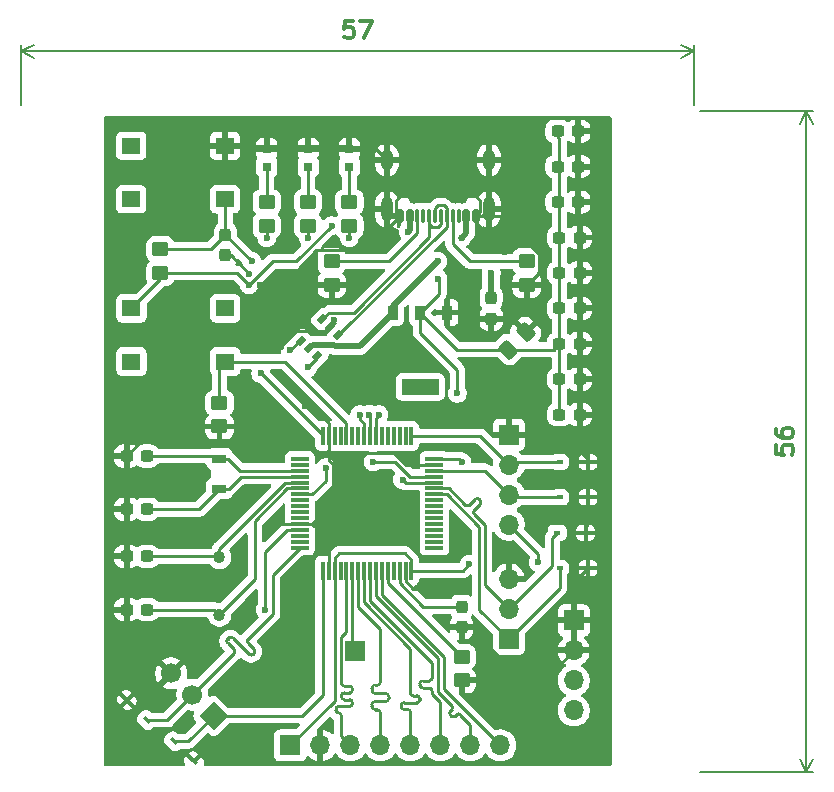
<source format=gbr>
%TF.GenerationSoftware,KiCad,Pcbnew,9.0.0*%
%TF.CreationDate,2025-04-07T16:42:38-05:00*%
%TF.ProjectId,Project 2.0,50726f6a-6563-4742-9032-2e302e6b6963,rev?*%
%TF.SameCoordinates,Original*%
%TF.FileFunction,Copper,L1,Top*%
%TF.FilePolarity,Positive*%
%FSLAX46Y46*%
G04 Gerber Fmt 4.6, Leading zero omitted, Abs format (unit mm)*
G04 Created by KiCad (PCBNEW 9.0.0) date 2025-04-07 16:42:38*
%MOMM*%
%LPD*%
G01*
G04 APERTURE LIST*
G04 Aperture macros list*
%AMRoundRect*
0 Rectangle with rounded corners*
0 $1 Rounding radius*
0 $2 $3 $4 $5 $6 $7 $8 $9 X,Y pos of 4 corners*
0 Add a 4 corners polygon primitive as box body*
4,1,4,$2,$3,$4,$5,$6,$7,$8,$9,$2,$3,0*
0 Add four circle primitives for the rounded corners*
1,1,$1+$1,$2,$3*
1,1,$1+$1,$4,$5*
1,1,$1+$1,$6,$7*
1,1,$1+$1,$8,$9*
0 Add four rect primitives between the rounded corners*
20,1,$1+$1,$2,$3,$4,$5,0*
20,1,$1+$1,$4,$5,$6,$7,0*
20,1,$1+$1,$6,$7,$8,$9,0*
20,1,$1+$1,$8,$9,$2,$3,0*%
%AMHorizOval*
0 Thick line with rounded ends*
0 $1 width*
0 $2 $3 position (X,Y) of the first rounded end (center of the circle)*
0 $4 $5 position (X,Y) of the second rounded end (center of the circle)*
0 Add line between two ends*
20,1,$1,$2,$3,$4,$5,0*
0 Add two circle primitives to create the rounded ends*
1,1,$1,$2,$3*
1,1,$1,$4,$5*%
%AMRotRect*
0 Rectangle, with rotation*
0 The origin of the aperture is its center*
0 $1 length*
0 $2 width*
0 $3 Rotation angle, in degrees counterclockwise*
0 Add horizontal line*
21,1,$1,$2,0,0,$3*%
G04 Aperture macros list end*
%ADD10C,0.300000*%
%TA.AperFunction,NonConductor*%
%ADD11C,0.300000*%
%TD*%
%TA.AperFunction,NonConductor*%
%ADD12C,0.200000*%
%TD*%
%TA.AperFunction,EtchedComponent*%
%ADD13C,0.000000*%
%TD*%
%TA.AperFunction,SMDPad,CuDef*%
%ADD14RoundRect,0.237500X0.300000X0.237500X-0.300000X0.237500X-0.300000X-0.237500X0.300000X-0.237500X0*%
%TD*%
%TA.AperFunction,SMDPad,CuDef*%
%ADD15R,0.787400X0.787400*%
%TD*%
%TA.AperFunction,SMDPad,CuDef*%
%ADD16RoundRect,0.250000X-0.450000X0.350000X-0.450000X-0.350000X0.450000X-0.350000X0.450000X0.350000X0*%
%TD*%
%TA.AperFunction,ComponentPad*%
%ADD17R,1.700000X1.700000*%
%TD*%
%TA.AperFunction,ComponentPad*%
%ADD18O,1.700000X1.700000*%
%TD*%
%TA.AperFunction,SMDPad,CuDef*%
%ADD19RoundRect,0.250000X0.450000X-0.350000X0.450000X0.350000X-0.450000X0.350000X-0.450000X-0.350000X0*%
%TD*%
%TA.AperFunction,ComponentPad*%
%ADD20RotRect,1.700000X1.700000X225.000000*%
%TD*%
%TA.AperFunction,ComponentPad*%
%ADD21HorizOval,1.700000X0.000000X0.000000X0.000000X0.000000X0*%
%TD*%
%TA.AperFunction,SMDPad,CuDef*%
%ADD22RoundRect,0.237500X-0.300000X-0.237500X0.300000X-0.237500X0.300000X0.237500X-0.300000X0.237500X0*%
%TD*%
%TA.AperFunction,SMDPad,CuDef*%
%ADD23R,0.600700X0.355600*%
%TD*%
%TA.AperFunction,SMDPad,CuDef*%
%ADD24R,1.549908X1.400048*%
%TD*%
%TA.AperFunction,SMDPad,CuDef*%
%ADD25RoundRect,0.237500X-0.237500X0.300000X-0.237500X-0.300000X0.237500X-0.300000X0.237500X0.300000X0*%
%TD*%
%TA.AperFunction,SMDPad,CuDef*%
%ADD26R,1.500000X0.300000*%
%TD*%
%TA.AperFunction,SMDPad,CuDef*%
%ADD27R,0.300000X1.500000*%
%TD*%
%TA.AperFunction,ComponentPad*%
%ADD28C,1.030000*%
%TD*%
%TA.AperFunction,SMDPad,CuDef*%
%ADD29RotRect,0.600700X0.355600X315.000000*%
%TD*%
%TA.AperFunction,SMDPad,CuDef*%
%ADD30RoundRect,0.250000X0.097227X-0.574524X0.574524X-0.097227X-0.097227X0.574524X-0.574524X0.097227X0*%
%TD*%
%TA.AperFunction,SMDPad,CuDef*%
%ADD31RoundRect,0.237500X0.237500X-0.300000X0.237500X0.300000X-0.237500X0.300000X-0.237500X-0.300000X0*%
%TD*%
%TA.AperFunction,SMDPad,CuDef*%
%ADD32R,1.244600X0.762000*%
%TD*%
%TA.AperFunction,SMDPad,CuDef*%
%ADD33RoundRect,0.150000X0.150000X0.425000X-0.150000X0.425000X-0.150000X-0.425000X0.150000X-0.425000X0*%
%TD*%
%TA.AperFunction,SMDPad,CuDef*%
%ADD34RoundRect,0.075000X0.075000X0.500000X-0.075000X0.500000X-0.075000X-0.500000X0.075000X-0.500000X0*%
%TD*%
%TA.AperFunction,HeatsinkPad*%
%ADD35O,1.000000X2.100000*%
%TD*%
%TA.AperFunction,HeatsinkPad*%
%ADD36O,1.000000X1.800000*%
%TD*%
%TA.AperFunction,SMDPad,CuDef*%
%ADD37RotRect,0.774700X0.508000X225.000000*%
%TD*%
%TA.AperFunction,SMDPad,CuDef*%
%ADD38R,0.863600X1.295400*%
%TD*%
%TA.AperFunction,SMDPad,CuDef*%
%ADD39RotRect,0.600700X0.355600X135.000000*%
%TD*%
%TA.AperFunction,ViaPad*%
%ADD40C,0.600000*%
%TD*%
%TA.AperFunction,Conductor*%
%ADD41C,0.254000*%
%TD*%
%TA.AperFunction,Conductor*%
%ADD42C,0.508000*%
%TD*%
G04 APERTURE END LIST*
D10*
D11*
X214878328Y-78357142D02*
X214878328Y-79071428D01*
X214878328Y-79071428D02*
X215592614Y-79142856D01*
X215592614Y-79142856D02*
X215521185Y-79071428D01*
X215521185Y-79071428D02*
X215449757Y-78928571D01*
X215449757Y-78928571D02*
X215449757Y-78571428D01*
X215449757Y-78571428D02*
X215521185Y-78428571D01*
X215521185Y-78428571D02*
X215592614Y-78357142D01*
X215592614Y-78357142D02*
X215735471Y-78285713D01*
X215735471Y-78285713D02*
X216092614Y-78285713D01*
X216092614Y-78285713D02*
X216235471Y-78357142D01*
X216235471Y-78357142D02*
X216306900Y-78428571D01*
X216306900Y-78428571D02*
X216378328Y-78571428D01*
X216378328Y-78571428D02*
X216378328Y-78928571D01*
X216378328Y-78928571D02*
X216306900Y-79071428D01*
X216306900Y-79071428D02*
X216235471Y-79142856D01*
X214878328Y-77000000D02*
X214878328Y-77285714D01*
X214878328Y-77285714D02*
X214949757Y-77428571D01*
X214949757Y-77428571D02*
X215021185Y-77500000D01*
X215021185Y-77500000D02*
X215235471Y-77642857D01*
X215235471Y-77642857D02*
X215521185Y-77714285D01*
X215521185Y-77714285D02*
X216092614Y-77714285D01*
X216092614Y-77714285D02*
X216235471Y-77642857D01*
X216235471Y-77642857D02*
X216306900Y-77571428D01*
X216306900Y-77571428D02*
X216378328Y-77428571D01*
X216378328Y-77428571D02*
X216378328Y-77142857D01*
X216378328Y-77142857D02*
X216306900Y-77000000D01*
X216306900Y-77000000D02*
X216235471Y-76928571D01*
X216235471Y-76928571D02*
X216092614Y-76857142D01*
X216092614Y-76857142D02*
X215735471Y-76857142D01*
X215735471Y-76857142D02*
X215592614Y-76928571D01*
X215592614Y-76928571D02*
X215521185Y-77000000D01*
X215521185Y-77000000D02*
X215449757Y-77142857D01*
X215449757Y-77142857D02*
X215449757Y-77428571D01*
X215449757Y-77428571D02*
X215521185Y-77571428D01*
X215521185Y-77571428D02*
X215592614Y-77642857D01*
X215592614Y-77642857D02*
X215735471Y-77714285D01*
D12*
X208500000Y-106000000D02*
X218086420Y-106000000D01*
X218086420Y-50000000D02*
X208500000Y-50000000D01*
X217500000Y-106000000D02*
X217500000Y-50000000D01*
X217500000Y-106000000D02*
X217500000Y-50000000D01*
X217500000Y-106000000D02*
X216913579Y-104873496D01*
X217500000Y-106000000D02*
X218086421Y-104873496D01*
X217500000Y-50000000D02*
X218086421Y-51126504D01*
X217500000Y-50000000D02*
X216913579Y-51126504D01*
X217500000Y-106000000D02*
X217500000Y-50000000D01*
X217500000Y-106000000D02*
X217500000Y-50000000D01*
X217500000Y-106000000D02*
X216913579Y-104873496D01*
X217500000Y-106000000D02*
X218086421Y-104873496D01*
X217500000Y-50000000D02*
X218086421Y-51126504D01*
X217500000Y-50000000D02*
X216913579Y-51126504D01*
D10*
D11*
X179142857Y-42378328D02*
X178428571Y-42378328D01*
X178428571Y-42378328D02*
X178357143Y-43092614D01*
X178357143Y-43092614D02*
X178428571Y-43021185D01*
X178428571Y-43021185D02*
X178571429Y-42949757D01*
X178571429Y-42949757D02*
X178928571Y-42949757D01*
X178928571Y-42949757D02*
X179071429Y-43021185D01*
X179071429Y-43021185D02*
X179142857Y-43092614D01*
X179142857Y-43092614D02*
X179214286Y-43235471D01*
X179214286Y-43235471D02*
X179214286Y-43592614D01*
X179214286Y-43592614D02*
X179142857Y-43735471D01*
X179142857Y-43735471D02*
X179071429Y-43806900D01*
X179071429Y-43806900D02*
X178928571Y-43878328D01*
X178928571Y-43878328D02*
X178571429Y-43878328D01*
X178571429Y-43878328D02*
X178428571Y-43806900D01*
X178428571Y-43806900D02*
X178357143Y-43735471D01*
X179714285Y-42378328D02*
X180714285Y-42378328D01*
X180714285Y-42378328D02*
X180071428Y-43878328D01*
D12*
X208000000Y-49500000D02*
X208000000Y-44413580D01*
X151000000Y-44413580D02*
X151000000Y-49500000D01*
X208000000Y-45000000D02*
X151000000Y-45000000D01*
X208000000Y-45000000D02*
X151000000Y-45000000D01*
X208000000Y-45000000D02*
X206873496Y-45586421D01*
X208000000Y-45000000D02*
X206873496Y-44413579D01*
X151000000Y-45000000D02*
X152126504Y-44413579D01*
X151000000Y-45000000D02*
X152126504Y-45586421D01*
X208000000Y-45000000D02*
X151000000Y-45000000D01*
X208000000Y-45000000D02*
X151000000Y-45000000D01*
X208000000Y-45000000D02*
X206873496Y-45586421D01*
X208000000Y-45000000D02*
X206873496Y-44413579D01*
X151000000Y-45000000D02*
X152126504Y-44413579D01*
X151000000Y-45000000D02*
X152126504Y-45586421D01*
D13*
%TA.AperFunction,EtchedComponent*%
%TO.C,CR1*%
G36*
X186374800Y-74047300D02*
G01*
X183225200Y-74047300D01*
X183225200Y-72751900D01*
X186374800Y-72751900D01*
X186374800Y-74047300D01*
G37*
%TD.AperFunction*%
%TD*%
D14*
%TO.P,C10,1*%
%TO.N,/OSC32_OUT*%
X161662501Y-83750000D03*
%TO.P,C10,2*%
%TO.N,GND*%
X159937499Y-83750000D03*
%TD*%
D15*
%TO.P,LED3,1*%
%TO.N,GND*%
X171800000Y-53251400D03*
%TO.P,LED3,2*%
%TO.N,Net-(LED3-Pad2)*%
X171800000Y-54750000D03*
%TD*%
D16*
%TO.P,R5,1*%
%TO.N,Net-(J11-CC2)*%
X177300000Y-62750000D03*
%TO.P,R5,2*%
%TO.N,GND*%
X177300000Y-64750000D03*
%TD*%
D17*
%TO.P,J8,1,Pin_1*%
%TO.N,GND*%
X197800000Y-93170000D03*
D18*
%TO.P,J8,2,Pin_2*%
X197800000Y-95710000D03*
%TO.P,J8,3,Pin_3*%
%TO.N,VCC*%
X197800000Y-98250000D03*
%TO.P,J8,4,Pin_4*%
X197800000Y-100790000D03*
%TD*%
D14*
%TO.P,C9,1*%
%TO.N,/OSC32_IN*%
X161662501Y-79250000D03*
%TO.P,C9,2*%
%TO.N,GND*%
X159937499Y-79250000D03*
%TD*%
D19*
%TO.P,R7,1*%
%TO.N,/LED2*%
X175300000Y-59750000D03*
%TO.P,R7,2*%
%TO.N,Net-(LED2-Pad2)*%
X175300000Y-57750000D03*
%TD*%
D20*
%TO.P,J3,1,Pin_1*%
%TO.N,/UART2_RX*%
X167300000Y-101250000D03*
D21*
%TO.P,J3,2,Pin_2*%
%TO.N,/UART2_TX*%
X165503949Y-99453949D03*
%TO.P,J3,3,Pin_3*%
%TO.N,GND*%
X163707898Y-97657898D03*
%TD*%
D22*
%TO.P,C7,1*%
%TO.N,VCC*%
X196575000Y-69750000D03*
%TO.P,C7,2*%
%TO.N,GND*%
X198300000Y-69750000D03*
%TD*%
%TO.P,C3,1*%
%TO.N,VCC*%
X196437500Y-57750000D03*
%TO.P,C3,2*%
%TO.N,GND*%
X198162500Y-57750000D03*
%TD*%
D23*
%TO.P,CR6,1*%
%TO.N,/UART1_RX*%
X196395900Y-85750000D03*
%TO.P,CR6,2*%
%TO.N,GND*%
X198800000Y-85750000D03*
%TD*%
D24*
%TO.P,SW1,1,1*%
%TO.N,/NRST*%
X168274998Y-57500001D03*
%TO.P,SW1,2,2*%
%TO.N,GND*%
X168274998Y-52999999D03*
%TO.P,SW1,3,3*%
%TO.N,unconnected-(SW1-Pad3)*%
X160325002Y-57500001D03*
%TO.P,SW1,4,4*%
%TO.N,unconnected-(SW1-Pad4)*%
X160325002Y-52999999D03*
%TD*%
D25*
%TO.P,C13,1*%
%TO.N,/VIN*%
X190800000Y-65887499D03*
%TO.P,C13,2*%
%TO.N,GND*%
X190800000Y-67612501D03*
%TD*%
%TO.P,C8,1*%
%TO.N,/NRST*%
X168300000Y-60524998D03*
%TO.P,C8,2*%
%TO.N,GND*%
X168300000Y-62250000D03*
%TD*%
D26*
%TO.P,U1,1,VBAT*%
%TO.N,unconnected-(U1-VBAT-Pad1)*%
X174600000Y-79500000D03*
%TO.P,U1,2,PC13*%
%TO.N,unconnected-(U1-PC13-Pad2)*%
X174600000Y-80000000D03*
%TO.P,U1,3,PC14-OSC32_IN*%
%TO.N,/OSC32_IN*%
X174600000Y-80500000D03*
%TO.P,U1,4,PC15-OSC32_OUT*%
%TO.N,/OSC32_OUT*%
X174600000Y-81000000D03*
%TO.P,U1,5,PH0-OSC_IN*%
%TO.N,/OSC_IN*%
X174600000Y-81500000D03*
%TO.P,U1,6,PH1-OSC_OUT*%
%TO.N,/OSC_OUT*%
X174600000Y-82000000D03*
%TO.P,U1,7,NRST*%
%TO.N,/NRST*%
X174600000Y-82500000D03*
%TO.P,U1,8,PC0*%
%TO.N,unconnected-(U1-PC0-Pad8)*%
X174600000Y-83000000D03*
%TO.P,U1,9,PC1*%
%TO.N,unconnected-(U1-PC1-Pad9)*%
X174600000Y-83500000D03*
%TO.P,U1,10,PC2*%
%TO.N,unconnected-(U1-PC2-Pad10)*%
X174600000Y-84000000D03*
%TO.P,U1,11,PC3*%
%TO.N,unconnected-(U1-PC3-Pad11)*%
X174600000Y-84500000D03*
%TO.P,U1,12,VSSA/VREF-*%
%TO.N,GND*%
X174600000Y-85000000D03*
%TO.P,U1,13,VDDA/VREF+*%
%TO.N,VCC*%
X174600000Y-85500000D03*
%TO.P,U1,14,PA0*%
%TO.N,unconnected-(U1-PA0-Pad14)*%
X174600000Y-86000000D03*
%TO.P,U1,15,PA1*%
%TO.N,unconnected-(U1-PA1-Pad15)*%
X174600000Y-86500000D03*
%TO.P,U1,16,PA2*%
%TO.N,/UART2_TX*%
X174600000Y-87000000D03*
D27*
%TO.P,U1,17,PA3*%
%TO.N,/UART2_RX*%
X176550000Y-88950000D03*
%TO.P,U1,18,VSS@4*%
%TO.N,GND*%
X177050000Y-88950000D03*
%TO.P,U1,19,VDD@4*%
%TO.N,VCC*%
X177550000Y-88950000D03*
%TO.P,U1,20,PA4*%
%TO.N,unconnected-(U1-PA4-Pad20)*%
X178050000Y-88950000D03*
%TO.P,U1,21,PA5*%
%TO.N,/SPI1_SCK*%
X178550000Y-88950000D03*
%TO.P,U1,22,PA6*%
%TO.N,/SPI1_MISO*%
X179050000Y-88950000D03*
%TO.P,U1,23,PA7*%
%TO.N,/SPI1_MOSI*%
X179550000Y-88950000D03*
%TO.P,U1,24,PC4*%
%TO.N,/CS*%
X180050000Y-88950000D03*
%TO.P,U1,25,PC5*%
%TO.N,/DC*%
X180550000Y-88950000D03*
%TO.P,U1,26,PB0*%
%TO.N,/RST*%
X181050000Y-88950000D03*
%TO.P,U1,27,PB1*%
%TO.N,/BL*%
X181550000Y-88950000D03*
%TO.P,U1,28,PB2*%
%TO.N,/BOOT_1*%
X182050000Y-88950000D03*
%TO.P,U1,29,PB10*%
%TO.N,unconnected-(U1-PB10-Pad29)*%
X182550000Y-88950000D03*
%TO.P,U1,30,VCAP1*%
%TO.N,Net-(U1-VCAP1)*%
X183050000Y-88950000D03*
%TO.P,U1,31,VSS@1*%
%TO.N,GND*%
X183550000Y-88950000D03*
%TO.P,U1,32,VDD@1*%
%TO.N,VCC*%
X184050000Y-88950000D03*
D26*
%TO.P,U1,33,PB12*%
%TO.N,unconnected-(U1-PB12-Pad33)*%
X186000000Y-87000000D03*
%TO.P,U1,34,PB13*%
%TO.N,unconnected-(U1-PB13-Pad34)*%
X186000000Y-86500000D03*
%TO.P,U1,35,PB14*%
%TO.N,unconnected-(U1-PB14-Pad35)*%
X186000000Y-86000000D03*
%TO.P,U1,36,PB15*%
%TO.N,unconnected-(U1-PB15-Pad36)*%
X186000000Y-85500000D03*
%TO.P,U1,37,PC6*%
%TO.N,unconnected-(U1-PC6-Pad37)*%
X186000000Y-85000000D03*
%TO.P,U1,38,PC7*%
%TO.N,unconnected-(U1-PC7-Pad38)*%
X186000000Y-84500000D03*
%TO.P,U1,39,PC8*%
%TO.N,unconnected-(U1-PC8-Pad39)*%
X186000000Y-84000000D03*
%TO.P,U1,40,PC9*%
%TO.N,unconnected-(U1-PC9-Pad40)*%
X186000000Y-83500000D03*
%TO.P,U1,41,PA8*%
%TO.N,unconnected-(U1-PA8-Pad41)*%
X186000000Y-83000000D03*
%TO.P,U1,42,PA9*%
%TO.N,/UART1_TX*%
X186000000Y-82500000D03*
%TO.P,U1,43,PA10*%
%TO.N,/UART1_RX*%
X186000000Y-82000000D03*
%TO.P,U1,44,PA11*%
%TO.N,/USB_D-*%
X186000000Y-81500000D03*
%TO.P,U1,45,PA12*%
%TO.N,/USB_D+*%
X186000000Y-81000000D03*
%TO.P,U1,46,PA13*%
%TO.N,/SWDIO*%
X186000000Y-80500000D03*
%TO.P,U1,47,VSS@2*%
%TO.N,GND*%
X186000000Y-80000000D03*
%TO.P,U1,48,VDD@2*%
%TO.N,VCC*%
X186000000Y-79500000D03*
D27*
%TO.P,U1,49,PA14*%
%TO.N,/SWCLK*%
X184050000Y-77550000D03*
%TO.P,U1,50,PA15*%
%TO.N,unconnected-(U1-PA15-Pad50)*%
X183550000Y-77550000D03*
%TO.P,U1,51,PC10*%
%TO.N,unconnected-(U1-PC10-Pad51)*%
X183050000Y-77550000D03*
%TO.P,U1,52,PC11*%
%TO.N,unconnected-(U1-PC11-Pad52)*%
X182550000Y-77550000D03*
%TO.P,U1,53,PC12*%
%TO.N,unconnected-(U1-PC12-Pad53)*%
X182050000Y-77550000D03*
%TO.P,U1,54,PD2*%
%TO.N,unconnected-(U1-PD2-Pad54)*%
X181550000Y-77550000D03*
%TO.P,U1,55,PB3*%
%TO.N,/LED1*%
X181050000Y-77550000D03*
%TO.P,U1,56,PB4*%
%TO.N,/LED2*%
X180550000Y-77550000D03*
%TO.P,U1,57,PB5*%
%TO.N,/LED3*%
X180050000Y-77550000D03*
%TO.P,U1,58,PB6*%
%TO.N,unconnected-(U1-PB6-Pad58)*%
X179550000Y-77550000D03*
%TO.P,U1,59,PB7*%
%TO.N,unconnected-(U1-PB7-Pad59)*%
X179050000Y-77550000D03*
%TO.P,U1,60,BOOT0*%
%TO.N,/BOOT_0*%
X178550000Y-77550000D03*
%TO.P,U1,61,PB8*%
%TO.N,unconnected-(U1-PB8-Pad61)*%
X178050000Y-77550000D03*
%TO.P,U1,62,PB9*%
%TO.N,unconnected-(U1-PB9-Pad62)*%
X177550000Y-77550000D03*
%TO.P,U1,63,VSS@3*%
%TO.N,GND*%
X177050000Y-77550000D03*
%TO.P,U1,64,VDD@3*%
%TO.N,VCC*%
X176550000Y-77550000D03*
%TD*%
D22*
%TO.P,C4,1*%
%TO.N,VCC*%
X196575000Y-60750000D03*
%TO.P,C4,2*%
%TO.N,GND*%
X198300000Y-60750000D03*
%TD*%
D28*
%TO.P,Y1,1*%
%TO.N,/OSC_IN*%
X167800000Y-87809999D03*
%TO.P,Y1,2*%
%TO.N,/OSC_OUT*%
X167800000Y-92690001D03*
%TD*%
D24*
%TO.P,SW2,1,1*%
%TO.N,VCC*%
X160350004Y-66749998D03*
%TO.P,SW2,2,2*%
%TO.N,unconnected-(SW2-Pad2)*%
X160350004Y-71250000D03*
%TO.P,SW2,3,3*%
%TO.N,unconnected-(SW2-Pad3)*%
X168300000Y-66749998D03*
%TO.P,SW2,4,4*%
%TO.N,/BOOT_0*%
X168300000Y-71250000D03*
%TD*%
D22*
%TO.P,C16,1*%
%TO.N,VCC*%
X196574998Y-75750000D03*
%TO.P,C16,2*%
%TO.N,GND*%
X198300000Y-75750000D03*
%TD*%
%TO.P,C15,1*%
%TO.N,VCC*%
X196574998Y-72750000D03*
%TO.P,C15,2*%
%TO.N,GND*%
X198300000Y-72750000D03*
%TD*%
D17*
%TO.P,J7,1,Pin_1*%
%TO.N,/SPI1_MISO*%
X179300000Y-95750000D03*
%TD*%
D14*
%TO.P,C11,1*%
%TO.N,/OSC_IN*%
X161662501Y-87750000D03*
%TO.P,C11,2*%
%TO.N,GND*%
X159937499Y-87750000D03*
%TD*%
D29*
%TO.P,CR4,1*%
%TO.N,/UART2_RX*%
X163950022Y-103400022D03*
%TO.P,CR4,2*%
%TO.N,GND*%
X165649978Y-105099978D03*
%TD*%
D23*
%TO.P,CR13,1*%
%TO.N,/SWCLK*%
X196597950Y-79750000D03*
%TO.P,CR13,2*%
%TO.N,GND*%
X199002050Y-79750000D03*
%TD*%
D30*
%TO.P,C14,1*%
%TO.N,VCC*%
X192266377Y-70233623D03*
%TO.P,C14,2*%
%TO.N,GND*%
X193733623Y-68766377D03*
%TD*%
D22*
%TO.P,C5,1*%
%TO.N,VCC*%
X196575000Y-63750000D03*
%TO.P,C5,2*%
%TO.N,GND*%
X198300000Y-63750000D03*
%TD*%
D15*
%TO.P,LED1,1*%
%TO.N,GND*%
X178800000Y-53251400D03*
%TO.P,LED1,2*%
%TO.N,Net-(LED1-Pad2)*%
X178800000Y-54750000D03*
%TD*%
D17*
%TO.P,J10,1,Pin_1*%
%TO.N,GND*%
X192300000Y-77450000D03*
D18*
%TO.P,J10,2,Pin_2*%
%TO.N,/SWCLK*%
X192300000Y-79990000D03*
%TO.P,J10,3,Pin_3*%
%TO.N,/SWDIO*%
X192300000Y-82530000D03*
%TO.P,J10,4,Pin_4*%
%TO.N,VCC*%
X192300000Y-85070000D03*
%TD*%
D31*
%TO.P,C17,1*%
%TO.N,GND*%
X188300000Y-93750000D03*
%TO.P,C17,2*%
%TO.N,Net-(U1-VCAP1)*%
X188300000Y-92024998D03*
%TD*%
D19*
%TO.P,R6,1*%
%TO.N,/LED1*%
X178800000Y-59750000D03*
%TO.P,R6,2*%
%TO.N,Net-(LED1-Pad2)*%
X178800000Y-57750000D03*
%TD*%
D23*
%TO.P,CR14,1*%
%TO.N,/SWDIO*%
X196597950Y-82750000D03*
%TO.P,CR14,2*%
%TO.N,GND*%
X199002050Y-82750000D03*
%TD*%
D22*
%TO.P,C1,1*%
%TO.N,VCC*%
X196437500Y-51750000D03*
%TO.P,C1,2*%
%TO.N,GND*%
X198162500Y-51750000D03*
%TD*%
%TO.P,C6,1*%
%TO.N,VCC*%
X196575000Y-66750000D03*
%TO.P,C6,2*%
%TO.N,GND*%
X198300000Y-66750000D03*
%TD*%
D32*
%TO.P,XTAL1,1,1*%
%TO.N,/OSC32_IN*%
X167800000Y-79479999D03*
%TO.P,XTAL1,2,2*%
%TO.N,/OSC32_OUT*%
X167800000Y-82020001D03*
%TD*%
D33*
%TO.P,J11,A1,GND*%
%TO.N,GND*%
X189500000Y-58930000D03*
%TO.P,J11,A4,VBUS*%
%TO.N,/VIN*%
X188700000Y-58930000D03*
D34*
%TO.P,J11,A5,CC1*%
%TO.N,Net-(J11-CC1)*%
X187550000Y-58929999D03*
%TO.P,J11,A6,D+*%
%TO.N,/USB_D+_Raw*%
X186550000Y-58930000D03*
%TO.P,J11,A7,D-*%
%TO.N,/USB_D-_Raw*%
X186050000Y-58930000D03*
%TO.P,J11,A8,SBU1*%
%TO.N,unconnected-(J11-SBU1-PadA8)*%
X185050000Y-58929999D03*
D33*
%TO.P,J11,A9,VBUS*%
%TO.N,/VIN*%
X183900000Y-58930000D03*
%TO.P,J11,A12,GND*%
%TO.N,GND*%
X183100000Y-58930000D03*
%TO.P,J11,B1,GND*%
X183100000Y-58930000D03*
%TO.P,J11,B4,VBUS*%
%TO.N,/VIN*%
X183900000Y-58930000D03*
D34*
%TO.P,J11,B5,CC2*%
%TO.N,Net-(J11-CC2)*%
X184550000Y-58930000D03*
%TO.P,J11,B6,D+*%
%TO.N,/USB_D+_Raw*%
X185550000Y-58930000D03*
%TO.P,J11,B7,D-*%
%TO.N,/USB_D-_Raw*%
X187050000Y-58930000D03*
%TO.P,J11,B8,SBU2*%
%TO.N,unconnected-(J11-SBU2-PadB8)*%
X188050000Y-58930000D03*
D33*
%TO.P,J11,B9,VBUS*%
%TO.N,/VIN*%
X188700000Y-58930000D03*
%TO.P,J11,B12,GND*%
%TO.N,GND*%
X189500000Y-58930000D03*
D35*
%TO.P,J11,S1,SHIELD*%
X190620000Y-58355000D03*
D36*
X190620000Y-54175000D03*
D35*
X181980000Y-58355000D03*
D36*
X181980000Y-54175000D03*
%TD*%
D16*
%TO.P,R2,1*%
%TO.N,/BOOT_0*%
X167800000Y-74750000D03*
%TO.P,R2,2*%
%TO.N,GND*%
X167800000Y-76750000D03*
%TD*%
D23*
%TO.P,CR5,1*%
%TO.N,/UART1_TX*%
X196597950Y-88750000D03*
%TO.P,CR5,2*%
%TO.N,GND*%
X199002050Y-88750000D03*
%TD*%
D14*
%TO.P,C12,1*%
%TO.N,/OSC_OUT*%
X161662501Y-92250000D03*
%TO.P,C12,2*%
%TO.N,GND*%
X159937499Y-92250000D03*
%TD*%
D17*
%TO.P,J9,1,Pin_1*%
%TO.N,/UART1_TX*%
X192300000Y-94750000D03*
D18*
%TO.P,J9,2,Pin_2*%
%TO.N,/UART1_RX*%
X192300000Y-92210000D03*
%TO.P,J9,3,Pin_3*%
%TO.N,GND*%
X192300000Y-89670001D03*
%TD*%
D16*
%TO.P,R4,1*%
%TO.N,Net-(J11-CC1)*%
X193800000Y-62750000D03*
%TO.P,R4,2*%
%TO.N,GND*%
X193800000Y-64750000D03*
%TD*%
D37*
%TO.P,U2,1,I/O1*%
%TO.N,/USB_D-_Raw*%
X177865288Y-69028217D03*
%TO.P,U2,2,GND*%
%TO.N,GND*%
X177193535Y-68356465D03*
%TO.P,U2,3,I/O2*%
%TO.N,/USB_D+_Raw*%
X176521783Y-67684712D03*
%TO.P,U2,4,I/O2*%
%TO.N,/USB_D+*%
X174734712Y-69471783D03*
%TO.P,U2,5,VBUS*%
%TO.N,/VIN*%
X175406465Y-70143535D03*
%TO.P,U2,6,I/O1*%
%TO.N,/USB_D-*%
X176078217Y-70815288D03*
%TD*%
D15*
%TO.P,LED2,1*%
%TO.N,GND*%
X175300000Y-53251401D03*
%TO.P,LED2,2*%
%TO.N,Net-(LED2-Pad2)*%
X175300000Y-54750001D03*
%TD*%
D16*
%TO.P,R3,1*%
%TO.N,/NRST*%
X162800000Y-61750000D03*
%TO.P,R3,2*%
%TO.N,VCC*%
X162800000Y-63750000D03*
%TD*%
D19*
%TO.P,R8,1*%
%TO.N,/LED3*%
X171800000Y-59750000D03*
%TO.P,R8,2*%
%TO.N,Net-(LED3-Pad2)*%
X171800000Y-57750000D03*
%TD*%
D38*
%TO.P,CR1,1,ADJ/GND*%
%TO.N,GND*%
X187100000Y-67100400D03*
%TO.P,CR1,2,VOUT*%
%TO.N,VCC*%
X184800000Y-67100399D03*
%TO.P,CR1,3,VIN*%
%TO.N,/VIN*%
X182500000Y-67100400D03*
%TD*%
D39*
%TO.P,CR3,1*%
%TO.N,/UART2_TX*%
X161649978Y-101599978D03*
%TO.P,CR3,2*%
%TO.N,GND*%
X159950022Y-99900022D03*
%TD*%
D17*
%TO.P,J6,1,Pin_1*%
%TO.N,VCC*%
X173800000Y-103750000D03*
D18*
%TO.P,J6,2,Pin_2*%
%TO.N,GND*%
X176340000Y-103750000D03*
%TO.P,J6,3,Pin_3*%
%TO.N,/SPI1_SCK*%
X178879999Y-103750000D03*
%TO.P,J6,4,Pin_4*%
%TO.N,/SPI1_MOSI*%
X181420000Y-103750000D03*
%TO.P,J6,5,Pin_5*%
%TO.N,/CS*%
X183960000Y-103750000D03*
%TO.P,J6,6,Pin_6*%
%TO.N,/DC*%
X186500000Y-103750000D03*
%TO.P,J6,7,Pin_7*%
%TO.N,/RST*%
X189040000Y-103750000D03*
%TO.P,J6,8,Pin_8*%
%TO.N,/BL*%
X191580001Y-103750000D03*
%TD*%
D16*
%TO.P,R1,1*%
%TO.N,/BOOT_1*%
X188300000Y-96250000D03*
%TO.P,R1,2*%
%TO.N,GND*%
X188300000Y-98250000D03*
%TD*%
D22*
%TO.P,C2,1*%
%TO.N,VCC*%
X196437500Y-54750000D03*
%TO.P,C2,2*%
%TO.N,GND*%
X198162500Y-54750000D03*
%TD*%
D40*
%TO.N,VCC*%
X187933224Y-73933224D03*
X188300000Y-79750000D03*
X170300000Y-64750000D03*
X177300000Y-59750000D03*
X186300000Y-64250000D03*
X188935000Y-88435000D03*
X171673000Y-92250000D03*
X171300000Y-72250000D03*
X194800000Y-88250000D03*
%TO.N,GND*%
X175000000Y-75000000D03*
X173000000Y-70000000D03*
X172000000Y-85500000D03*
X188000000Y-90500000D03*
X192000000Y-66500000D03*
X170331644Y-63831644D03*
X195000000Y-97500000D03*
X190000000Y-94806000D03*
X171250000Y-64750000D03*
X173500000Y-66000000D03*
X177500000Y-67727018D03*
X192000000Y-62000000D03*
%TO.N,/NRST*%
X176800000Y-80250000D03*
X170525002Y-62750000D03*
%TO.N,/VIN*%
X188300000Y-60750000D03*
X186275000Y-62775000D03*
X183800000Y-60250000D03*
X190800000Y-63750000D03*
%TO.N,/LED1*%
X178800000Y-60750000D03*
X181300000Y-75750000D03*
%TO.N,/LED2*%
X180479199Y-75740546D03*
X175300000Y-60750000D03*
%TO.N,/LED3*%
X179679274Y-75751680D03*
X171800000Y-60750000D03*
%TO.N,/USB_D-*%
X183300000Y-81250000D03*
X175300000Y-71750000D03*
%TO.N,/USB_D+*%
X180800000Y-79750000D03*
X173800000Y-70250000D03*
%TD*%
D41*
%TO.N,GND*%
X186000000Y-80000000D02*
X183581595Y-80000000D01*
X177050000Y-79000000D02*
X177050000Y-79611873D01*
X183581595Y-80000000D02*
X182581595Y-79000000D01*
X182581595Y-79000000D02*
X177050000Y-79000000D01*
%TO.N,VCC*%
X172300000Y-62750000D02*
X170300000Y-64750000D01*
X184050000Y-88950000D02*
X188420000Y-88950000D01*
X192266377Y-70233623D02*
X187933224Y-70233623D01*
X177550000Y-88950000D02*
X177550000Y-100000000D01*
X177550000Y-88950000D02*
X177550000Y-87894000D01*
X162800000Y-64300002D02*
X160350004Y-66749998D01*
X196575000Y-52387500D02*
X196575000Y-66750000D01*
X177550000Y-87894000D02*
X177944000Y-87500000D01*
X196575000Y-72749998D02*
X196574998Y-72750000D01*
X169300000Y-63750000D02*
X170300000Y-64750000D01*
X194800000Y-87570000D02*
X194800000Y-88250000D01*
X188050000Y-79500000D02*
X188300000Y-79750000D01*
X184800000Y-67100399D02*
X184949601Y-67100399D01*
X196091377Y-70233623D02*
X196575000Y-69750000D01*
X184050000Y-88050000D02*
X184050000Y-88950000D01*
X173544000Y-85500000D02*
X171673000Y-87371000D01*
X171300000Y-72250000D02*
X176550000Y-77500000D01*
X183500000Y-87500000D02*
X184050000Y-88050000D01*
X192266377Y-70233623D02*
X196091377Y-70233623D01*
X196574998Y-72750000D02*
X196574998Y-75750000D01*
X162800000Y-63750000D02*
X162800000Y-64300002D01*
X187933224Y-70233623D02*
X184800000Y-67100399D01*
X186400399Y-65500000D02*
X186400399Y-64350399D01*
X187933224Y-73988784D02*
X187933224Y-71933224D01*
X192300000Y-85070000D02*
X194800000Y-87570000D01*
X162800000Y-63750000D02*
X169300000Y-63750000D01*
X187933224Y-73933224D02*
X187933224Y-73988784D01*
X177300000Y-59750000D02*
X174300000Y-62750000D01*
X177550000Y-100000000D02*
X173800000Y-103750000D01*
X196437500Y-52250000D02*
X196575000Y-52387500D01*
X171673000Y-87371000D02*
X171673000Y-92250000D01*
X196730393Y-75750000D02*
X196574999Y-75750000D01*
X176550000Y-77500000D02*
X176550000Y-77550000D01*
X196575000Y-66750000D02*
X196575000Y-69750000D01*
X186000000Y-79500000D02*
X188050000Y-79500000D01*
X186400399Y-64350399D02*
X186300000Y-64250000D01*
X196575000Y-69750000D02*
X196575000Y-72749998D01*
X186400399Y-65500000D02*
X184800000Y-67100399D01*
X187933224Y-71933224D02*
X184800000Y-68800000D01*
X188420000Y-88950000D02*
X188935000Y-88435000D01*
X196437500Y-51750000D02*
X196437500Y-52250000D01*
X174600000Y-85500000D02*
X173544000Y-85500000D01*
X196574999Y-75750000D02*
X196574998Y-75975002D01*
X184800000Y-68800000D02*
X184800000Y-67100399D01*
X174300000Y-62750000D02*
X172300000Y-62750000D01*
X177944000Y-87500000D02*
X183500000Y-87500000D01*
%TO.N,GND*%
X174309720Y-68690280D02*
X173000000Y-70000000D01*
X181056400Y-53251400D02*
X181980000Y-54175000D01*
X180208000Y-61822000D02*
X176000000Y-61822000D01*
X188550000Y-93500000D02*
X188300000Y-93750000D01*
X176000000Y-61822000D02*
X174500000Y-63322000D01*
X199002050Y-84997950D02*
X199002050Y-83000000D01*
X172500000Y-66000000D02*
X171250000Y-64750000D01*
X195000000Y-97500000D02*
X196010000Y-97500000D01*
X190000000Y-94806000D02*
X192694000Y-97500000D01*
X189837400Y-58592600D02*
X189500000Y-58930000D01*
X194828000Y-63722000D02*
X193800000Y-64750000D01*
X190045000Y-58930000D02*
X190620000Y-58355000D01*
X189458162Y-57207600D02*
X189837400Y-57586838D01*
X194828000Y-62153658D02*
X194828000Y-63722000D01*
X162437499Y-76750000D02*
X167800000Y-76750000D01*
X182762600Y-57586838D02*
X183141838Y-57207600D01*
X182762600Y-58592600D02*
X182762600Y-57586838D01*
X177328000Y-83328000D02*
X175656000Y-85000000D01*
X159937499Y-79250000D02*
X159937499Y-92250000D01*
X178800000Y-53251400D02*
X181056400Y-53251400D01*
X198800000Y-87300000D02*
X198800000Y-85750000D01*
X177193535Y-68356465D02*
X176859720Y-68690280D01*
X175556000Y-75000000D02*
X177050000Y-76494000D01*
X198162500Y-75612500D02*
X198162500Y-51750000D01*
X189500000Y-58930000D02*
X190045000Y-58930000D01*
X183100000Y-58930000D02*
X180208000Y-61822000D01*
X181980000Y-54175000D02*
X190620000Y-54175000D01*
X198250000Y-77450000D02*
X198300000Y-77500000D01*
X199002050Y-83000000D02*
X199002050Y-79750000D01*
X199002050Y-79750000D02*
X199002050Y-79497950D01*
X177050000Y-86394000D02*
X177050000Y-88950000D01*
X177050000Y-76494000D02*
X177050000Y-77550000D01*
X184187468Y-90500000D02*
X188000000Y-90500000D01*
X183550000Y-89862532D02*
X184187468Y-90500000D01*
X192000000Y-67032754D02*
X193733623Y-68766377D01*
X172500000Y-85000000D02*
X172000000Y-85500000D01*
X177050000Y-79611873D02*
X177428000Y-79989873D01*
X183100000Y-58930000D02*
X182762600Y-58592600D01*
X175000000Y-75000000D02*
X175556000Y-75000000D01*
X183550000Y-88950000D02*
X183550000Y-89862532D01*
X174600000Y-85000000D02*
X175656000Y-85000000D01*
X174500000Y-64500000D02*
X174500000Y-65000000D01*
X183141838Y-57207600D02*
X189458162Y-57207600D01*
X159937499Y-93887499D02*
X163707898Y-97657898D01*
X181980000Y-58355000D02*
X181980000Y-54175000D01*
X199002050Y-79497950D02*
X198300000Y-78795900D01*
X197800000Y-93170000D02*
X197800000Y-89952050D01*
X173500000Y-66000000D02*
X172500000Y-66000000D01*
X174500000Y-63322000D02*
X174500000Y-64500000D01*
X198300000Y-77500000D02*
X198300000Y-75750000D01*
X198300000Y-75750000D02*
X198162500Y-75612500D01*
X177428000Y-83228000D02*
X177328000Y-83328000D01*
X199002050Y-83000000D02*
X199002050Y-82750000D01*
X168750000Y-62250000D02*
X170331644Y-63831644D01*
X177050000Y-77550000D02*
X177050000Y-79000000D01*
X159937499Y-79250000D02*
X162437499Y-76750000D01*
X198800000Y-85750000D02*
X198800000Y-85200000D01*
X174500000Y-65000000D02*
X173500000Y-66000000D01*
X176859720Y-68690280D02*
X174309720Y-68690280D01*
X192300000Y-77450000D02*
X198250000Y-77450000D01*
X189500000Y-58930000D02*
X191604342Y-58930000D01*
X174500000Y-64500000D02*
X174500000Y-64750000D01*
X174500000Y-64750000D02*
X177300000Y-64750000D01*
X190620000Y-58355000D02*
X190620000Y-54175000D01*
X189500000Y-58930000D02*
X189500000Y-59500000D01*
X159937499Y-92250000D02*
X159937499Y-93887499D01*
X174600000Y-85000000D02*
X172500000Y-85000000D01*
X189837400Y-57586838D02*
X189837400Y-58592600D01*
X191604342Y-58930000D02*
X194828000Y-62153658D01*
X196010000Y-97500000D02*
X197800000Y-95710000D01*
X198800000Y-85200000D02*
X199002050Y-84997950D01*
X177500000Y-67950000D02*
X177500000Y-67727018D01*
X192694000Y-97500000D02*
X195000000Y-97500000D01*
X168300000Y-62250000D02*
X168750000Y-62250000D01*
X199002050Y-88750000D02*
X199002050Y-87502050D01*
X192000000Y-66500000D02*
X192000000Y-67032754D01*
X178548599Y-52999999D02*
X178800000Y-53251400D01*
X199002050Y-87502050D02*
X198800000Y-87300000D01*
X177193535Y-68356465D02*
X177550000Y-68000000D01*
X189500000Y-59500000D02*
X192000000Y-62000000D01*
X177550000Y-68000000D02*
X177500000Y-67950000D01*
X198300000Y-78795900D02*
X198300000Y-77500000D01*
X177428000Y-79989873D02*
X177428000Y-83228000D01*
X168274998Y-52999999D02*
X178548599Y-52999999D01*
X175656000Y-85000000D02*
X177050000Y-86394000D01*
X197800000Y-89952050D02*
X199002050Y-88750000D01*
%TO.N,/NRST*%
X175656000Y-82500000D02*
X174600000Y-82500000D01*
X167074998Y-61750000D02*
X168300000Y-60524998D01*
X168274998Y-57500001D02*
X168274998Y-60499996D01*
X176800000Y-81356000D02*
X175656000Y-82500000D01*
X162800000Y-61750000D02*
X166800000Y-61750000D01*
X166800000Y-61750000D02*
X167074998Y-61750000D01*
X170525002Y-62750000D02*
X168300000Y-60524998D01*
X168274998Y-60499996D02*
X168300000Y-60524998D01*
X176800000Y-80250000D02*
X176800000Y-81356000D01*
%TO.N,/OSC32_IN*%
X168529999Y-79479999D02*
X169550000Y-80500000D01*
X169550000Y-80500000D02*
X174600000Y-80500000D01*
X161662501Y-79250000D02*
X167570001Y-79250000D01*
X167800000Y-79479999D02*
X168529999Y-79479999D01*
X167570001Y-79250000D02*
X167800000Y-79479999D01*
%TO.N,/OSC32_OUT*%
X168570001Y-82020001D02*
X169590002Y-81000000D01*
X167800000Y-82020001D02*
X168570001Y-82020001D01*
X169590002Y-81000000D02*
X174600000Y-81000000D01*
X166070001Y-83750000D02*
X167800000Y-82020001D01*
X161662501Y-83750000D02*
X166070001Y-83750000D01*
%TO.N,/OSC_IN*%
X161662501Y-87750000D02*
X167740001Y-87750000D01*
X167740001Y-87750000D02*
X167800000Y-87809999D01*
X173381680Y-81500000D02*
X174600000Y-81500000D01*
X167800000Y-87809999D02*
X167800000Y-87081680D01*
X167800000Y-87081680D02*
X173381680Y-81500000D01*
%TO.N,/OSC_OUT*%
X173544000Y-82000000D02*
X174600000Y-82000000D01*
X161662501Y-92250000D02*
X167359999Y-92250000D01*
X170800000Y-89690001D02*
X170800000Y-84744000D01*
X170800000Y-84744000D02*
X173544000Y-82000000D01*
X167359999Y-92250000D02*
X167800000Y-92690001D01*
X167800000Y-92690001D02*
X170800000Y-89690001D01*
D42*
%TO.N,/VIN*%
X183900000Y-58930000D02*
X183900000Y-60150000D01*
X182500000Y-66550000D02*
X182500000Y-67100400D01*
X177515443Y-69869637D02*
X175680363Y-69869637D01*
X175680363Y-69869637D02*
X175406465Y-70143535D01*
X188700000Y-60350000D02*
X188300000Y-60750000D01*
X179663680Y-69936720D02*
X177582526Y-69936720D01*
X183900000Y-60150000D02*
X183800000Y-60250000D01*
X182500000Y-67100400D02*
X179663680Y-69936720D01*
X177582526Y-69936720D02*
X177515443Y-69869637D01*
X186275000Y-62775000D02*
X182500000Y-66550000D01*
X188700000Y-58930000D02*
X188700000Y-60350000D01*
X190800000Y-63750000D02*
X190800000Y-65887499D01*
X188300000Y-60750000D02*
X188284356Y-60765644D01*
D41*
%TO.N,Net-(U1-VCAP1)*%
X183050000Y-90006000D02*
X183050000Y-88950000D01*
X185068998Y-92024998D02*
X183050000Y-90006000D01*
X188300000Y-92024998D02*
X185068998Y-92024998D01*
%TO.N,/UART2_TX*%
X163357920Y-101599978D02*
X161649978Y-101599978D01*
X172300000Y-89300000D02*
X172300000Y-92657898D01*
X169439454Y-95179032D02*
X168909124Y-94648702D01*
X168930337Y-96027560D02*
X168650088Y-96307810D01*
X170309197Y-96048775D02*
X169778867Y-95518445D01*
X170203130Y-95094180D02*
X170733461Y-95624511D01*
X169015190Y-95942707D02*
X168930337Y-96027560D01*
X169778867Y-95518445D02*
X169439454Y-95179032D01*
X168650088Y-96307810D02*
X165503949Y-99453949D01*
X165503949Y-99453949D02*
X163357920Y-101599978D01*
X168569713Y-94648702D02*
X168484860Y-94733554D01*
X172300000Y-92657898D02*
X170203130Y-94754768D01*
X174600000Y-87000000D02*
X172300000Y-89300000D01*
X170733460Y-95963923D02*
X170648609Y-96048775D01*
X168484860Y-95072966D02*
X169015190Y-95603296D01*
X168484860Y-94733554D02*
G75*
G03*
X168484820Y-95073006I169740J-169746D01*
G01*
X168909124Y-94648702D02*
G75*
G03*
X168569712Y-94648701I-169706J-169703D01*
G01*
X170733461Y-95624511D02*
G75*
G02*
X170733444Y-95963906I-169661J-169689D01*
G01*
X170203130Y-94754768D02*
G75*
G03*
X170203104Y-95094206I169670J-169732D01*
G01*
X169015190Y-95603296D02*
G75*
G02*
X169015189Y-95942705I-169690J-169704D01*
G01*
X170648609Y-96048775D02*
G75*
G02*
X170309197Y-96048775I-169706J169701D01*
G01*
%TO.N,/UART2_RX*%
X176550000Y-99500000D02*
X174800000Y-101250000D01*
X167300000Y-101250000D02*
X165149978Y-103400022D01*
X165149978Y-103400022D02*
X163950022Y-103400022D01*
X176550000Y-88950000D02*
X176550000Y-99500000D01*
X174800000Y-101250000D02*
X167300000Y-101250000D01*
%TO.N,/UART1_TX*%
X192300000Y-94750000D02*
X189800000Y-92250000D01*
X189800000Y-85244000D02*
X187056000Y-82500000D01*
X196597950Y-90452050D02*
X196597950Y-88750000D01*
X189800000Y-92250000D02*
X189800000Y-85244000D01*
X192300000Y-94750000D02*
X196597950Y-90452050D01*
X187056000Y-82500000D02*
X186000000Y-82500000D01*
%TO.N,/UART1_RX*%
X186000000Y-82000000D02*
X187199468Y-82000000D01*
X190027738Y-84828270D02*
X190255000Y-85055532D01*
X195969600Y-88540400D02*
X195969600Y-86176300D01*
X190255000Y-90165000D02*
X192300000Y-92210000D01*
X189775560Y-82907320D02*
X189860412Y-82992172D01*
X189860412Y-83331584D02*
X189365438Y-83826559D01*
X189365438Y-84165971D02*
X189450291Y-84250823D01*
X192300000Y-92210000D02*
X195969600Y-88540400D01*
X188941175Y-83402296D02*
X189436148Y-82907320D01*
X195969600Y-86176300D02*
X196395900Y-85750000D01*
X187199468Y-82000000D02*
X188601763Y-83402295D01*
X190255000Y-85055532D02*
X190255000Y-90165000D01*
X189450291Y-84250823D02*
X190027738Y-84828270D01*
X189436148Y-82907320D02*
G75*
G02*
X189775560Y-82907320I169706J-169708D01*
G01*
X189860412Y-82992172D02*
G75*
G02*
X189860434Y-83331606I-169712J-169728D01*
G01*
X188601763Y-83402295D02*
G75*
G03*
X188941205Y-83402327I169737J169695D01*
G01*
X189365438Y-83826559D02*
G75*
G03*
X189365403Y-84166006I169662J-169741D01*
G01*
%TO.N,/SWCLK*%
X189860000Y-77550000D02*
X184050000Y-77550000D01*
X192300000Y-79990000D02*
X192560000Y-79990000D01*
X192800000Y-79750000D02*
X196597950Y-79750000D01*
X192560000Y-79990000D02*
X192800000Y-79750000D01*
X192300000Y-79990000D02*
X189860000Y-77550000D01*
%TO.N,/SWDIO*%
X192300000Y-82530000D02*
X190270000Y-80500000D01*
X192800000Y-82750000D02*
X196597950Y-82750000D01*
X192580000Y-82530000D02*
X192800000Y-82750000D01*
X190270000Y-80500000D02*
X186000000Y-80500000D01*
X192300000Y-82530000D02*
X192580000Y-82530000D01*
%TO.N,/USB_D-_Raw*%
X186050000Y-58930000D02*
X186050000Y-58282992D01*
X186305992Y-58027000D02*
X186794008Y-58027000D01*
X187050000Y-59843505D02*
X187050000Y-58930000D01*
X186050000Y-58282992D02*
X186305992Y-58027000D01*
X187050000Y-58282992D02*
X187050000Y-58930000D01*
X186794008Y-58027000D02*
X187050000Y-58282992D01*
X177865288Y-69028217D02*
X187050000Y-59843505D01*
%TO.N,/USB_D+_Raw*%
X186550000Y-59577008D02*
X186550000Y-58930000D01*
X185550000Y-58930000D02*
X185550000Y-60700036D01*
X179150018Y-67100018D02*
X177106477Y-67100018D01*
X186294008Y-59833000D02*
X186550000Y-59577008D01*
X185805992Y-59833000D02*
X186294008Y-59833000D01*
X177106477Y-67100018D02*
X176521783Y-67684712D01*
X185550000Y-58930000D02*
X185550000Y-59577008D01*
X185550000Y-60700036D02*
X179150018Y-67100018D01*
X185550000Y-59577008D02*
X185805992Y-59833000D01*
%TO.N,/DC*%
X184750000Y-98531638D02*
X184750000Y-98651638D01*
X184990000Y-98891638D02*
X185560000Y-98891638D01*
X185800000Y-99131638D02*
X185800000Y-99251638D01*
X185800000Y-96750000D02*
X185800000Y-98051638D01*
X180550000Y-88950000D02*
X180550000Y-91500000D01*
X185800000Y-99251638D02*
X185800000Y-99393468D01*
X186108570Y-99702038D02*
X186500000Y-100093468D01*
X186500000Y-100093468D02*
X186500000Y-103750000D01*
X180550000Y-91500000D02*
X185800000Y-96750000D01*
X185560000Y-98291638D02*
X184990000Y-98291638D01*
X185800000Y-99393468D02*
X186108570Y-99702038D01*
X186300000Y-103550000D02*
X186500000Y-103750000D01*
X185800000Y-98051638D02*
G75*
G02*
X185560000Y-98291600I-240000J38D01*
G01*
X185560000Y-98891638D02*
G75*
G02*
X185799962Y-99131638I0J-239962D01*
G01*
X184990000Y-98291638D02*
G75*
G03*
X184750038Y-98531638I0J-239962D01*
G01*
X184750000Y-98651638D02*
G75*
G03*
X184990000Y-98891600I240000J38D01*
G01*
%TO.N,/RST*%
X188840000Y-103550000D02*
X189040000Y-103750000D01*
X186300000Y-96393468D02*
X181050000Y-91143468D01*
X189040000Y-101990000D02*
X188198556Y-101148556D01*
X187350026Y-100848742D02*
X187460333Y-100738432D01*
X187460333Y-100410334D02*
X187378312Y-100328312D01*
X187432050Y-101258863D02*
X187350025Y-101176838D01*
X187119271Y-100069271D02*
X186300000Y-99250000D01*
X181050000Y-91143468D02*
X181050000Y-88950000D01*
X189040000Y-103750000D02*
X189040000Y-101990000D01*
X187870458Y-101148556D02*
X187760148Y-101258863D01*
X187378312Y-100328312D02*
X187119271Y-100069271D01*
X186300000Y-99250000D02*
X186300000Y-96393468D01*
X187350025Y-101176838D02*
G75*
G02*
X187350035Y-100848751I164075J164038D01*
G01*
X187760148Y-101258863D02*
G75*
G02*
X187432050Y-101258863I-164049J164050D01*
G01*
X188198556Y-101148556D02*
G75*
G03*
X187870458Y-101148556I-164049J-164050D01*
G01*
X187460333Y-100738432D02*
G75*
G03*
X187460316Y-100410351I-164033J164032D01*
G01*
%TO.N,/SPI1_SCK*%
X178122000Y-101236000D02*
X178122000Y-101350000D01*
X178814000Y-100438000D02*
X178350000Y-100438000D01*
X178350000Y-99868000D02*
X178814000Y-99868000D01*
X178550000Y-94144000D02*
X178122000Y-94572000D01*
X178122000Y-101350000D02*
X178122000Y-101500000D01*
X177894000Y-100438000D02*
X177880000Y-100438000D01*
X178122000Y-94572000D02*
X178122000Y-98500000D01*
X178814000Y-99298000D02*
X178350000Y-99298000D01*
X178550000Y-88950000D02*
X178550000Y-94144000D01*
X178122000Y-101500000D02*
X178122000Y-102992001D01*
X178350000Y-98728000D02*
X178814000Y-98728000D01*
X178122000Y-102992001D02*
X178879999Y-103750000D01*
X179042000Y-100096000D02*
X179042000Y-100210000D01*
X178122000Y-99526000D02*
X178122000Y-99640000D01*
X179042000Y-98956000D02*
X179042000Y-99070000D01*
X177880000Y-101008000D02*
X177894000Y-101008000D01*
X177652000Y-100666000D02*
X177652000Y-100780000D01*
X178350000Y-100438000D02*
X177894000Y-100438000D01*
X178122000Y-98500000D02*
G75*
G03*
X178350000Y-98728000I228000J0D01*
G01*
X178122000Y-99640000D02*
G75*
G03*
X178350000Y-99868000I228000J0D01*
G01*
X178350000Y-99298000D02*
G75*
G03*
X178122000Y-99526000I0J-228000D01*
G01*
X179042000Y-99070000D02*
G75*
G02*
X178814000Y-99298000I-228000J0D01*
G01*
X178814000Y-98728000D02*
G75*
G02*
X179042000Y-98956000I0J-228000D01*
G01*
X179042000Y-100210000D02*
G75*
G02*
X178814000Y-100438000I-228000J0D01*
G01*
X178814000Y-99868000D02*
G75*
G02*
X179042000Y-100096000I0J-228000D01*
G01*
X177880000Y-100438000D02*
G75*
G03*
X177652000Y-100666000I0J-228000D01*
G01*
X177894000Y-101008000D02*
G75*
G02*
X178122000Y-101236000I0J-228000D01*
G01*
X177652000Y-100780000D02*
G75*
G03*
X177880000Y-101008000I228000J0D01*
G01*
%TO.N,/CS*%
X183728000Y-100121464D02*
X183412000Y-100121464D01*
X183960000Y-100933464D02*
X183960000Y-101049464D01*
X184192000Y-99541464D02*
X184508000Y-99541464D01*
X183960000Y-95553468D02*
X183960000Y-99309464D01*
X183412000Y-100701464D02*
X183728000Y-100701464D01*
X180050000Y-91643468D02*
X183960000Y-95553468D01*
X183960000Y-101455484D02*
X183960000Y-103750000D01*
X183960000Y-101049464D02*
X183960000Y-101455484D01*
X184740000Y-99773464D02*
X184740000Y-99889464D01*
X183180000Y-100353464D02*
X183180000Y-100469464D01*
X184192000Y-100121464D02*
X183728000Y-100121464D01*
X180050000Y-88950000D02*
X180050000Y-91643468D01*
X184508000Y-100121464D02*
X184192000Y-100121464D01*
X183728000Y-100701464D02*
G75*
G02*
X183960036Y-100933464I0J-232036D01*
G01*
X184508000Y-99541464D02*
G75*
G02*
X184740036Y-99773464I0J-232036D01*
G01*
X184740000Y-99889464D02*
G75*
G02*
X184508000Y-100121500I-232000J-36D01*
G01*
X183412000Y-100121464D02*
G75*
G03*
X183179964Y-100353464I0J-232036D01*
G01*
X183180000Y-100469464D02*
G75*
G03*
X183412000Y-100701500I232000J-36D01*
G01*
X183960000Y-99309464D02*
G75*
G03*
X184192000Y-99541500I232000J-36D01*
G01*
%TO.N,/BL*%
X191580001Y-103750000D02*
X186800000Y-98970000D01*
X186800000Y-96250000D02*
X186800000Y-98970000D01*
X181550000Y-88950000D02*
X181550000Y-91000000D01*
X181550000Y-91000000D02*
X186800000Y-96250000D01*
%TO.N,/SPI1_MOSI*%
X181420000Y-99344783D02*
X181864000Y-99344783D01*
X181144000Y-99344783D02*
X181420000Y-99344783D01*
X181420000Y-100034783D02*
X181144000Y-100034783D01*
X180700000Y-100310783D02*
X180700000Y-100448783D01*
X181420000Y-101138783D02*
X181420000Y-101500000D01*
X180976000Y-99344783D02*
X181144000Y-99344783D01*
X181864000Y-100034783D02*
X181420000Y-100034783D01*
X181420000Y-101000783D02*
X181420000Y-101138783D01*
X181420000Y-101500000D02*
X181420000Y-103750000D01*
X179550000Y-92000000D02*
X181420000Y-93870000D01*
X181220000Y-103550000D02*
X181420000Y-103750000D01*
X182140000Y-99620783D02*
X182140000Y-99758783D01*
X181144000Y-98654783D02*
X180976000Y-98654783D01*
X180700000Y-98930783D02*
X180700000Y-99068783D01*
X181144000Y-100034783D02*
X180976000Y-100034783D01*
X180976000Y-100724783D02*
X181144000Y-100724783D01*
X179550000Y-88950000D02*
X179550000Y-92000000D01*
X181420000Y-93870000D02*
X181420000Y-98378783D01*
X181420000Y-98378783D02*
G75*
G02*
X181144000Y-98654800I-276000J-17D01*
G01*
X180700000Y-100448783D02*
G75*
G03*
X180976000Y-100724800I276000J-17D01*
G01*
X180700000Y-99068783D02*
G75*
G03*
X180976000Y-99344800I276000J-17D01*
G01*
X180976000Y-100034783D02*
G75*
G03*
X180699983Y-100310783I0J-276017D01*
G01*
X180976000Y-98654783D02*
G75*
G03*
X180699983Y-98930783I0J-276017D01*
G01*
X181864000Y-99344783D02*
G75*
G02*
X182140017Y-99620783I0J-276017D01*
G01*
X181144000Y-100724783D02*
G75*
G02*
X181420017Y-101000783I0J-276017D01*
G01*
X182140000Y-99758783D02*
G75*
G02*
X181864000Y-100034800I-276000J-17D01*
G01*
%TO.N,/SPI1_MISO*%
X179300000Y-95750000D02*
X179050000Y-95500000D01*
X179050000Y-95500000D02*
X179050000Y-88950000D01*
%TO.N,Net-(LED1-Pad2)*%
X178800000Y-54750000D02*
X178800000Y-57750000D01*
%TO.N,Net-(LED2-Pad2)*%
X175300000Y-54750001D02*
X175300000Y-57750000D01*
%TO.N,Net-(LED3-Pad2)*%
X171800000Y-54750000D02*
X171800000Y-57750000D01*
%TO.N,/BOOT_1*%
X182050000Y-88950000D02*
X182050000Y-90000000D01*
X182050000Y-90000000D02*
X188300000Y-96250000D01*
%TO.N,/BOOT_0*%
X168300000Y-71250000D02*
X173306000Y-71250000D01*
X173306000Y-71250000D02*
X178550000Y-76494000D01*
X178550000Y-76494000D02*
X178550000Y-77550000D01*
X167800000Y-74750000D02*
X167800000Y-71750000D01*
X167800000Y-71750000D02*
X168300000Y-71250000D01*
%TO.N,/LED1*%
X181050000Y-77550000D02*
X181050000Y-76000000D01*
X181050000Y-76000000D02*
X181300000Y-75750000D01*
X178800000Y-59750000D02*
X178800000Y-60750000D01*
%TO.N,/LED2*%
X180550000Y-77550000D02*
X180550000Y-75811347D01*
X175300000Y-59750000D02*
X175300000Y-60750000D01*
X180550000Y-75811347D02*
X180479199Y-75740546D01*
%TO.N,/LED3*%
X179679274Y-76129274D02*
X179679274Y-75751680D01*
X180050000Y-77550000D02*
X180050000Y-76500000D01*
X171800000Y-59750000D02*
X171800000Y-60750000D01*
X180050000Y-76500000D02*
X179679274Y-76129274D01*
%TO.N,/USB_D-*%
X176078217Y-70971783D02*
X175300000Y-71750000D01*
X176078217Y-70815288D02*
X176078217Y-70971783D01*
X183300000Y-81250000D02*
X183550000Y-81500000D01*
X183550000Y-81500000D02*
X186000000Y-81500000D01*
%TO.N,/USB_D+*%
X174734712Y-69471783D02*
X174578217Y-69471783D01*
X182688127Y-79750000D02*
X181300000Y-79750000D01*
X183938127Y-81000000D02*
X182688127Y-79750000D01*
X186000000Y-81000000D02*
X183938127Y-81000000D01*
X181300000Y-79750000D02*
X180800000Y-79750000D01*
X174578217Y-69471783D02*
X173800000Y-70250000D01*
%TO.N,Net-(J11-CC2)*%
X184550000Y-58930000D02*
X184550000Y-60388127D01*
X184550000Y-60388127D02*
X182188127Y-62750000D01*
X182188127Y-62750000D02*
X177300000Y-62750000D01*
%TO.N,Net-(J11-CC1)*%
X187550000Y-61295000D02*
X189005000Y-62750000D01*
X187550000Y-58929999D02*
X187550000Y-61295000D01*
X189005000Y-62750000D02*
X193800000Y-62750000D01*
%TD*%
%TA.AperFunction,Conductor*%
%TO.N,GND*%
G36*
X177207111Y-101332818D02*
G01*
X177251459Y-101361319D01*
X177334647Y-101444507D01*
X177334655Y-101444513D01*
X177439390Y-101514495D01*
X177484196Y-101568107D01*
X177494500Y-101617597D01*
X177494500Y-102695950D01*
X177474815Y-102762989D01*
X177422011Y-102808744D01*
X177352853Y-102818688D01*
X177289297Y-102789663D01*
X177282819Y-102783631D01*
X177219464Y-102720276D01*
X177219459Y-102720272D01*
X177047557Y-102595379D01*
X176858215Y-102498903D01*
X176656124Y-102433241D01*
X176590000Y-102422768D01*
X176590000Y-103316988D01*
X176532993Y-103284075D01*
X176405826Y-103250000D01*
X176274174Y-103250000D01*
X176147007Y-103284075D01*
X176090000Y-103316988D01*
X176090000Y-102398779D01*
X176109685Y-102331740D01*
X176126314Y-102311103D01*
X177076101Y-101361316D01*
X177137420Y-101327834D01*
X177207111Y-101332818D01*
G37*
%TD.AperFunction*%
%TA.AperFunction,Conductor*%
G36*
X189091834Y-89268099D02*
G01*
X189147767Y-89309971D01*
X189172184Y-89375435D01*
X189172500Y-89384281D01*
X189172500Y-91027400D01*
X189152815Y-91094439D01*
X189100011Y-91140194D01*
X189030853Y-91150138D01*
X188983404Y-91132939D01*
X188851516Y-91051590D01*
X188687753Y-90997324D01*
X188687751Y-90997323D01*
X188586678Y-90986998D01*
X188013330Y-90986998D01*
X188013312Y-90986999D01*
X187912247Y-90997323D01*
X187748484Y-91051590D01*
X187748481Y-91051591D01*
X187601648Y-91142159D01*
X187479661Y-91264146D01*
X187433741Y-91338595D01*
X187381793Y-91385320D01*
X187328202Y-91397498D01*
X185380279Y-91397498D01*
X185313240Y-91377813D01*
X185292598Y-91361179D01*
X184311379Y-90379960D01*
X184277894Y-90318637D01*
X184282878Y-90248945D01*
X184324750Y-90193012D01*
X184355728Y-90176097D01*
X184442326Y-90143798D01*
X184442326Y-90143797D01*
X184442331Y-90143796D01*
X184557546Y-90057546D01*
X184643796Y-89942331D01*
X184694091Y-89807483D01*
X184700500Y-89747873D01*
X184700500Y-89701500D01*
X184720185Y-89634461D01*
X184772989Y-89588706D01*
X184824500Y-89577500D01*
X188481804Y-89577500D01*
X188481805Y-89577499D01*
X188603035Y-89553386D01*
X188687041Y-89518589D01*
X188687042Y-89518589D01*
X188717226Y-89506086D01*
X188717226Y-89506085D01*
X188717233Y-89506083D01*
X188820008Y-89437411D01*
X188907411Y-89350008D01*
X188960819Y-89296600D01*
X189022142Y-89263115D01*
X189091834Y-89268099D01*
G37*
%TD.AperFunction*%
%TA.AperFunction,Conductor*%
G36*
X191087703Y-85685515D02*
G01*
X191116985Y-85722933D01*
X191144951Y-85777820D01*
X191269890Y-85949786D01*
X191420213Y-86100109D01*
X191592179Y-86225048D01*
X191592181Y-86225049D01*
X191592184Y-86225051D01*
X191781588Y-86321557D01*
X191983757Y-86387246D01*
X192193713Y-86420500D01*
X192193714Y-86420500D01*
X192406286Y-86420500D01*
X192406287Y-86420500D01*
X192616243Y-86387246D01*
X192629698Y-86382873D01*
X192699535Y-86380873D01*
X192755702Y-86413121D01*
X194068350Y-87725769D01*
X194101835Y-87787092D01*
X194096851Y-87856784D01*
X194091605Y-87868406D01*
X194030264Y-88016498D01*
X194030261Y-88016510D01*
X193999500Y-88171153D01*
X193999500Y-88328846D01*
X194030261Y-88483489D01*
X194030264Y-88483501D01*
X194090602Y-88629172D01*
X194090609Y-88629185D01*
X194178210Y-88760288D01*
X194178213Y-88760292D01*
X194289707Y-88871786D01*
X194289711Y-88871789D01*
X194420814Y-88959390D01*
X194426191Y-88962264D01*
X194425635Y-88963304D01*
X194475148Y-89003202D01*
X194497214Y-89069496D01*
X194479936Y-89137195D01*
X194460974Y-89161605D01*
X193738897Y-89883682D01*
X193677574Y-89917167D01*
X193651216Y-89920001D01*
X192733012Y-89920001D01*
X192765925Y-89862994D01*
X192800000Y-89735827D01*
X192800000Y-89604175D01*
X192765925Y-89477008D01*
X192733012Y-89420001D01*
X193627231Y-89420001D01*
X193616757Y-89353874D01*
X193616757Y-89353871D01*
X193551095Y-89151783D01*
X193454620Y-88962443D01*
X193329727Y-88790541D01*
X193329723Y-88790536D01*
X193179464Y-88640277D01*
X193179459Y-88640273D01*
X193007557Y-88515380D01*
X192818215Y-88418904D01*
X192616124Y-88353242D01*
X192550000Y-88342769D01*
X192550000Y-89236989D01*
X192492993Y-89204076D01*
X192365826Y-89170001D01*
X192234174Y-89170001D01*
X192107007Y-89204076D01*
X192050000Y-89236989D01*
X192050000Y-88342769D01*
X192049999Y-88342769D01*
X191983875Y-88353242D01*
X191781784Y-88418904D01*
X191592442Y-88515380D01*
X191420540Y-88640273D01*
X191420535Y-88640277D01*
X191270276Y-88790536D01*
X191270272Y-88790541D01*
X191145379Y-88962443D01*
X191116985Y-89018169D01*
X191069010Y-89068965D01*
X191001189Y-89085760D01*
X190935054Y-89063222D01*
X190891603Y-89008507D01*
X190882500Y-88961874D01*
X190882500Y-85779228D01*
X190902185Y-85712189D01*
X190954989Y-85666434D01*
X191024147Y-85656490D01*
X191087703Y-85685515D01*
G37*
%TD.AperFunction*%
%TA.AperFunction,Conductor*%
G36*
X173268834Y-83265097D02*
G01*
X173324767Y-83306969D01*
X173349184Y-83372433D01*
X173349500Y-83381279D01*
X173349500Y-83697868D01*
X173349501Y-83697878D01*
X173353679Y-83736745D01*
X173353679Y-83763250D01*
X173349500Y-83802122D01*
X173349500Y-84197869D01*
X173349501Y-84197878D01*
X173353679Y-84236745D01*
X173353679Y-84263250D01*
X173349500Y-84302122D01*
X173349500Y-84697869D01*
X173349501Y-84697880D01*
X173353931Y-84739093D01*
X173354335Y-84761048D01*
X173349694Y-84827005D01*
X173338977Y-84855837D01*
X173330315Y-84885340D01*
X173326919Y-84888282D01*
X173325353Y-84892497D01*
X173300746Y-84910961D01*
X173277511Y-84931095D01*
X173273456Y-84932861D01*
X173246769Y-84943915D01*
X173246760Y-84943920D01*
X173174126Y-84992454D01*
X173174125Y-84992455D01*
X173143989Y-85012590D01*
X173143988Y-85012591D01*
X171639181Y-86517399D01*
X171577858Y-86550884D01*
X171508166Y-86545900D01*
X171452233Y-86504028D01*
X171427816Y-86438564D01*
X171427500Y-86429718D01*
X171427500Y-85055280D01*
X171447185Y-84988241D01*
X171463814Y-84967604D01*
X173137821Y-83293596D01*
X173199142Y-83260113D01*
X173268834Y-83265097D01*
G37*
%TD.AperFunction*%
%TA.AperFunction,Conductor*%
G36*
X189615758Y-78197185D02*
G01*
X189636400Y-78213819D01*
X190956877Y-79534296D01*
X190990362Y-79595619D01*
X190987128Y-79660293D01*
X190982754Y-79673755D01*
X190949500Y-79883713D01*
X190949500Y-79992718D01*
X190929815Y-80059757D01*
X190877011Y-80105512D01*
X190807853Y-80115456D01*
X190744297Y-80086431D01*
X190737819Y-80080399D01*
X190670010Y-80012590D01*
X190632325Y-79987410D01*
X190567235Y-79943918D01*
X190567236Y-79943918D01*
X190529281Y-79928197D01*
X190529279Y-79928196D01*
X190453035Y-79896614D01*
X190453027Y-79896612D01*
X190331807Y-79872500D01*
X190331803Y-79872500D01*
X189224500Y-79872500D01*
X189157461Y-79852815D01*
X189111706Y-79800011D01*
X189100500Y-79748500D01*
X189100500Y-79671155D01*
X189100499Y-79671153D01*
X189074531Y-79540606D01*
X189069737Y-79516503D01*
X189062901Y-79500000D01*
X189009397Y-79370827D01*
X189009390Y-79370814D01*
X188921789Y-79239711D01*
X188921786Y-79239707D01*
X188810292Y-79128213D01*
X188810288Y-79128210D01*
X188679185Y-79040609D01*
X188679172Y-79040602D01*
X188533501Y-78980264D01*
X188533489Y-78980261D01*
X188378846Y-78949500D01*
X188373361Y-78948960D01*
X188372634Y-78948777D01*
X188372257Y-78948846D01*
X188338065Y-78940119D01*
X188298946Y-78923916D01*
X188298943Y-78923914D01*
X188298942Y-78923914D01*
X188233035Y-78896614D01*
X188233027Y-78896612D01*
X188111807Y-78872500D01*
X188111803Y-78872500D01*
X186924338Y-78872500D01*
X186881005Y-78864682D01*
X186857482Y-78855908D01*
X186857483Y-78855908D01*
X186797883Y-78849501D01*
X186797881Y-78849500D01*
X186797873Y-78849500D01*
X186797864Y-78849500D01*
X185202129Y-78849500D01*
X185202123Y-78849501D01*
X185142516Y-78855908D01*
X185007671Y-78906202D01*
X185007664Y-78906206D01*
X184892455Y-78992452D01*
X184892452Y-78992455D01*
X184806206Y-79107664D01*
X184806202Y-79107671D01*
X184755910Y-79242513D01*
X184755909Y-79242517D01*
X184749500Y-79302127D01*
X184749500Y-79302134D01*
X184749500Y-79302135D01*
X184749500Y-79697869D01*
X184749501Y-79697880D01*
X184752289Y-79723822D01*
X184752291Y-79723827D01*
X184755909Y-79757483D01*
X184806204Y-79892331D01*
X184822526Y-79914134D01*
X184831176Y-79925690D01*
X184855592Y-79991155D01*
X184840740Y-80059428D01*
X184831176Y-80074310D01*
X184811713Y-80100310D01*
X184763890Y-80136109D01*
X184750000Y-80150000D01*
X184750000Y-80197832D01*
X184753931Y-80234399D01*
X184753933Y-80260883D01*
X184753842Y-80261731D01*
X184727117Y-80326287D01*
X184669732Y-80366147D01*
X184630550Y-80372500D01*
X184249408Y-80372500D01*
X184182369Y-80352815D01*
X184161727Y-80336181D01*
X183088138Y-79262591D01*
X183088137Y-79262590D01*
X183079280Y-79256672D01*
X183058095Y-79242517D01*
X182985360Y-79193917D01*
X182951911Y-79180062D01*
X182944323Y-79176919D01*
X182944320Y-79176917D01*
X182871162Y-79146614D01*
X182871154Y-79146612D01*
X182749934Y-79122500D01*
X182749930Y-79122500D01*
X181361803Y-79122500D01*
X181339357Y-79122500D01*
X181324256Y-79118065D01*
X181308528Y-79118606D01*
X181274836Y-79103554D01*
X181272318Y-79102815D01*
X181271740Y-79102171D01*
X181270466Y-79101602D01*
X181179185Y-79040609D01*
X181179172Y-79040602D01*
X181175448Y-79039060D01*
X181121044Y-78995219D01*
X181098979Y-78928925D01*
X181116258Y-78861226D01*
X181167395Y-78813615D01*
X181222899Y-78800499D01*
X181247872Y-78800499D01*
X181247885Y-78800498D01*
X181286744Y-78796320D01*
X181313252Y-78796320D01*
X181352127Y-78800500D01*
X181747872Y-78800499D01*
X181747873Y-78800498D01*
X181747885Y-78800498D01*
X181786744Y-78796320D01*
X181813252Y-78796320D01*
X181852127Y-78800500D01*
X182247872Y-78800499D01*
X182247873Y-78800498D01*
X182247885Y-78800498D01*
X182286744Y-78796320D01*
X182313252Y-78796320D01*
X182352127Y-78800500D01*
X182747872Y-78800499D01*
X182747873Y-78800498D01*
X182747885Y-78800498D01*
X182786744Y-78796320D01*
X182813252Y-78796320D01*
X182852127Y-78800500D01*
X183247872Y-78800499D01*
X183247873Y-78800498D01*
X183247885Y-78800498D01*
X183286744Y-78796320D01*
X183313252Y-78796320D01*
X183352127Y-78800500D01*
X183747872Y-78800499D01*
X183747873Y-78800498D01*
X183747885Y-78800498D01*
X183786744Y-78796320D01*
X183813252Y-78796320D01*
X183852127Y-78800500D01*
X184247872Y-78800499D01*
X184307483Y-78794091D01*
X184442331Y-78743796D01*
X184557546Y-78657546D01*
X184643796Y-78542331D01*
X184694091Y-78407483D01*
X184700500Y-78347873D01*
X184700500Y-78301500D01*
X184720185Y-78234461D01*
X184772989Y-78188706D01*
X184824500Y-78177500D01*
X189548719Y-78177500D01*
X189615758Y-78197185D01*
G37*
%TD.AperFunction*%
%TA.AperFunction,Conductor*%
G36*
X173061758Y-71897185D02*
G01*
X173082400Y-71913819D01*
X177256900Y-76088319D01*
X177290385Y-76149642D01*
X177285401Y-76219334D01*
X177243529Y-76275267D01*
X177213552Y-76286447D01*
X177184388Y-76315611D01*
X177180315Y-76329485D01*
X177176416Y-76333672D01*
X177175266Y-76336757D01*
X177150314Y-76361709D01*
X177124308Y-76381177D01*
X177058845Y-76405593D01*
X176990572Y-76390741D01*
X176975694Y-76381179D01*
X176949688Y-76361711D01*
X176913887Y-76313887D01*
X176900000Y-76300000D01*
X176852165Y-76300000D01*
X176815598Y-76303931D01*
X176789092Y-76303931D01*
X176747873Y-76299500D01*
X176352129Y-76299500D01*
X176352118Y-76299501D01*
X176307084Y-76304342D01*
X176238325Y-76291934D01*
X176206152Y-76268733D01*
X172125091Y-72187672D01*
X172116028Y-72171075D01*
X172102896Y-72157465D01*
X172092489Y-72127967D01*
X172091606Y-72126349D01*
X172091183Y-72124323D01*
X172071564Y-72025688D01*
X172077793Y-71956098D01*
X172120656Y-71900922D01*
X172186546Y-71877678D01*
X172193182Y-71877500D01*
X172994719Y-71877500D01*
X173061758Y-71897185D01*
G37*
%TD.AperFunction*%
%TA.AperFunction,Conductor*%
G36*
X169479143Y-62591560D02*
G01*
X169699909Y-62812326D01*
X169733394Y-62873649D01*
X169733845Y-62875815D01*
X169755263Y-62983491D01*
X169755265Y-62983496D01*
X169779823Y-63042787D01*
X169787290Y-63112256D01*
X169756015Y-63174735D01*
X169695925Y-63210387D01*
X169626100Y-63207892D01*
X169613637Y-63202981D01*
X169604616Y-63198850D01*
X169597233Y-63193917D01*
X169563784Y-63180062D01*
X169561688Y-63179193D01*
X169561671Y-63179186D01*
X169483035Y-63146614D01*
X169483027Y-63146612D01*
X169361807Y-63122500D01*
X169361803Y-63122500D01*
X169273061Y-63122500D01*
X169206022Y-63102815D01*
X169160267Y-63050011D01*
X169150323Y-62980853D01*
X169167523Y-62933402D01*
X169210450Y-62863807D01*
X169210453Y-62863800D01*
X169264681Y-62700151D01*
X169268104Y-62666641D01*
X169294499Y-62601949D01*
X169351679Y-62561796D01*
X169421489Y-62558932D01*
X169479143Y-62591560D01*
G37*
%TD.AperFunction*%
%TA.AperFunction,Conductor*%
G36*
X198050000Y-95276988D02*
G01*
X197992993Y-95244075D01*
X197865826Y-95210000D01*
X197734174Y-95210000D01*
X197607007Y-95244075D01*
X197550000Y-95276988D01*
X197550000Y-93603012D01*
X197607007Y-93635925D01*
X197734174Y-93670000D01*
X197865826Y-93670000D01*
X197992993Y-93635925D01*
X198050000Y-93603012D01*
X198050000Y-95276988D01*
G37*
%TD.AperFunction*%
%TA.AperFunction,Conductor*%
G36*
X200943039Y-50520185D02*
G01*
X200988794Y-50572989D01*
X201000000Y-50624500D01*
X201000000Y-105375500D01*
X200980315Y-105442539D01*
X200927511Y-105488294D01*
X200876000Y-105499500D01*
X166587822Y-105499500D01*
X166520783Y-105479815D01*
X166475028Y-105427011D01*
X166465084Y-105357853D01*
X166471008Y-105337678D01*
X166470263Y-105337460D01*
X166472762Y-105328947D01*
X166493222Y-105186634D01*
X166472762Y-105044320D01*
X166472761Y-105044315D01*
X166413035Y-104913536D01*
X166375455Y-104866901D01*
X166254978Y-104746424D01*
X166254977Y-104746424D01*
X165863382Y-105138020D01*
X165802059Y-105171505D01*
X165732368Y-105166521D01*
X165688020Y-105138020D01*
X165649978Y-105099978D01*
X165611935Y-105138021D01*
X165550611Y-105171505D01*
X165480920Y-105166520D01*
X165436573Y-105138020D01*
X164958321Y-104659768D01*
X164924505Y-104693584D01*
X164924500Y-104693590D01*
X164886920Y-104740224D01*
X164827194Y-104871003D01*
X164827193Y-104871008D01*
X164806733Y-105013322D01*
X164827193Y-105155635D01*
X164827194Y-105155640D01*
X164886920Y-105286420D01*
X164896005Y-105297693D01*
X164922743Y-105362245D01*
X164910338Y-105431004D01*
X164862728Y-105482142D01*
X164799454Y-105499500D01*
X158124000Y-105499500D01*
X158056961Y-105479815D01*
X158011206Y-105427011D01*
X158000000Y-105375500D01*
X158000000Y-104408320D01*
X165209768Y-104408320D01*
X165649978Y-104848530D01*
X165649979Y-104848530D01*
X166003531Y-104494977D01*
X165883054Y-104374500D01*
X165836419Y-104336920D01*
X165705640Y-104277194D01*
X165705635Y-104277193D01*
X165563322Y-104256733D01*
X165421008Y-104277193D01*
X165421003Y-104277194D01*
X165290224Y-104336920D01*
X165243590Y-104374500D01*
X165243584Y-104374505D01*
X165209768Y-104408320D01*
X158000000Y-104408320D01*
X158000000Y-100505021D01*
X159596468Y-100505021D01*
X159596468Y-100505022D01*
X159716945Y-100625499D01*
X159763580Y-100663079D01*
X159894359Y-100722805D01*
X159894364Y-100722806D01*
X160036678Y-100743266D01*
X160178991Y-100722806D01*
X160178996Y-100722805D01*
X160309775Y-100663079D01*
X160356416Y-100625494D01*
X160356417Y-100625492D01*
X160390231Y-100591678D01*
X160390231Y-100591677D01*
X159950021Y-100151469D01*
X159950020Y-100151469D01*
X159596468Y-100505021D01*
X158000000Y-100505021D01*
X158000000Y-99813366D01*
X159106777Y-99813366D01*
X159127237Y-99955679D01*
X159127238Y-99955684D01*
X159186964Y-100086463D01*
X159224544Y-100133098D01*
X159345021Y-100253575D01*
X159698574Y-99900022D01*
X159698574Y-99900021D01*
X159698573Y-99900020D01*
X160201469Y-99900020D01*
X160201469Y-99900021D01*
X160641677Y-100340231D01*
X160641679Y-100340231D01*
X160675492Y-100306417D01*
X160675494Y-100306416D01*
X160713079Y-100259775D01*
X160772805Y-100128996D01*
X160772806Y-100128991D01*
X160793266Y-99986678D01*
X160772806Y-99844364D01*
X160772805Y-99844359D01*
X160713079Y-99713580D01*
X160675499Y-99666945D01*
X160555022Y-99546468D01*
X160201469Y-99900020D01*
X159698573Y-99900020D01*
X159258365Y-99459812D01*
X159224549Y-99493628D01*
X159224544Y-99493634D01*
X159186964Y-99540268D01*
X159127238Y-99671047D01*
X159127237Y-99671052D01*
X159106777Y-99813366D01*
X158000000Y-99813366D01*
X158000000Y-99208364D01*
X159509812Y-99208364D01*
X159950022Y-99648574D01*
X159950023Y-99648574D01*
X160303575Y-99295021D01*
X160183098Y-99174544D01*
X160136463Y-99136964D01*
X160005684Y-99077238D01*
X160005679Y-99077237D01*
X159863366Y-99056777D01*
X159721052Y-99077237D01*
X159721047Y-99077238D01*
X159590268Y-99136964D01*
X159543634Y-99174544D01*
X159543628Y-99174549D01*
X159509812Y-99208364D01*
X158000000Y-99208364D01*
X158000000Y-92536654D01*
X158900000Y-92536654D01*
X158910318Y-92637652D01*
X158964545Y-92801300D01*
X158964550Y-92801311D01*
X159055051Y-92948034D01*
X159055054Y-92948038D01*
X159176960Y-93069944D01*
X159176964Y-93069947D01*
X159323687Y-93160448D01*
X159323698Y-93160453D01*
X159487346Y-93214680D01*
X159588350Y-93224999D01*
X159687499Y-93224998D01*
X159687499Y-92500000D01*
X158900000Y-92500000D01*
X158900000Y-92536654D01*
X158000000Y-92536654D01*
X158000000Y-91963345D01*
X158899999Y-91963345D01*
X158899999Y-92000000D01*
X159687499Y-92000000D01*
X159687499Y-91274999D01*
X159588359Y-91275000D01*
X159588343Y-91275001D01*
X159487346Y-91285319D01*
X159323698Y-91339546D01*
X159323687Y-91339551D01*
X159176964Y-91430052D01*
X159176960Y-91430055D01*
X159055054Y-91551961D01*
X159055051Y-91551965D01*
X158964550Y-91698688D01*
X158964545Y-91698699D01*
X158910318Y-91862347D01*
X158899999Y-91963345D01*
X158000000Y-91963345D01*
X158000000Y-88036654D01*
X158900000Y-88036654D01*
X158910318Y-88137652D01*
X158964545Y-88301300D01*
X158964550Y-88301311D01*
X159055051Y-88448034D01*
X159055054Y-88448038D01*
X159176960Y-88569944D01*
X159176964Y-88569947D01*
X159323687Y-88660448D01*
X159323698Y-88660453D01*
X159487346Y-88714680D01*
X159588350Y-88724999D01*
X159687499Y-88724998D01*
X159687499Y-88000000D01*
X158900000Y-88000000D01*
X158900000Y-88036654D01*
X158000000Y-88036654D01*
X158000000Y-87463345D01*
X158899999Y-87463345D01*
X158899999Y-87500000D01*
X159687499Y-87500000D01*
X159687499Y-86774999D01*
X159588359Y-86775000D01*
X159588343Y-86775001D01*
X159487346Y-86785319D01*
X159323698Y-86839546D01*
X159323687Y-86839551D01*
X159176964Y-86930052D01*
X159176960Y-86930055D01*
X159055054Y-87051961D01*
X159055051Y-87051965D01*
X158964550Y-87198688D01*
X158964545Y-87198699D01*
X158910318Y-87362347D01*
X158899999Y-87463345D01*
X158000000Y-87463345D01*
X158000000Y-84036654D01*
X158900000Y-84036654D01*
X158910318Y-84137652D01*
X158964545Y-84301300D01*
X158964550Y-84301311D01*
X159055051Y-84448034D01*
X159055054Y-84448038D01*
X159176960Y-84569944D01*
X159176964Y-84569947D01*
X159323687Y-84660448D01*
X159323698Y-84660453D01*
X159487346Y-84714680D01*
X159588350Y-84724999D01*
X159687499Y-84724998D01*
X159687499Y-84000000D01*
X158900000Y-84000000D01*
X158900000Y-84036654D01*
X158000000Y-84036654D01*
X158000000Y-83463345D01*
X158899999Y-83463345D01*
X158899999Y-83500000D01*
X159687499Y-83500000D01*
X159687499Y-82774999D01*
X159588359Y-82775000D01*
X159588343Y-82775001D01*
X159487346Y-82785319D01*
X159323698Y-82839546D01*
X159323687Y-82839551D01*
X159176964Y-82930052D01*
X159176960Y-82930055D01*
X159055054Y-83051961D01*
X159055051Y-83051965D01*
X158964550Y-83198688D01*
X158964545Y-83198699D01*
X158910318Y-83362347D01*
X158899999Y-83463345D01*
X158000000Y-83463345D01*
X158000000Y-79536654D01*
X158900000Y-79536654D01*
X158910318Y-79637652D01*
X158964545Y-79801300D01*
X158964550Y-79801311D01*
X159055051Y-79948034D01*
X159055054Y-79948038D01*
X159176960Y-80069944D01*
X159176964Y-80069947D01*
X159323687Y-80160448D01*
X159323698Y-80160453D01*
X159487346Y-80214680D01*
X159588350Y-80224999D01*
X159687499Y-80224998D01*
X159687499Y-79500000D01*
X158900000Y-79500000D01*
X158900000Y-79536654D01*
X158000000Y-79536654D01*
X158000000Y-78963345D01*
X158899999Y-78963345D01*
X158899999Y-79000000D01*
X159687499Y-79000000D01*
X159687499Y-78274999D01*
X159588359Y-78275000D01*
X159588343Y-78275001D01*
X159487346Y-78285319D01*
X159323698Y-78339546D01*
X159323687Y-78339551D01*
X159176964Y-78430052D01*
X159176960Y-78430055D01*
X159055054Y-78551961D01*
X159055051Y-78551965D01*
X158964550Y-78698688D01*
X158964545Y-78698699D01*
X158910318Y-78862347D01*
X158899999Y-78963345D01*
X158000000Y-78963345D01*
X158000000Y-77149986D01*
X166600001Y-77149986D01*
X166610494Y-77252697D01*
X166665641Y-77419119D01*
X166665643Y-77419124D01*
X166757684Y-77568345D01*
X166881654Y-77692315D01*
X167030875Y-77784356D01*
X167030880Y-77784358D01*
X167197302Y-77839505D01*
X167197309Y-77839506D01*
X167300019Y-77849999D01*
X167549999Y-77849999D01*
X168050000Y-77849999D01*
X168299972Y-77849999D01*
X168299986Y-77849998D01*
X168402697Y-77839505D01*
X168569119Y-77784358D01*
X168569124Y-77784356D01*
X168718345Y-77692315D01*
X168842315Y-77568345D01*
X168934356Y-77419124D01*
X168934358Y-77419119D01*
X168989505Y-77252697D01*
X168989506Y-77252690D01*
X168999999Y-77149986D01*
X169000000Y-77149973D01*
X169000000Y-77000000D01*
X168050000Y-77000000D01*
X168050000Y-77849999D01*
X167549999Y-77849999D01*
X167550000Y-77849998D01*
X167550000Y-77000000D01*
X166600001Y-77000000D01*
X166600001Y-77149986D01*
X158000000Y-77149986D01*
X158000000Y-70502111D01*
X159074550Y-70502111D01*
X159074550Y-71997894D01*
X159074551Y-71997900D01*
X159080958Y-72057507D01*
X159131252Y-72192352D01*
X159131256Y-72192359D01*
X159217502Y-72307568D01*
X159217505Y-72307571D01*
X159332714Y-72393817D01*
X159332721Y-72393821D01*
X159467567Y-72444115D01*
X159467566Y-72444115D01*
X159474494Y-72444859D01*
X159527177Y-72450524D01*
X161172830Y-72450523D01*
X161232441Y-72444115D01*
X161367289Y-72393820D01*
X161482504Y-72307570D01*
X161568754Y-72192355D01*
X161619049Y-72057507D01*
X161625458Y-71997897D01*
X161625457Y-70502104D01*
X161619049Y-70442493D01*
X161568754Y-70307645D01*
X161568753Y-70307644D01*
X161568751Y-70307640D01*
X161482505Y-70192431D01*
X161482502Y-70192428D01*
X161367293Y-70106182D01*
X161367286Y-70106178D01*
X161232440Y-70055884D01*
X161232441Y-70055884D01*
X161172841Y-70049477D01*
X161172839Y-70049476D01*
X161172831Y-70049476D01*
X161172822Y-70049476D01*
X159527179Y-70049476D01*
X159527173Y-70049477D01*
X159467566Y-70055884D01*
X159332721Y-70106178D01*
X159332714Y-70106182D01*
X159217505Y-70192428D01*
X159217502Y-70192431D01*
X159131256Y-70307640D01*
X159131252Y-70307647D01*
X159080958Y-70442493D01*
X159077538Y-70474308D01*
X159074551Y-70502099D01*
X159074550Y-70502111D01*
X158000000Y-70502111D01*
X158000000Y-66002109D01*
X159074550Y-66002109D01*
X159074550Y-67497892D01*
X159074551Y-67497898D01*
X159080958Y-67557505D01*
X159131252Y-67692350D01*
X159131256Y-67692357D01*
X159217502Y-67807566D01*
X159217505Y-67807569D01*
X159332714Y-67893815D01*
X159332721Y-67893819D01*
X159467567Y-67944113D01*
X159467566Y-67944113D01*
X159474494Y-67944857D01*
X159527177Y-67950522D01*
X161172830Y-67950521D01*
X161232441Y-67944113D01*
X161367289Y-67893818D01*
X161482504Y-67807568D01*
X161568754Y-67692353D01*
X161619049Y-67557505D01*
X161625458Y-67497895D01*
X161625457Y-66413323D01*
X161645142Y-66346285D01*
X161661771Y-66325648D01*
X161985310Y-66002109D01*
X167024546Y-66002109D01*
X167024546Y-67497892D01*
X167024547Y-67497898D01*
X167030954Y-67557505D01*
X167081248Y-67692350D01*
X167081252Y-67692357D01*
X167167498Y-67807566D01*
X167167501Y-67807569D01*
X167282710Y-67893815D01*
X167282717Y-67893819D01*
X167417563Y-67944113D01*
X167417562Y-67944113D01*
X167424490Y-67944857D01*
X167477173Y-67950522D01*
X169122826Y-67950521D01*
X169182437Y-67944113D01*
X169317285Y-67893818D01*
X169432500Y-67807568D01*
X169518750Y-67692353D01*
X169569045Y-67557505D01*
X169575454Y-67497895D01*
X169575453Y-66002102D01*
X169569045Y-65942491D01*
X169564259Y-65929660D01*
X169518751Y-65807645D01*
X169518747Y-65807638D01*
X169432501Y-65692429D01*
X169432498Y-65692426D01*
X169317289Y-65606180D01*
X169317282Y-65606176D01*
X169182436Y-65555882D01*
X169182437Y-65555882D01*
X169122837Y-65549475D01*
X169122835Y-65549474D01*
X169122827Y-65549474D01*
X169122818Y-65549474D01*
X167477175Y-65549474D01*
X167477169Y-65549475D01*
X167417562Y-65555882D01*
X167282717Y-65606176D01*
X167282710Y-65606180D01*
X167167501Y-65692426D01*
X167167498Y-65692429D01*
X167081252Y-65807638D01*
X167081248Y-65807645D01*
X167030954Y-65942491D01*
X167027194Y-65977468D01*
X167024547Y-66002097D01*
X167024546Y-66002109D01*
X161985310Y-66002109D01*
X163100602Y-64886818D01*
X163161925Y-64853333D01*
X163188283Y-64850499D01*
X163300002Y-64850499D01*
X163300008Y-64850499D01*
X163402797Y-64839999D01*
X163569334Y-64784814D01*
X163718656Y-64692712D01*
X163842712Y-64568656D01*
X163924285Y-64436403D01*
X163976233Y-64389679D01*
X164029824Y-64377500D01*
X168988719Y-64377500D01*
X169055758Y-64397185D01*
X169076400Y-64413819D01*
X169474907Y-64812326D01*
X169508392Y-64873649D01*
X169508843Y-64875815D01*
X169530261Y-64983491D01*
X169530264Y-64983501D01*
X169590602Y-65129172D01*
X169590609Y-65129185D01*
X169678210Y-65260288D01*
X169678213Y-65260292D01*
X169789707Y-65371786D01*
X169789711Y-65371789D01*
X169920814Y-65459390D01*
X169920827Y-65459397D01*
X170066498Y-65519735D01*
X170066503Y-65519737D01*
X170159941Y-65538323D01*
X170221153Y-65550499D01*
X170221156Y-65550500D01*
X170221158Y-65550500D01*
X170378844Y-65550500D01*
X170378845Y-65550499D01*
X170533497Y-65519737D01*
X170679179Y-65459394D01*
X170810289Y-65371789D01*
X170921789Y-65260289D01*
X170995491Y-65149986D01*
X176100001Y-65149986D01*
X176110494Y-65252697D01*
X176165641Y-65419119D01*
X176165643Y-65419124D01*
X176257684Y-65568345D01*
X176381654Y-65692315D01*
X176530875Y-65784356D01*
X176530880Y-65784358D01*
X176697302Y-65839505D01*
X176697309Y-65839506D01*
X176800019Y-65849999D01*
X177049999Y-65849999D01*
X177550000Y-65849999D01*
X177799972Y-65849999D01*
X177799986Y-65849998D01*
X177902697Y-65839505D01*
X178069119Y-65784358D01*
X178069124Y-65784356D01*
X178218345Y-65692315D01*
X178342315Y-65568345D01*
X178434356Y-65419124D01*
X178434358Y-65419119D01*
X178489505Y-65252697D01*
X178489506Y-65252690D01*
X178499999Y-65149986D01*
X178500000Y-65149973D01*
X178500000Y-65000000D01*
X177550000Y-65000000D01*
X177550000Y-65849999D01*
X177049999Y-65849999D01*
X177050000Y-65849998D01*
X177050000Y-65000000D01*
X176100001Y-65000000D01*
X176100001Y-65149986D01*
X170995491Y-65149986D01*
X171009394Y-65129179D01*
X171069737Y-64983497D01*
X171091156Y-64875812D01*
X171123539Y-64813905D01*
X171125032Y-64812385D01*
X172523600Y-63413819D01*
X172584923Y-63380334D01*
X172611281Y-63377500D01*
X174361804Y-63377500D01*
X174361805Y-63377499D01*
X174483035Y-63353386D01*
X174563784Y-63319937D01*
X174597233Y-63306083D01*
X174700008Y-63237411D01*
X174787411Y-63150008D01*
X175948087Y-61989331D01*
X176009407Y-61955848D01*
X176079098Y-61960832D01*
X176135032Y-62002703D01*
X176159449Y-62068168D01*
X176153471Y-62116017D01*
X176110001Y-62247200D01*
X176110000Y-62247204D01*
X176099500Y-62349983D01*
X176099500Y-63150001D01*
X176099501Y-63150008D01*
X176110000Y-63252796D01*
X176110001Y-63252799D01*
X176165185Y-63419331D01*
X176165187Y-63419336D01*
X176192318Y-63463323D01*
X176257287Y-63568655D01*
X176257289Y-63568657D01*
X176351304Y-63662672D01*
X176384789Y-63723995D01*
X176379805Y-63793687D01*
X176351305Y-63838034D01*
X176257682Y-63931657D01*
X176165643Y-64080875D01*
X176165641Y-64080880D01*
X176110494Y-64247302D01*
X176110493Y-64247309D01*
X176100000Y-64350013D01*
X176100000Y-64500000D01*
X178499999Y-64500000D01*
X178499999Y-64350028D01*
X178499998Y-64350013D01*
X178489505Y-64247302D01*
X178434358Y-64080880D01*
X178434356Y-64080875D01*
X178342315Y-63931654D01*
X178248695Y-63838034D01*
X178215210Y-63776711D01*
X178220194Y-63707019D01*
X178248691Y-63662676D01*
X178342712Y-63568656D01*
X178424285Y-63436403D01*
X178476233Y-63389679D01*
X178529824Y-63377500D01*
X181685755Y-63377500D01*
X181752794Y-63397185D01*
X181798549Y-63449989D01*
X181808493Y-63519147D01*
X181779468Y-63582703D01*
X181773436Y-63589181D01*
X178926418Y-66436199D01*
X178865095Y-66469684D01*
X178838737Y-66472518D01*
X177044672Y-66472518D01*
X176923447Y-66496631D01*
X176923437Y-66496634D01*
X176809250Y-66543931D01*
X176809237Y-66543938D01*
X176706472Y-66612604D01*
X176706467Y-66612608D01*
X176618906Y-66700168D01*
X176557583Y-66733652D01*
X176548873Y-66735224D01*
X176473618Y-66746043D01*
X176342705Y-66805830D01*
X176296010Y-66843459D01*
X175680530Y-67458941D01*
X175680524Y-67458948D01*
X175642902Y-67505633D01*
X175642901Y-67505635D01*
X175583114Y-67636547D01*
X175562634Y-67779004D01*
X175562634Y-67779005D01*
X175565074Y-67795975D01*
X175583114Y-67921460D01*
X175583115Y-67921464D01*
X175642901Y-68052375D01*
X175642904Y-68052380D01*
X175651183Y-68062653D01*
X175680522Y-68099060D01*
X176107435Y-68525972D01*
X176107439Y-68525975D01*
X176107441Y-68525977D01*
X176154118Y-68563593D01*
X176222946Y-68595026D01*
X176275750Y-68640781D01*
X176284229Y-68656308D01*
X176315077Y-68723855D01*
X176352657Y-68770490D01*
X176389305Y-68807138D01*
X176559866Y-68636578D01*
X176596028Y-68611469D01*
X176700863Y-68563592D01*
X176747546Y-68525973D01*
X176967615Y-68305903D01*
X176975559Y-68301565D01*
X176980984Y-68294319D01*
X177005740Y-68285085D01*
X177028935Y-68272420D01*
X177037965Y-68273065D01*
X177046448Y-68269902D01*
X177072268Y-68275518D01*
X177098627Y-68277404D01*
X177107680Y-68283222D01*
X177114721Y-68284754D01*
X177142975Y-68305905D01*
X177244093Y-68407023D01*
X177277578Y-68468346D01*
X177272594Y-68538038D01*
X177244094Y-68582385D01*
X177024032Y-68802449D01*
X176986407Y-68849138D01*
X176938532Y-68953964D01*
X176935271Y-68958659D01*
X176934572Y-68961876D01*
X176913421Y-68990130D01*
X176824736Y-69078817D01*
X176763413Y-69112303D01*
X176737054Y-69115137D01*
X175681799Y-69115137D01*
X175614760Y-69095452D01*
X175585249Y-69068945D01*
X175575978Y-69057441D01*
X175575970Y-69057432D01*
X175149063Y-68630526D01*
X175149053Y-68630517D01*
X175102378Y-68592902D01*
X174971464Y-68533115D01*
X174971460Y-68533114D01*
X174829005Y-68512634D01*
X174686547Y-68533114D01*
X174555634Y-68592901D01*
X174508939Y-68630530D01*
X173893459Y-69246012D01*
X173893453Y-69246019D01*
X173855829Y-69292706D01*
X173853315Y-69298212D01*
X173850054Y-69302906D01*
X173849356Y-69306120D01*
X173828205Y-69334374D01*
X173737672Y-69424907D01*
X173676349Y-69458392D01*
X173674183Y-69458843D01*
X173566508Y-69480261D01*
X173566498Y-69480264D01*
X173420827Y-69540602D01*
X173420814Y-69540609D01*
X173289711Y-69628210D01*
X173289707Y-69628213D01*
X173178213Y-69739707D01*
X173178210Y-69739711D01*
X173090609Y-69870814D01*
X173090602Y-69870827D01*
X173030264Y-70016498D01*
X173030261Y-70016510D01*
X172999500Y-70171153D01*
X172999500Y-70171158D01*
X172999500Y-70328842D01*
X172999500Y-70328844D01*
X172999499Y-70328844D01*
X173028435Y-70474308D01*
X173022208Y-70543900D01*
X172979345Y-70599077D01*
X172913455Y-70622322D01*
X172906818Y-70622500D01*
X169699438Y-70622500D01*
X169632399Y-70602815D01*
X169586644Y-70550011D01*
X169575615Y-70505132D01*
X169575453Y-70502111D01*
X169575453Y-70502104D01*
X169569045Y-70442493D01*
X169518750Y-70307645D01*
X169518749Y-70307644D01*
X169518747Y-70307640D01*
X169432501Y-70192431D01*
X169432498Y-70192428D01*
X169317289Y-70106182D01*
X169317282Y-70106178D01*
X169182436Y-70055884D01*
X169182437Y-70055884D01*
X169122837Y-70049477D01*
X169122835Y-70049476D01*
X169122827Y-70049476D01*
X169122818Y-70049476D01*
X167477175Y-70049476D01*
X167477169Y-70049477D01*
X167417562Y-70055884D01*
X167282717Y-70106178D01*
X167282710Y-70106182D01*
X167167501Y-70192428D01*
X167167498Y-70192431D01*
X167081252Y-70307640D01*
X167081248Y-70307647D01*
X167030954Y-70442493D01*
X167027534Y-70474308D01*
X167024547Y-70502099D01*
X167024546Y-70502111D01*
X167024546Y-71997894D01*
X167024547Y-71997900D01*
X167030954Y-72057507D01*
X167081248Y-72192352D01*
X167081250Y-72192355D01*
X167147766Y-72281209D01*
X167172184Y-72346673D01*
X167172500Y-72355520D01*
X167172500Y-73578645D01*
X167152815Y-73645684D01*
X167100011Y-73691439D01*
X167087505Y-73696350D01*
X167030670Y-73715183D01*
X167030669Y-73715184D01*
X166881342Y-73807289D01*
X166757289Y-73931342D01*
X166665187Y-74080663D01*
X166665186Y-74080666D01*
X166610001Y-74247203D01*
X166610001Y-74247204D01*
X166610000Y-74247204D01*
X166599500Y-74349983D01*
X166599500Y-75150001D01*
X166599501Y-75150019D01*
X166610000Y-75252796D01*
X166610001Y-75252799D01*
X166665185Y-75419331D01*
X166665187Y-75419336D01*
X166757289Y-75568657D01*
X166851304Y-75662672D01*
X166884789Y-75723995D01*
X166879805Y-75793687D01*
X166851305Y-75838034D01*
X166757682Y-75931657D01*
X166665643Y-76080875D01*
X166665641Y-76080880D01*
X166610494Y-76247302D01*
X166610493Y-76247309D01*
X166600000Y-76350013D01*
X166600000Y-76500000D01*
X168999999Y-76500000D01*
X168999999Y-76350028D01*
X168999998Y-76350013D01*
X168989505Y-76247302D01*
X168934358Y-76080880D01*
X168934356Y-76080875D01*
X168842315Y-75931654D01*
X168748695Y-75838034D01*
X168715210Y-75776711D01*
X168720194Y-75707019D01*
X168748691Y-75662676D01*
X168842712Y-75568656D01*
X168934814Y-75419334D01*
X168989999Y-75252797D01*
X169000500Y-75150009D01*
X169000499Y-74349992D01*
X168997496Y-74320599D01*
X168989999Y-74247203D01*
X168989998Y-74247200D01*
X168934814Y-74080666D01*
X168842712Y-73931344D01*
X168718656Y-73807288D01*
X168569334Y-73715186D01*
X168569332Y-73715185D01*
X168569330Y-73715184D01*
X168569329Y-73715183D01*
X168512495Y-73696350D01*
X168455050Y-73656577D01*
X168428228Y-73592061D01*
X168427500Y-73578645D01*
X168427500Y-72574523D01*
X168447185Y-72507484D01*
X168499989Y-72461729D01*
X168551500Y-72450523D01*
X169122825Y-72450523D01*
X169122826Y-72450523D01*
X169182437Y-72444115D01*
X169317285Y-72393820D01*
X169432500Y-72307570D01*
X169518750Y-72192355D01*
X169569045Y-72057507D01*
X169575454Y-71997897D01*
X169575454Y-71997870D01*
X169575617Y-71994852D01*
X169598868Y-71928964D01*
X169654049Y-71886106D01*
X169699439Y-71877500D01*
X170406818Y-71877500D01*
X170473857Y-71897185D01*
X170519612Y-71949989D01*
X170529556Y-72019147D01*
X170528435Y-72025692D01*
X170499500Y-72171155D01*
X170499500Y-72328846D01*
X170530261Y-72483489D01*
X170530264Y-72483501D01*
X170590602Y-72629172D01*
X170590609Y-72629185D01*
X170678210Y-72760288D01*
X170678213Y-72760292D01*
X170789707Y-72871786D01*
X170789711Y-72871789D01*
X170920814Y-72959390D01*
X170920827Y-72959397D01*
X170988961Y-72987618D01*
X171066503Y-73019737D01*
X171174185Y-73041156D01*
X171236092Y-73073539D01*
X171237672Y-73075091D01*
X175863181Y-77700600D01*
X175896666Y-77761923D01*
X175899500Y-77788281D01*
X175899500Y-78347870D01*
X175899501Y-78347876D01*
X175905908Y-78407483D01*
X175956202Y-78542328D01*
X175956206Y-78542335D01*
X176042452Y-78657544D01*
X176042455Y-78657547D01*
X176157664Y-78743793D01*
X176157671Y-78743797D01*
X176202618Y-78760561D01*
X176292517Y-78794091D01*
X176352127Y-78800500D01*
X176747872Y-78800499D01*
X176807483Y-78794091D01*
X176942331Y-78743796D01*
X176975689Y-78718823D01*
X177041152Y-78694406D01*
X177109425Y-78709257D01*
X177124305Y-78718820D01*
X177150312Y-78738289D01*
X177186108Y-78786108D01*
X177200000Y-78800000D01*
X177247819Y-78800000D01*
X177247833Y-78799999D01*
X177284395Y-78796068D01*
X177310905Y-78796068D01*
X177352127Y-78800500D01*
X177747872Y-78800499D01*
X177747873Y-78800498D01*
X177747885Y-78800498D01*
X177786744Y-78796320D01*
X177813252Y-78796320D01*
X177852127Y-78800500D01*
X178247872Y-78800499D01*
X178247873Y-78800498D01*
X178247885Y-78800498D01*
X178286744Y-78796320D01*
X178313252Y-78796320D01*
X178352127Y-78800500D01*
X178747872Y-78800499D01*
X178747873Y-78800498D01*
X178747885Y-78800498D01*
X178786744Y-78796320D01*
X178813252Y-78796320D01*
X178852127Y-78800500D01*
X179247872Y-78800499D01*
X179247873Y-78800498D01*
X179247885Y-78800498D01*
X179286744Y-78796320D01*
X179313252Y-78796320D01*
X179352127Y-78800500D01*
X179747872Y-78800499D01*
X179747873Y-78800498D01*
X179747885Y-78800498D01*
X179786744Y-78796320D01*
X179813252Y-78796320D01*
X179852127Y-78800500D01*
X180247872Y-78800499D01*
X180247873Y-78800498D01*
X180247885Y-78800498D01*
X180286744Y-78796320D01*
X180307850Y-78795858D01*
X180310544Y-78796028D01*
X180352127Y-78800500D01*
X180381034Y-78800499D01*
X180384946Y-78800748D01*
X180414227Y-78811401D01*
X180444133Y-78820181D01*
X180446791Y-78823248D01*
X180450605Y-78824636D01*
X180469479Y-78849430D01*
X180489890Y-78872984D01*
X180490467Y-78877001D01*
X180492926Y-78880231D01*
X180495400Y-78911301D01*
X180499835Y-78942142D01*
X180498149Y-78945832D01*
X180498472Y-78949880D01*
X180483754Y-78977356D01*
X180470813Y-79005698D01*
X180467164Y-79008329D01*
X180465482Y-79011471D01*
X180453772Y-79017987D01*
X180424562Y-79039055D01*
X180420830Y-79040601D01*
X180420814Y-79040609D01*
X180289711Y-79128210D01*
X180289707Y-79128213D01*
X180178213Y-79239707D01*
X180178210Y-79239711D01*
X180090609Y-79370814D01*
X180090602Y-79370827D01*
X180030264Y-79516498D01*
X180030261Y-79516510D01*
X179999500Y-79671153D01*
X179999500Y-79828846D01*
X180030261Y-79983489D01*
X180030264Y-79983501D01*
X180090602Y-80129172D01*
X180090609Y-80129185D01*
X180178210Y-80260288D01*
X180178213Y-80260292D01*
X180289707Y-80371786D01*
X180289711Y-80371789D01*
X180420814Y-80459390D01*
X180420827Y-80459397D01*
X180539171Y-80508416D01*
X180566503Y-80519737D01*
X180719469Y-80550164D01*
X180721153Y-80550499D01*
X180721156Y-80550500D01*
X180721158Y-80550500D01*
X180878844Y-80550500D01*
X180878845Y-80550499D01*
X181033497Y-80519737D01*
X181179179Y-80459394D01*
X181270466Y-80398398D01*
X181337143Y-80377520D01*
X181339357Y-80377500D01*
X182376846Y-80377500D01*
X182443885Y-80397185D01*
X182464527Y-80413819D01*
X182651196Y-80600488D01*
X182684681Y-80661811D01*
X182679697Y-80731503D01*
X182666618Y-80757059D01*
X182590608Y-80870816D01*
X182590602Y-80870827D01*
X182530264Y-81016498D01*
X182530261Y-81016510D01*
X182499500Y-81171153D01*
X182499500Y-81328846D01*
X182530261Y-81483489D01*
X182530264Y-81483501D01*
X182590602Y-81629172D01*
X182590609Y-81629185D01*
X182678210Y-81760288D01*
X182678213Y-81760292D01*
X182789707Y-81871786D01*
X182789711Y-81871789D01*
X182920814Y-81959390D01*
X182920827Y-81959397D01*
X183046827Y-82011587D01*
X183066503Y-82019737D01*
X183171048Y-82040532D01*
X183221147Y-82050498D01*
X183221148Y-82050498D01*
X183221158Y-82050500D01*
X183221167Y-82050500D01*
X183226629Y-82051038D01*
X183261933Y-82059879D01*
X183366965Y-82103385D01*
X183366969Y-82103385D01*
X183366970Y-82103386D01*
X183488193Y-82127500D01*
X183488196Y-82127500D01*
X183488197Y-82127500D01*
X184630228Y-82127500D01*
X184697267Y-82147185D01*
X184743022Y-82199989D01*
X184753518Y-82264755D01*
X184749500Y-82302127D01*
X184749500Y-82697869D01*
X184749501Y-82697878D01*
X184753679Y-82736745D01*
X184753679Y-82763250D01*
X184749500Y-82802122D01*
X184749500Y-83197869D01*
X184749501Y-83197878D01*
X184753679Y-83236745D01*
X184753679Y-83263250D01*
X184749500Y-83302122D01*
X184749500Y-83697869D01*
X184749501Y-83697878D01*
X184753679Y-83736745D01*
X184753679Y-83763250D01*
X184749500Y-83802122D01*
X184749500Y-84197869D01*
X184749501Y-84197878D01*
X184753679Y-84236745D01*
X184753679Y-84263250D01*
X184749500Y-84302122D01*
X184749500Y-84697869D01*
X184749501Y-84697878D01*
X184753679Y-84736745D01*
X184753679Y-84763250D01*
X184749500Y-84802122D01*
X184749500Y-85197869D01*
X184749501Y-85197878D01*
X184753679Y-85236745D01*
X184753679Y-85263250D01*
X184749500Y-85302122D01*
X184749500Y-85697869D01*
X184749501Y-85697878D01*
X184753679Y-85736745D01*
X184753679Y-85763250D01*
X184749500Y-85802122D01*
X184749500Y-86197869D01*
X184749501Y-86197878D01*
X184753679Y-86236745D01*
X184753679Y-86263250D01*
X184749500Y-86302122D01*
X184749500Y-86697869D01*
X184749501Y-86697878D01*
X184753679Y-86736745D01*
X184753679Y-86763250D01*
X184749500Y-86802122D01*
X184749500Y-87197870D01*
X184749501Y-87197876D01*
X184755908Y-87257483D01*
X184806202Y-87392328D01*
X184806206Y-87392335D01*
X184892452Y-87507544D01*
X184892455Y-87507547D01*
X185007664Y-87593793D01*
X185007671Y-87593797D01*
X185142517Y-87644091D01*
X185142516Y-87644091D01*
X185149444Y-87644835D01*
X185202127Y-87650500D01*
X186797872Y-87650499D01*
X186857483Y-87644091D01*
X186992331Y-87593796D01*
X187107546Y-87507546D01*
X187193796Y-87392331D01*
X187244091Y-87257483D01*
X187250500Y-87197873D01*
X187250499Y-86802128D01*
X187250499Y-86802127D01*
X187250498Y-86802111D01*
X187246320Y-86763253D01*
X187246320Y-86736745D01*
X187250500Y-86697873D01*
X187250499Y-86302128D01*
X187250499Y-86302127D01*
X187250498Y-86302111D01*
X187246320Y-86263253D01*
X187246320Y-86236745D01*
X187250500Y-86197873D01*
X187250499Y-85802128D01*
X187250499Y-85802127D01*
X187250498Y-85802111D01*
X187246320Y-85763253D01*
X187246320Y-85736745D01*
X187250500Y-85697873D01*
X187250499Y-85302128D01*
X187250499Y-85302127D01*
X187250498Y-85302111D01*
X187246320Y-85263253D01*
X187246320Y-85236745D01*
X187250500Y-85197873D01*
X187250499Y-84802128D01*
X187250499Y-84802127D01*
X187250498Y-84802111D01*
X187246320Y-84763253D01*
X187246320Y-84736745D01*
X187250500Y-84697873D01*
X187250499Y-84302128D01*
X187250499Y-84302127D01*
X187250498Y-84302111D01*
X187246320Y-84263253D01*
X187246320Y-84236745D01*
X187250500Y-84197873D01*
X187250499Y-83881279D01*
X187270183Y-83814241D01*
X187322987Y-83768486D01*
X187392146Y-83758542D01*
X187455701Y-83787567D01*
X187462180Y-83793599D01*
X189136181Y-85467600D01*
X189169666Y-85528923D01*
X189172500Y-85555281D01*
X189172500Y-87514964D01*
X189152815Y-87582003D01*
X189100011Y-87627758D01*
X189030853Y-87637702D01*
X189024311Y-87636582D01*
X189013843Y-87634500D01*
X189013842Y-87634500D01*
X188856158Y-87634500D01*
X188856155Y-87634500D01*
X188701510Y-87665261D01*
X188701498Y-87665264D01*
X188555827Y-87725602D01*
X188555814Y-87725609D01*
X188424711Y-87813210D01*
X188424707Y-87813213D01*
X188313213Y-87924707D01*
X188313210Y-87924711D01*
X188225609Y-88055814D01*
X188225602Y-88055827D01*
X188165264Y-88201498D01*
X188165261Y-88201510D01*
X188161048Y-88222691D01*
X188128663Y-88284602D01*
X188067948Y-88319176D01*
X188039431Y-88322500D01*
X184824499Y-88322500D01*
X184823848Y-88322308D01*
X184823196Y-88322493D01*
X184790369Y-88312478D01*
X184757460Y-88302815D01*
X184757016Y-88302303D01*
X184756367Y-88302105D01*
X184734131Y-88275892D01*
X184711705Y-88250011D01*
X184711462Y-88249169D01*
X184711169Y-88248823D01*
X184710627Y-88246268D01*
X184701582Y-88214856D01*
X184700499Y-88206717D01*
X184700499Y-88152128D01*
X184694091Y-88092517D01*
X184680428Y-88055885D01*
X184678583Y-88042018D01*
X184679444Y-88036441D01*
X184677500Y-88025662D01*
X184677500Y-87988196D01*
X184671428Y-87957674D01*
X184671427Y-87957673D01*
X184671427Y-87957669D01*
X184653385Y-87866965D01*
X184620301Y-87787092D01*
X184606086Y-87752774D01*
X184606085Y-87752773D01*
X184606083Y-87752767D01*
X184577491Y-87709976D01*
X184537412Y-87649992D01*
X184537406Y-87649985D01*
X183900013Y-87012593D01*
X183900009Y-87012590D01*
X183900008Y-87012589D01*
X183872934Y-86994499D01*
X183872932Y-86994497D01*
X183797235Y-86943918D01*
X183797236Y-86943918D01*
X183762813Y-86929660D01*
X183762811Y-86929659D01*
X183683035Y-86896614D01*
X183683027Y-86896612D01*
X183561807Y-86872500D01*
X183561803Y-86872500D01*
X177882197Y-86872500D01*
X177882195Y-86872500D01*
X177760970Y-86896613D01*
X177760960Y-86896616D01*
X177646773Y-86943913D01*
X177646760Y-86943920D01*
X177571067Y-86994497D01*
X177571066Y-86994499D01*
X177570152Y-86995110D01*
X177543986Y-87012593D01*
X177231819Y-87324762D01*
X177149992Y-87406589D01*
X177106289Y-87450292D01*
X177062586Y-87493994D01*
X177062585Y-87493996D01*
X176993233Y-87597788D01*
X176991587Y-87602391D01*
X176982864Y-87623451D01*
X176939023Y-87677855D01*
X176872730Y-87699921D01*
X176868302Y-87700000D01*
X176852165Y-87700000D01*
X176815598Y-87703931D01*
X176789092Y-87703931D01*
X176747873Y-87699500D01*
X176352129Y-87699500D01*
X176352123Y-87699501D01*
X176292516Y-87705908D01*
X176157671Y-87756202D01*
X176157664Y-87756206D01*
X176042455Y-87842452D01*
X176042452Y-87842455D01*
X175956206Y-87957664D01*
X175956204Y-87957669D01*
X175905908Y-88092517D01*
X175899501Y-88152116D01*
X175899500Y-88152135D01*
X175899500Y-89747870D01*
X175899501Y-89747876D01*
X175905908Y-89807483D01*
X175914681Y-89831002D01*
X175922500Y-89874337D01*
X175922500Y-99188719D01*
X175902815Y-99255758D01*
X175886181Y-99276400D01*
X174576400Y-100586181D01*
X174515077Y-100619666D01*
X174488719Y-100622500D01*
X168633758Y-100622500D01*
X168566719Y-100602815D01*
X168546077Y-100586181D01*
X167620059Y-99660165D01*
X167620053Y-99660160D01*
X167620049Y-99660156D01*
X167573373Y-99622540D01*
X167442459Y-99562753D01*
X167442455Y-99562752D01*
X167300000Y-99542272D01*
X167157544Y-99562752D01*
X167157536Y-99562754D01*
X167029960Y-99621017D01*
X166960802Y-99630961D01*
X166897246Y-99601936D01*
X166859472Y-99543158D01*
X166854449Y-99508223D01*
X166854449Y-99347662D01*
X166852013Y-99332284D01*
X166821195Y-99137706D01*
X166816821Y-99124247D01*
X166814823Y-99054408D01*
X166847068Y-98998247D01*
X169137499Y-96707818D01*
X169137499Y-96707817D01*
X169417749Y-96427567D01*
X169502601Y-96342715D01*
X169502601Y-96342713D01*
X169509665Y-96335650D01*
X169509665Y-96335649D01*
X169519296Y-96326020D01*
X169519300Y-96326013D01*
X169521481Y-96323833D01*
X169582806Y-96290351D01*
X169652497Y-96295338D01*
X169696840Y-96323837D01*
X169909189Y-96536186D01*
X169909190Y-96536187D01*
X169925898Y-96552895D01*
X170010370Y-96609338D01*
X170067973Y-96647829D01*
X170067976Y-96647830D01*
X170067983Y-96647835D01*
X170225859Y-96713231D01*
X170359044Y-96739723D01*
X170393456Y-96746568D01*
X170393460Y-96746569D01*
X170393461Y-96746569D01*
X170564346Y-96746569D01*
X170564347Y-96746568D01*
X170731947Y-96713231D01*
X170889823Y-96647835D01*
X171031908Y-96552895D01*
X171048618Y-96536184D01*
X171048620Y-96536183D01*
X171056009Y-96528794D01*
X171092324Y-96492477D01*
X171092325Y-96492478D01*
X171146201Y-96438601D01*
X171146201Y-96438600D01*
X171220873Y-96363928D01*
X171220905Y-96363878D01*
X171224376Y-96360407D01*
X171237503Y-96347285D01*
X171332474Y-96205198D01*
X171397894Y-96047312D01*
X171431250Y-95879696D01*
X171431259Y-95708793D01*
X171397920Y-95541174D01*
X171397917Y-95541166D01*
X171397916Y-95541163D01*
X171332520Y-95383289D01*
X171332513Y-95383276D01*
X171237562Y-95241187D01*
X171237559Y-95241182D01*
X171184686Y-95188317D01*
X171008524Y-95012155D01*
X170975039Y-94950832D01*
X170980023Y-94881140D01*
X171008524Y-94836793D01*
X171894409Y-93950908D01*
X172787411Y-93057906D01*
X172790908Y-93052672D01*
X172856083Y-92955131D01*
X172890088Y-92873036D01*
X172903386Y-92840933D01*
X172927500Y-92719701D01*
X172927500Y-92596095D01*
X172927500Y-89611280D01*
X172947185Y-89544241D01*
X172963814Y-89523604D01*
X174800600Y-87686817D01*
X174861923Y-87653333D01*
X174888281Y-87650499D01*
X175397871Y-87650499D01*
X175397872Y-87650499D01*
X175457483Y-87644091D01*
X175592331Y-87593796D01*
X175707546Y-87507546D01*
X175793796Y-87392331D01*
X175844091Y-87257483D01*
X175850500Y-87197873D01*
X175850499Y-86802128D01*
X175850499Y-86802127D01*
X175850498Y-86802111D01*
X175846320Y-86763253D01*
X175846320Y-86736745D01*
X175850500Y-86697873D01*
X175850499Y-86302128D01*
X175850499Y-86302127D01*
X175850498Y-86302111D01*
X175846320Y-86263253D01*
X175846320Y-86236745D01*
X175850500Y-86197873D01*
X175850499Y-85802128D01*
X175850499Y-85802127D01*
X175850498Y-85802111D01*
X175846320Y-85763253D01*
X175846320Y-85736745D01*
X175850500Y-85697873D01*
X175850499Y-85302128D01*
X175844091Y-85242517D01*
X175793796Y-85107669D01*
X175777474Y-85085866D01*
X175777474Y-85085865D01*
X175768826Y-85074314D01*
X175744406Y-85008851D01*
X175759255Y-84940578D01*
X175768826Y-84925686D01*
X175788291Y-84899686D01*
X175836105Y-84863894D01*
X175850000Y-84850000D01*
X175850000Y-84802182D01*
X175849999Y-84802164D01*
X175846068Y-84765602D01*
X175846068Y-84739093D01*
X175850500Y-84697873D01*
X175850499Y-84302128D01*
X175850499Y-84302127D01*
X175850498Y-84302111D01*
X175846320Y-84263253D01*
X175846320Y-84236745D01*
X175850500Y-84197873D01*
X175850499Y-83802128D01*
X175850499Y-83802127D01*
X175850498Y-83802111D01*
X175846320Y-83763253D01*
X175846320Y-83736745D01*
X175850500Y-83697873D01*
X175850499Y-83302128D01*
X175850499Y-83302127D01*
X175850498Y-83302111D01*
X175846320Y-83263253D01*
X175845924Y-83241169D01*
X175846080Y-83238971D01*
X175850500Y-83197873D01*
X175850499Y-83177063D01*
X175850814Y-83172661D01*
X175861533Y-83143906D01*
X175870180Y-83114455D01*
X175873627Y-83111467D01*
X175875221Y-83107193D01*
X175899788Y-83088796D01*
X175922982Y-83068697D01*
X175927011Y-83066943D01*
X175953233Y-83056083D01*
X176056008Y-82987411D01*
X176143411Y-82900008D01*
X177287411Y-81756008D01*
X177356083Y-81653233D01*
X177403385Y-81539035D01*
X177424760Y-81431577D01*
X177427500Y-81417805D01*
X177427500Y-80789356D01*
X177447185Y-80722317D01*
X177448398Y-80720465D01*
X177509394Y-80629179D01*
X177569737Y-80483497D01*
X177600500Y-80328842D01*
X177600500Y-80171158D01*
X177600500Y-80171155D01*
X177600499Y-80171153D01*
X177585607Y-80096287D01*
X177569737Y-80016503D01*
X177557687Y-79987411D01*
X177509397Y-79870827D01*
X177509390Y-79870814D01*
X177421789Y-79739711D01*
X177421786Y-79739707D01*
X177310292Y-79628213D01*
X177310288Y-79628210D01*
X177179185Y-79540609D01*
X177179172Y-79540602D01*
X177033501Y-79480264D01*
X177033489Y-79480261D01*
X176878845Y-79449500D01*
X176878842Y-79449500D01*
X176721158Y-79449500D01*
X176721155Y-79449500D01*
X176566510Y-79480261D01*
X176566498Y-79480264D01*
X176420827Y-79540602D01*
X176420814Y-79540609D01*
X176289711Y-79628210D01*
X176289707Y-79628213D01*
X176178213Y-79739707D01*
X176178210Y-79739711D01*
X176090609Y-79870814D01*
X176090602Y-79870828D01*
X176089058Y-79874556D01*
X176084463Y-79880257D01*
X176082849Y-79887401D01*
X176062835Y-79907094D01*
X176045216Y-79928958D01*
X176038266Y-79931270D01*
X176033047Y-79936407D01*
X176005561Y-79942154D01*
X175978921Y-79951020D01*
X175971825Y-79949208D01*
X175964656Y-79950708D01*
X175938427Y-79940683D01*
X175911222Y-79933739D01*
X175906231Y-79928378D01*
X175899391Y-79925764D01*
X175882748Y-79903154D01*
X175863613Y-79882600D01*
X175861292Y-79874005D01*
X175857972Y-79869494D01*
X175854016Y-79847055D01*
X175850748Y-79834948D01*
X175850499Y-79831023D01*
X175850499Y-79802128D01*
X175846029Y-79760557D01*
X175845858Y-79757846D01*
X175846320Y-79755801D01*
X175846320Y-79736747D01*
X175850500Y-79697873D01*
X175850499Y-79302128D01*
X175845299Y-79253757D01*
X175844091Y-79242516D01*
X175793797Y-79107671D01*
X175793793Y-79107664D01*
X175707547Y-78992455D01*
X175707544Y-78992452D01*
X175592335Y-78906206D01*
X175592328Y-78906202D01*
X175457482Y-78855908D01*
X175457483Y-78855908D01*
X175397883Y-78849501D01*
X175397881Y-78849500D01*
X175397873Y-78849500D01*
X175397864Y-78849500D01*
X173802129Y-78849500D01*
X173802123Y-78849501D01*
X173742516Y-78855908D01*
X173607671Y-78906202D01*
X173607664Y-78906206D01*
X173492455Y-78992452D01*
X173492452Y-78992455D01*
X173406206Y-79107664D01*
X173406202Y-79107671D01*
X173355910Y-79242513D01*
X173355909Y-79242517D01*
X173349500Y-79302127D01*
X173349500Y-79302134D01*
X173349500Y-79302135D01*
X173349500Y-79697869D01*
X173349501Y-79697880D01*
X173353518Y-79735249D01*
X173341110Y-79804008D01*
X173293498Y-79855144D01*
X173230228Y-79872500D01*
X169861281Y-79872500D01*
X169794242Y-79852815D01*
X169773600Y-79836181D01*
X168928002Y-78990583D01*
X168899501Y-78946234D01*
X168895297Y-78934963D01*
X168873680Y-78877001D01*
X168866096Y-78856667D01*
X168866094Y-78856665D01*
X168779847Y-78741454D01*
X168779844Y-78741451D01*
X168664635Y-78655205D01*
X168664628Y-78655201D01*
X168529782Y-78604907D01*
X168529783Y-78604907D01*
X168470183Y-78598500D01*
X168470181Y-78598499D01*
X168470173Y-78598499D01*
X168470164Y-78598499D01*
X167129829Y-78598499D01*
X167129823Y-78598500D01*
X167070216Y-78604907D01*
X167044011Y-78614682D01*
X167000678Y-78622500D01*
X162658248Y-78622500D01*
X162591209Y-78602815D01*
X162552710Y-78563597D01*
X162545341Y-78551650D01*
X162423351Y-78429660D01*
X162332130Y-78373395D01*
X162276519Y-78339093D01*
X162276514Y-78339091D01*
X162275070Y-78338612D01*
X162112754Y-78284826D01*
X162112752Y-78284825D01*
X162011679Y-78274500D01*
X161313331Y-78274500D01*
X161313313Y-78274501D01*
X161212248Y-78284825D01*
X161048485Y-78339092D01*
X161048482Y-78339093D01*
X160901649Y-78429661D01*
X160887325Y-78443985D01*
X160826001Y-78477469D01*
X160756309Y-78472483D01*
X160711965Y-78443983D01*
X160698037Y-78430055D01*
X160698033Y-78430052D01*
X160551310Y-78339551D01*
X160551299Y-78339546D01*
X160387651Y-78285319D01*
X160286653Y-78275000D01*
X160187499Y-78275000D01*
X160187499Y-80224999D01*
X160286639Y-80224999D01*
X160286653Y-80224998D01*
X160387651Y-80214680D01*
X160551299Y-80160453D01*
X160551310Y-80160448D01*
X160698034Y-80069947D01*
X160711960Y-80056020D01*
X160773282Y-80022532D01*
X160842973Y-80027513D01*
X160887327Y-80056016D01*
X160901651Y-80070340D01*
X161048485Y-80160908D01*
X161212248Y-80215174D01*
X161313324Y-80225500D01*
X162011677Y-80225499D01*
X162011685Y-80225498D01*
X162011688Y-80225498D01*
X162067031Y-80219844D01*
X162112754Y-80215174D01*
X162276517Y-80160908D01*
X162423351Y-80070340D01*
X162545341Y-79948350D01*
X162552709Y-79936403D01*
X162604655Y-79889680D01*
X162658248Y-79877500D01*
X166563996Y-79877500D01*
X166631035Y-79897185D01*
X166676790Y-79949989D01*
X166680667Y-79961299D01*
X166680898Y-79961214D01*
X166733902Y-80103327D01*
X166733906Y-80103334D01*
X166820152Y-80218543D01*
X166820155Y-80218546D01*
X166935366Y-80304793D01*
X166935367Y-80304793D01*
X166935369Y-80304795D01*
X166970033Y-80317723D01*
X167025965Y-80359592D01*
X167050384Y-80425056D01*
X167050700Y-80433905D01*
X167050700Y-81066094D01*
X167031015Y-81133133D01*
X166978211Y-81178888D01*
X166970035Y-81182275D01*
X166935366Y-81195205D01*
X166935365Y-81195206D01*
X166820155Y-81281453D01*
X166820152Y-81281456D01*
X166733906Y-81396665D01*
X166733902Y-81396672D01*
X166683608Y-81531518D01*
X166677201Y-81591117D01*
X166677200Y-81591136D01*
X166677200Y-82204019D01*
X166657515Y-82271058D01*
X166640881Y-82291700D01*
X165846401Y-83086181D01*
X165785078Y-83119666D01*
X165758720Y-83122500D01*
X162658248Y-83122500D01*
X162591209Y-83102815D01*
X162552710Y-83063597D01*
X162545341Y-83051650D01*
X162423351Y-82929660D01*
X162285768Y-82844798D01*
X162276519Y-82839093D01*
X162276514Y-82839091D01*
X162275070Y-82838612D01*
X162112754Y-82784826D01*
X162112752Y-82784825D01*
X162011679Y-82774500D01*
X161313331Y-82774500D01*
X161313313Y-82774501D01*
X161212248Y-82784825D01*
X161048485Y-82839092D01*
X161048482Y-82839093D01*
X160901649Y-82929661D01*
X160887325Y-82943985D01*
X160826001Y-82977469D01*
X160756309Y-82972483D01*
X160711965Y-82943983D01*
X160698037Y-82930055D01*
X160698033Y-82930052D01*
X160551310Y-82839551D01*
X160551299Y-82839546D01*
X160387651Y-82785319D01*
X160286653Y-82775000D01*
X160187499Y-82775000D01*
X160187499Y-84724999D01*
X160286639Y-84724999D01*
X160286653Y-84724998D01*
X160387651Y-84714680D01*
X160551299Y-84660453D01*
X160551310Y-84660448D01*
X160698034Y-84569947D01*
X160711960Y-84556020D01*
X160773282Y-84522532D01*
X160842973Y-84527513D01*
X160887327Y-84556016D01*
X160901651Y-84570340D01*
X161048485Y-84660908D01*
X161212248Y-84715174D01*
X161313324Y-84725500D01*
X162011677Y-84725499D01*
X162011685Y-84725498D01*
X162011688Y-84725498D01*
X162067031Y-84719844D01*
X162112754Y-84715174D01*
X162276517Y-84660908D01*
X162423351Y-84570340D01*
X162545341Y-84448350D01*
X162552709Y-84436403D01*
X162604655Y-84389680D01*
X162658248Y-84377500D01*
X166131805Y-84377500D01*
X166131806Y-84377499D01*
X166253036Y-84353386D01*
X166313043Y-84328529D01*
X166348194Y-84313970D01*
X166355700Y-84310860D01*
X166367234Y-84306083D01*
X166470009Y-84237411D01*
X166557412Y-84150008D01*
X167769600Y-82937818D01*
X167830923Y-82904334D01*
X167857281Y-82901500D01*
X168470171Y-82901500D01*
X168470172Y-82901500D01*
X168529783Y-82895092D01*
X168664631Y-82844797D01*
X168779846Y-82758547D01*
X168866096Y-82643332D01*
X168885130Y-82592295D01*
X168926999Y-82536363D01*
X168932384Y-82532551D01*
X168970009Y-82507412D01*
X169057412Y-82420009D01*
X169813602Y-81663819D01*
X169874925Y-81630334D01*
X169901283Y-81627500D01*
X172067399Y-81627500D01*
X172134438Y-81647185D01*
X172180193Y-81699989D01*
X172190137Y-81769147D01*
X172161112Y-81832703D01*
X172155080Y-81839181D01*
X167399992Y-86594269D01*
X167356289Y-86637972D01*
X167312586Y-86681674D01*
X167312585Y-86681676D01*
X167243923Y-86784436D01*
X167243912Y-86784456D01*
X167235900Y-86803798D01*
X167235901Y-86803799D01*
X167196614Y-86898644D01*
X167196612Y-86898652D01*
X167184434Y-86959875D01*
X167175669Y-86976629D01*
X167171650Y-86995110D01*
X167152902Y-87020153D01*
X167152049Y-87021786D01*
X167150499Y-87023365D01*
X167087681Y-87086182D01*
X167026361Y-87119666D01*
X167000002Y-87122500D01*
X162658248Y-87122500D01*
X162591209Y-87102815D01*
X162552710Y-87063597D01*
X162545341Y-87051650D01*
X162423351Y-86929660D01*
X162330571Y-86872433D01*
X162276519Y-86839093D01*
X162276514Y-86839091D01*
X162275070Y-86838612D01*
X162112754Y-86784826D01*
X162112752Y-86784825D01*
X162011679Y-86774500D01*
X161313331Y-86774500D01*
X161313313Y-86774501D01*
X161212248Y-86784825D01*
X161048485Y-86839092D01*
X161048482Y-86839093D01*
X160901649Y-86929661D01*
X160887325Y-86943985D01*
X160826001Y-86977469D01*
X160756309Y-86972483D01*
X160711965Y-86943983D01*
X160698037Y-86930055D01*
X160698033Y-86930052D01*
X160551310Y-86839551D01*
X160551299Y-86839546D01*
X160387651Y-86785319D01*
X160286653Y-86775000D01*
X160187499Y-86775000D01*
X160187499Y-88724999D01*
X160286639Y-88724999D01*
X160286653Y-88724998D01*
X160387651Y-88714680D01*
X160551299Y-88660453D01*
X160551310Y-88660448D01*
X160698034Y-88569947D01*
X160711960Y-88556020D01*
X160773282Y-88522532D01*
X160842973Y-88527513D01*
X160887327Y-88556016D01*
X160901651Y-88570340D01*
X161048485Y-88660908D01*
X161212248Y-88715174D01*
X161313324Y-88725500D01*
X162011677Y-88725499D01*
X162011685Y-88725498D01*
X162011688Y-88725498D01*
X162067031Y-88719844D01*
X162112754Y-88715174D01*
X162276517Y-88660908D01*
X162423351Y-88570340D01*
X162545341Y-88448350D01*
X162552709Y-88436403D01*
X162604655Y-88389680D01*
X162658248Y-88377500D01*
X166891580Y-88377500D01*
X166958619Y-88397185D01*
X166994682Y-88432609D01*
X167011208Y-88457343D01*
X167152652Y-88598787D01*
X167152656Y-88598790D01*
X167318973Y-88709920D01*
X167318986Y-88709927D01*
X167503784Y-88786472D01*
X167503789Y-88786474D01*
X167699977Y-88825498D01*
X167699981Y-88825499D01*
X167699982Y-88825499D01*
X167900019Y-88825499D01*
X167900020Y-88825498D01*
X168096211Y-88786474D01*
X168281020Y-88709924D01*
X168447344Y-88598790D01*
X168588791Y-88457343D01*
X168699925Y-88291019D01*
X168776475Y-88106210D01*
X168815500Y-87910017D01*
X168815500Y-87709981D01*
X168776475Y-87513788D01*
X168773890Y-87507547D01*
X168699928Y-87328985D01*
X168699926Y-87328981D01*
X168699925Y-87328979D01*
X168652398Y-87257850D01*
X168631520Y-87191173D01*
X168650004Y-87123793D01*
X168667815Y-87101283D01*
X169960820Y-85808277D01*
X170022142Y-85774794D01*
X170091834Y-85779778D01*
X170147767Y-85821650D01*
X170172184Y-85887114D01*
X170172500Y-85895960D01*
X170172500Y-89378719D01*
X170152815Y-89445758D01*
X170136181Y-89466400D01*
X167964399Y-91638182D01*
X167939119Y-91651985D01*
X167915388Y-91668317D01*
X167906652Y-91669713D01*
X167903076Y-91671667D01*
X167880629Y-91674439D01*
X167878664Y-91674501D01*
X167699982Y-91674501D01*
X167666287Y-91681202D01*
X167656045Y-91681526D01*
X167631740Y-91675215D01*
X167606728Y-91672976D01*
X167604682Y-91672149D01*
X167543038Y-91646615D01*
X167543026Y-91646612D01*
X167421806Y-91622500D01*
X167421802Y-91622500D01*
X162658248Y-91622500D01*
X162591209Y-91602815D01*
X162552710Y-91563597D01*
X162545341Y-91551650D01*
X162423351Y-91429660D01*
X162312326Y-91361179D01*
X162276519Y-91339093D01*
X162276514Y-91339091D01*
X162275017Y-91338595D01*
X162112754Y-91284826D01*
X162112752Y-91284825D01*
X162011679Y-91274500D01*
X161313331Y-91274500D01*
X161313313Y-91274501D01*
X161212248Y-91284825D01*
X161048485Y-91339092D01*
X161048482Y-91339093D01*
X160901649Y-91429661D01*
X160887325Y-91443985D01*
X160826001Y-91477469D01*
X160756309Y-91472483D01*
X160711965Y-91443983D01*
X160698037Y-91430055D01*
X160698033Y-91430052D01*
X160551310Y-91339551D01*
X160551299Y-91339546D01*
X160387651Y-91285319D01*
X160286653Y-91275000D01*
X160187499Y-91275000D01*
X160187499Y-93224999D01*
X160286639Y-93224999D01*
X160286653Y-93224998D01*
X160387651Y-93214680D01*
X160551299Y-93160453D01*
X160551310Y-93160448D01*
X160698034Y-93069947D01*
X160711960Y-93056020D01*
X160773282Y-93022532D01*
X160842973Y-93027513D01*
X160887327Y-93056016D01*
X160901651Y-93070340D01*
X161048485Y-93160908D01*
X161212248Y-93215174D01*
X161313324Y-93225500D01*
X162011677Y-93225499D01*
X162011685Y-93225498D01*
X162011688Y-93225498D01*
X162067031Y-93219844D01*
X162112754Y-93215174D01*
X162276517Y-93160908D01*
X162423351Y-93070340D01*
X162545341Y-92948350D01*
X162552709Y-92936403D01*
X162604655Y-92889680D01*
X162658248Y-92877500D01*
X166700137Y-92877500D01*
X166767176Y-92897185D01*
X166812931Y-92949989D01*
X166821755Y-92977312D01*
X166823524Y-92986210D01*
X166823526Y-92986216D01*
X166900071Y-93171014D01*
X166900078Y-93171027D01*
X167011208Y-93337344D01*
X167011211Y-93337348D01*
X167152652Y-93478789D01*
X167152656Y-93478792D01*
X167318973Y-93589922D01*
X167318986Y-93589929D01*
X167503784Y-93666474D01*
X167503789Y-93666476D01*
X167699977Y-93705500D01*
X167699981Y-93705501D01*
X167699982Y-93705501D01*
X167900019Y-93705501D01*
X167900020Y-93705500D01*
X168096211Y-93666476D01*
X168281020Y-93589926D01*
X168447344Y-93478792D01*
X168588791Y-93337345D01*
X168699925Y-93171021D01*
X168704305Y-93160448D01*
X168746777Y-93057909D01*
X168776475Y-92986212D01*
X168815500Y-92790019D01*
X168815500Y-92613281D01*
X168835185Y-92546242D01*
X168851819Y-92525600D01*
X169920177Y-91457242D01*
X170833820Y-90543598D01*
X170895142Y-90510115D01*
X170964834Y-90515099D01*
X171020767Y-90556971D01*
X171045184Y-90622435D01*
X171045500Y-90631281D01*
X171045500Y-91710642D01*
X171025815Y-91777681D01*
X171024602Y-91779533D01*
X170963609Y-91870814D01*
X170963602Y-91870827D01*
X170903264Y-92016498D01*
X170903261Y-92016510D01*
X170872500Y-92171153D01*
X170872500Y-92328846D01*
X170903261Y-92483489D01*
X170903264Y-92483501D01*
X170963602Y-92629172D01*
X170963609Y-92629185D01*
X171051210Y-92760288D01*
X171051213Y-92760292D01*
X171093018Y-92802097D01*
X171126503Y-92863420D01*
X171121519Y-92933112D01*
X171093018Y-92977459D01*
X169711737Y-94358741D01*
X169711385Y-94359128D01*
X169696844Y-94373665D01*
X169635516Y-94407142D01*
X169565825Y-94402148D01*
X169521494Y-94373653D01*
X169305521Y-94157680D01*
X169305498Y-94157658D01*
X169292426Y-94144586D01*
X169292422Y-94144583D01*
X169292420Y-94144581D01*
X169150336Y-94049642D01*
X169150332Y-94049640D01*
X169150330Y-94049639D01*
X168992461Y-93984247D01*
X168992455Y-93984245D01*
X168824863Y-93950908D01*
X168653975Y-93950908D01*
X168486385Y-93984244D01*
X168486377Y-93984246D01*
X168328504Y-94049639D01*
X168186417Y-94144578D01*
X168186415Y-94144580D01*
X168173339Y-94157658D01*
X168169708Y-94161289D01*
X168149064Y-94181933D01*
X168079872Y-94251123D01*
X168041157Y-94289837D01*
X167993610Y-94337383D01*
X167992845Y-94338226D01*
X167980795Y-94350275D01*
X167980787Y-94350285D01*
X167885858Y-94492343D01*
X167885855Y-94492349D01*
X167820462Y-94650192D01*
X167820462Y-94650194D01*
X167787113Y-94817765D01*
X167787113Y-94817766D01*
X167787092Y-94988624D01*
X167787093Y-94988628D01*
X167820402Y-95156209D01*
X167885761Y-95314074D01*
X167964084Y-95431342D01*
X167980658Y-95456156D01*
X167980659Y-95456158D01*
X167993042Y-95468546D01*
X167993041Y-95468546D01*
X167997412Y-95472919D01*
X167997449Y-95472974D01*
X168041052Y-95516577D01*
X168041053Y-95516579D01*
X168100169Y-95575720D01*
X168100402Y-95575927D01*
X168209795Y-95685320D01*
X168243280Y-95746643D01*
X168238296Y-95816335D01*
X168209795Y-95860682D01*
X165959651Y-98110826D01*
X165898328Y-98144311D01*
X165833656Y-98141077D01*
X165820194Y-98136703D01*
X165820189Y-98136702D01*
X165625338Y-98105841D01*
X165610236Y-98103449D01*
X165397662Y-98103449D01*
X165382560Y-98105841D01*
X165187709Y-98136702D01*
X165177758Y-98139935D01*
X165107917Y-98141925D01*
X165048087Y-98105841D01*
X165017263Y-98043138D01*
X165021520Y-97983674D01*
X165024655Y-97974025D01*
X165057898Y-97764144D01*
X165057898Y-97551651D01*
X165024655Y-97341770D01*
X165024655Y-97341767D01*
X164958993Y-97139680D01*
X164862522Y-96950347D01*
X164823168Y-96896180D01*
X164823167Y-96896180D01*
X164190860Y-97528488D01*
X164173823Y-97464905D01*
X164107997Y-97350891D01*
X164014905Y-97257799D01*
X163900891Y-97191973D01*
X163837307Y-97174935D01*
X164469614Y-96542626D01*
X164415448Y-96503273D01*
X164226115Y-96406802D01*
X164024027Y-96341140D01*
X163814144Y-96307898D01*
X163601652Y-96307898D01*
X163391770Y-96341140D01*
X163391767Y-96341140D01*
X163189680Y-96406802D01*
X163000337Y-96503278D01*
X162946180Y-96542625D01*
X162946180Y-96542626D01*
X163578489Y-97174935D01*
X163514905Y-97191973D01*
X163400891Y-97257799D01*
X163307799Y-97350891D01*
X163241973Y-97464905D01*
X163224935Y-97528489D01*
X162592626Y-96896180D01*
X162592625Y-96896180D01*
X162553278Y-96950337D01*
X162456802Y-97139680D01*
X162391140Y-97341767D01*
X162391140Y-97341770D01*
X162357898Y-97551651D01*
X162357898Y-97764144D01*
X162391140Y-97974025D01*
X162391140Y-97974028D01*
X162456802Y-98176115D01*
X162553273Y-98365448D01*
X162592626Y-98419614D01*
X163224935Y-97787306D01*
X163241973Y-97850891D01*
X163307799Y-97964905D01*
X163400891Y-98057997D01*
X163514905Y-98123823D01*
X163578488Y-98140860D01*
X162946180Y-98773167D01*
X162946180Y-98773168D01*
X163000347Y-98812522D01*
X163189680Y-98908993D01*
X163391768Y-98974655D01*
X163601652Y-99007898D01*
X163814144Y-99007898D01*
X164024025Y-98974655D01*
X164033674Y-98971520D01*
X164103515Y-98969519D01*
X164163350Y-99005595D01*
X164194183Y-99068294D01*
X164189935Y-99127758D01*
X164186702Y-99137709D01*
X164159798Y-99307576D01*
X164153449Y-99347662D01*
X164153449Y-99560236D01*
X164158392Y-99591447D01*
X164186702Y-99770189D01*
X164186703Y-99770194D01*
X164191077Y-99783656D01*
X164193070Y-99853498D01*
X164160826Y-99909651D01*
X163134320Y-100936159D01*
X163072997Y-100969644D01*
X163046639Y-100972478D01*
X162033100Y-100972478D01*
X161966061Y-100952793D01*
X161945419Y-100936159D01*
X161883385Y-100874125D01*
X161883378Y-100874118D01*
X161836695Y-100836498D01*
X161766518Y-100804449D01*
X161705777Y-100776709D01*
X161705779Y-100776709D01*
X161563322Y-100756228D01*
X161420865Y-100776709D01*
X161289951Y-100836496D01*
X161243261Y-100874121D01*
X160924118Y-101193266D01*
X160886497Y-101239950D01*
X160886496Y-101239952D01*
X160826709Y-101370865D01*
X160806228Y-101513322D01*
X160826709Y-101655778D01*
X160886496Y-101786692D01*
X160886497Y-101786693D01*
X160886498Y-101786695D01*
X160924117Y-101833378D01*
X160924120Y-101833381D01*
X160924125Y-101833387D01*
X161294102Y-102203362D01*
X161416578Y-102325838D01*
X161463261Y-102363458D01*
X161594177Y-102423246D01*
X161594176Y-102423246D01*
X161612083Y-102425820D01*
X161736634Y-102443728D01*
X161879091Y-102423246D01*
X162010007Y-102363458D01*
X162056690Y-102325839D01*
X162118733Y-102263795D01*
X162180054Y-102230312D01*
X162206413Y-102227478D01*
X163419724Y-102227478D01*
X163419725Y-102227477D01*
X163540955Y-102203364D01*
X163621704Y-102169915D01*
X163655153Y-102156061D01*
X163757928Y-102087389D01*
X163845331Y-101999986D01*
X165048247Y-100797068D01*
X165109568Y-100763585D01*
X165174247Y-100766821D01*
X165187706Y-100771195D01*
X165397662Y-100804449D01*
X165397663Y-100804449D01*
X165558224Y-100804449D01*
X165625263Y-100824134D01*
X165671018Y-100876938D01*
X165680962Y-100946096D01*
X165671018Y-100979961D01*
X165612753Y-101107540D01*
X165612752Y-101107544D01*
X165592272Y-101250000D01*
X165612752Y-101392455D01*
X165612753Y-101392459D01*
X165672539Y-101523370D01*
X165672540Y-101523371D01*
X165672541Y-101523373D01*
X165710160Y-101570056D01*
X165710163Y-101570059D01*
X165710168Y-101570065D01*
X165813660Y-101673557D01*
X165847145Y-101734880D01*
X165842161Y-101804572D01*
X165813660Y-101848919D01*
X164926378Y-102736203D01*
X164865055Y-102769688D01*
X164838697Y-102772522D01*
X164333144Y-102772522D01*
X164266105Y-102752837D01*
X164245463Y-102736203D01*
X164183429Y-102674169D01*
X164183422Y-102674162D01*
X164136739Y-102636542D01*
X164045668Y-102594951D01*
X164005821Y-102576753D01*
X164005823Y-102576753D01*
X163863366Y-102556272D01*
X163720909Y-102576753D01*
X163589995Y-102636540D01*
X163543305Y-102674165D01*
X163224162Y-102993310D01*
X163186541Y-103039994D01*
X163186540Y-103039996D01*
X163126753Y-103170909D01*
X163106272Y-103313366D01*
X163126753Y-103455822D01*
X163186540Y-103586736D01*
X163186541Y-103586737D01*
X163186542Y-103586739D01*
X163224161Y-103633422D01*
X163224164Y-103633425D01*
X163224169Y-103633431D01*
X163594146Y-104003406D01*
X163716622Y-104125882D01*
X163763305Y-104163502D01*
X163894221Y-104223290D01*
X163894220Y-104223290D01*
X163914702Y-104226234D01*
X164036678Y-104243772D01*
X164179135Y-104223290D01*
X164310051Y-104163502D01*
X164356734Y-104125883D01*
X164418777Y-104063839D01*
X164480098Y-104030356D01*
X164506457Y-104027522D01*
X165211782Y-104027522D01*
X165211783Y-104027521D01*
X165333013Y-104003408D01*
X165413762Y-103969959D01*
X165447211Y-103956105D01*
X165549986Y-103887433D01*
X165637389Y-103800030D01*
X166701081Y-102736336D01*
X166762404Y-102702852D01*
X166832096Y-102707836D01*
X166876443Y-102736337D01*
X166979944Y-102839838D01*
X166979948Y-102839841D01*
X166979950Y-102839843D01*
X167026626Y-102877459D01*
X167157540Y-102937246D01*
X167157541Y-102937246D01*
X167157543Y-102937247D01*
X167300000Y-102957728D01*
X167442457Y-102937247D01*
X167573373Y-102877459D01*
X167620056Y-102839840D01*
X168546075Y-101913818D01*
X168607398Y-101880334D01*
X168633756Y-101877500D01*
X174485719Y-101877500D01*
X174552758Y-101897185D01*
X174598513Y-101949989D01*
X174608457Y-102019147D01*
X174579432Y-102082703D01*
X174573405Y-102089175D01*
X174435103Y-102227477D01*
X174299399Y-102363181D01*
X174238076Y-102396666D01*
X174211718Y-102399500D01*
X172902129Y-102399500D01*
X172902123Y-102399501D01*
X172842516Y-102405908D01*
X172707671Y-102456202D01*
X172707664Y-102456206D01*
X172592455Y-102542452D01*
X172592452Y-102542455D01*
X172506206Y-102657664D01*
X172506202Y-102657671D01*
X172455908Y-102792517D01*
X172449501Y-102852116D01*
X172449500Y-102852135D01*
X172449500Y-104647870D01*
X172449501Y-104647876D01*
X172455908Y-104707483D01*
X172506202Y-104842328D01*
X172506206Y-104842335D01*
X172592452Y-104957544D01*
X172592455Y-104957547D01*
X172707664Y-105043793D01*
X172707671Y-105043797D01*
X172842517Y-105094091D01*
X172842516Y-105094091D01*
X172849444Y-105094835D01*
X172902127Y-105100500D01*
X174697872Y-105100499D01*
X174757483Y-105094091D01*
X174892331Y-105043796D01*
X175007546Y-104957546D01*
X175093796Y-104842331D01*
X175143002Y-104710401D01*
X175184872Y-104654468D01*
X175250337Y-104630050D01*
X175318610Y-104644901D01*
X175346865Y-104666053D01*
X175460535Y-104779723D01*
X175460540Y-104779727D01*
X175632442Y-104904620D01*
X175821782Y-105001095D01*
X176023871Y-105066757D01*
X176090000Y-105077231D01*
X176090000Y-104183012D01*
X176147007Y-104215925D01*
X176274174Y-104250000D01*
X176405826Y-104250000D01*
X176532993Y-104215925D01*
X176590000Y-104183012D01*
X176590000Y-105077230D01*
X176656126Y-105066757D01*
X176656129Y-105066757D01*
X176858217Y-105001095D01*
X177047557Y-104904620D01*
X177219459Y-104779727D01*
X177219464Y-104779723D01*
X177369723Y-104629464D01*
X177369727Y-104629459D01*
X177494621Y-104457556D01*
X177499230Y-104448511D01*
X177547201Y-104397712D01*
X177615021Y-104380912D01*
X177681157Y-104403446D01*
X177720201Y-104448501D01*
X177724948Y-104457817D01*
X177849889Y-104629786D01*
X178000212Y-104780109D01*
X178172178Y-104905048D01*
X178172180Y-104905049D01*
X178172183Y-104905051D01*
X178361587Y-105001557D01*
X178563756Y-105067246D01*
X178773712Y-105100500D01*
X178773713Y-105100500D01*
X178986285Y-105100500D01*
X178986286Y-105100500D01*
X179196242Y-105067246D01*
X179398411Y-105001557D01*
X179587815Y-104905051D01*
X179609788Y-104889086D01*
X179759785Y-104780109D01*
X179759787Y-104780106D01*
X179759791Y-104780104D01*
X179910103Y-104629792D01*
X179910105Y-104629788D01*
X179910108Y-104629786D01*
X180035047Y-104457821D01*
X180035182Y-104457556D01*
X180039512Y-104449056D01*
X180087483Y-104398260D01*
X180155303Y-104381462D01*
X180221439Y-104403996D01*
X180260483Y-104449052D01*
X180264949Y-104457817D01*
X180389890Y-104629786D01*
X180540213Y-104780109D01*
X180712179Y-104905048D01*
X180712181Y-104905049D01*
X180712184Y-104905051D01*
X180901588Y-105001557D01*
X181103757Y-105067246D01*
X181313713Y-105100500D01*
X181313714Y-105100500D01*
X181526286Y-105100500D01*
X181526287Y-105100500D01*
X181736243Y-105067246D01*
X181938412Y-105001557D01*
X182127816Y-104905051D01*
X182149789Y-104889086D01*
X182299786Y-104780109D01*
X182299788Y-104780106D01*
X182299792Y-104780104D01*
X182450104Y-104629792D01*
X182450106Y-104629788D01*
X182450109Y-104629786D01*
X182575048Y-104457820D01*
X182575050Y-104457817D01*
X182575051Y-104457816D01*
X182579514Y-104449054D01*
X182627488Y-104398259D01*
X182695308Y-104381463D01*
X182761444Y-104403999D01*
X182800484Y-104449054D01*
X182804591Y-104457115D01*
X182804951Y-104457820D01*
X182929890Y-104629786D01*
X183080213Y-104780109D01*
X183252179Y-104905048D01*
X183252181Y-104905049D01*
X183252184Y-104905051D01*
X183441588Y-105001557D01*
X183643757Y-105067246D01*
X183853713Y-105100500D01*
X183853714Y-105100500D01*
X184066286Y-105100500D01*
X184066287Y-105100500D01*
X184276243Y-105067246D01*
X184478412Y-105001557D01*
X184667816Y-104905051D01*
X184689789Y-104889086D01*
X184839786Y-104780109D01*
X184839788Y-104780106D01*
X184839792Y-104780104D01*
X184990104Y-104629792D01*
X184990106Y-104629788D01*
X184990109Y-104629786D01*
X185115048Y-104457820D01*
X185115050Y-104457817D01*
X185115051Y-104457816D01*
X185119514Y-104449054D01*
X185167488Y-104398259D01*
X185235308Y-104381463D01*
X185301444Y-104403999D01*
X185340484Y-104449054D01*
X185344591Y-104457115D01*
X185344951Y-104457820D01*
X185469890Y-104629786D01*
X185620213Y-104780109D01*
X185792179Y-104905048D01*
X185792181Y-104905049D01*
X185792184Y-104905051D01*
X185981588Y-105001557D01*
X186183757Y-105067246D01*
X186393713Y-105100500D01*
X186393714Y-105100500D01*
X186606286Y-105100500D01*
X186606287Y-105100500D01*
X186816243Y-105067246D01*
X187018412Y-105001557D01*
X187207816Y-104905051D01*
X187229789Y-104889086D01*
X187379786Y-104780109D01*
X187379788Y-104780106D01*
X187379792Y-104780104D01*
X187530104Y-104629792D01*
X187530106Y-104629788D01*
X187530109Y-104629786D01*
X187655048Y-104457820D01*
X187655050Y-104457817D01*
X187655051Y-104457816D01*
X187659514Y-104449054D01*
X187707488Y-104398259D01*
X187775308Y-104381463D01*
X187841444Y-104403999D01*
X187880484Y-104449054D01*
X187884591Y-104457115D01*
X187884951Y-104457820D01*
X188009890Y-104629786D01*
X188160213Y-104780109D01*
X188332179Y-104905048D01*
X188332181Y-104905049D01*
X188332184Y-104905051D01*
X188521588Y-105001557D01*
X188723757Y-105067246D01*
X188933713Y-105100500D01*
X188933714Y-105100500D01*
X189146286Y-105100500D01*
X189146287Y-105100500D01*
X189356243Y-105067246D01*
X189558412Y-105001557D01*
X189747816Y-104905051D01*
X189769789Y-104889086D01*
X189919786Y-104780109D01*
X189919788Y-104780106D01*
X189919792Y-104780104D01*
X190070104Y-104629792D01*
X190070106Y-104629788D01*
X190070109Y-104629786D01*
X190195048Y-104457821D01*
X190195183Y-104457556D01*
X190199513Y-104449056D01*
X190247484Y-104398260D01*
X190315304Y-104381462D01*
X190381440Y-104403996D01*
X190420484Y-104449052D01*
X190424950Y-104457817D01*
X190549891Y-104629786D01*
X190700214Y-104780109D01*
X190872180Y-104905048D01*
X190872182Y-104905049D01*
X190872185Y-104905051D01*
X191061589Y-105001557D01*
X191263758Y-105067246D01*
X191473714Y-105100500D01*
X191473715Y-105100500D01*
X191686287Y-105100500D01*
X191686288Y-105100500D01*
X191896244Y-105067246D01*
X192098413Y-105001557D01*
X192287817Y-104905051D01*
X192309790Y-104889086D01*
X192459787Y-104780109D01*
X192459789Y-104780106D01*
X192459793Y-104780104D01*
X192610105Y-104629792D01*
X192610107Y-104629788D01*
X192610110Y-104629786D01*
X192735049Y-104457820D01*
X192735051Y-104457817D01*
X192735052Y-104457816D01*
X192831558Y-104268412D01*
X192897247Y-104066243D01*
X192930501Y-103856287D01*
X192930501Y-103643713D01*
X192897247Y-103433757D01*
X192831558Y-103231588D01*
X192735052Y-103042184D01*
X192735050Y-103042181D01*
X192735049Y-103042179D01*
X192610110Y-102870213D01*
X192459787Y-102719890D01*
X192287821Y-102594951D01*
X192098415Y-102498444D01*
X192098414Y-102498443D01*
X192098413Y-102498443D01*
X191896244Y-102432754D01*
X191896242Y-102432753D01*
X191896241Y-102432753D01*
X191732864Y-102406877D01*
X191686288Y-102399500D01*
X191473714Y-102399500D01*
X191427138Y-102406877D01*
X191263755Y-102432754D01*
X191250289Y-102437129D01*
X191180448Y-102439121D01*
X191124296Y-102406877D01*
X188086319Y-99368899D01*
X188075999Y-99349999D01*
X188550000Y-99349999D01*
X188799972Y-99349999D01*
X188799986Y-99349998D01*
X188902697Y-99339505D01*
X189069119Y-99284358D01*
X189069124Y-99284356D01*
X189218345Y-99192315D01*
X189342315Y-99068345D01*
X189434356Y-98919124D01*
X189434358Y-98919119D01*
X189489505Y-98752697D01*
X189489506Y-98752690D01*
X189499999Y-98649986D01*
X189500000Y-98649973D01*
X189500000Y-98500000D01*
X188550000Y-98500000D01*
X188550000Y-99349999D01*
X188075999Y-99349999D01*
X188052834Y-99307576D01*
X188050000Y-99281218D01*
X188050000Y-98374000D01*
X188069685Y-98306961D01*
X188122489Y-98261206D01*
X188174000Y-98250000D01*
X188300000Y-98250000D01*
X188300000Y-98143713D01*
X196449500Y-98143713D01*
X196449500Y-98356287D01*
X196453057Y-98378744D01*
X196467151Y-98467734D01*
X196482754Y-98566243D01*
X196533546Y-98722565D01*
X196548444Y-98768414D01*
X196644951Y-98957820D01*
X196769890Y-99129786D01*
X196920213Y-99280109D01*
X197092182Y-99405050D01*
X197100946Y-99409516D01*
X197151742Y-99457491D01*
X197168536Y-99525312D01*
X197145998Y-99591447D01*
X197100946Y-99630484D01*
X197092182Y-99634949D01*
X196920213Y-99759890D01*
X196769890Y-99910213D01*
X196644951Y-100082179D01*
X196548444Y-100271585D01*
X196482753Y-100473760D01*
X196449500Y-100683713D01*
X196449500Y-100896286D01*
X196478115Y-101076957D01*
X196482754Y-101106243D01*
X196544386Y-101295927D01*
X196548444Y-101308414D01*
X196644951Y-101497820D01*
X196769890Y-101669786D01*
X196920213Y-101820109D01*
X197092179Y-101945048D01*
X197092181Y-101945049D01*
X197092184Y-101945051D01*
X197281588Y-102041557D01*
X197483757Y-102107246D01*
X197693713Y-102140500D01*
X197693714Y-102140500D01*
X197906286Y-102140500D01*
X197906287Y-102140500D01*
X198116243Y-102107246D01*
X198318412Y-102041557D01*
X198507816Y-101945051D01*
X198540529Y-101921284D01*
X198679786Y-101820109D01*
X198679788Y-101820106D01*
X198679792Y-101820104D01*
X198830104Y-101669792D01*
X198830106Y-101669788D01*
X198830109Y-101669786D01*
X198955048Y-101497820D01*
X198955047Y-101497820D01*
X198955051Y-101497816D01*
X199051557Y-101308412D01*
X199117246Y-101106243D01*
X199150500Y-100896287D01*
X199150500Y-100683713D01*
X199117246Y-100473757D01*
X199051557Y-100271588D01*
X198955051Y-100082184D01*
X198955049Y-100082181D01*
X198955048Y-100082179D01*
X198830109Y-99910213D01*
X198679786Y-99759890D01*
X198507820Y-99634951D01*
X198507115Y-99634591D01*
X198499054Y-99630485D01*
X198448259Y-99582512D01*
X198431463Y-99514692D01*
X198453999Y-99448556D01*
X198499054Y-99409515D01*
X198507816Y-99405051D01*
X198573664Y-99357210D01*
X198679786Y-99280109D01*
X198679788Y-99280106D01*
X198679792Y-99280104D01*
X198830104Y-99129792D01*
X198830106Y-99129788D01*
X198830109Y-99129786D01*
X198942817Y-98974655D01*
X198955051Y-98957816D01*
X199051557Y-98768412D01*
X199117246Y-98566243D01*
X199150500Y-98356287D01*
X199150500Y-98143713D01*
X199117246Y-97933757D01*
X199051557Y-97731588D01*
X198955051Y-97542184D01*
X198955049Y-97542181D01*
X198955048Y-97542179D01*
X198830109Y-97370213D01*
X198679786Y-97219890D01*
X198507817Y-97094949D01*
X198498504Y-97090204D01*
X198447707Y-97042230D01*
X198430912Y-96974409D01*
X198453449Y-96908274D01*
X198498507Y-96869232D01*
X198507558Y-96864620D01*
X198679459Y-96739727D01*
X198679464Y-96739723D01*
X198829723Y-96589464D01*
X198829727Y-96589459D01*
X198954620Y-96417557D01*
X199051095Y-96228217D01*
X199116757Y-96026129D01*
X199116757Y-96026126D01*
X199127231Y-95960000D01*
X198233012Y-95960000D01*
X198265925Y-95902993D01*
X198300000Y-95775826D01*
X198300000Y-95644174D01*
X198265925Y-95517007D01*
X198233012Y-95460000D01*
X199127231Y-95460000D01*
X199116757Y-95393873D01*
X199116757Y-95393870D01*
X199051095Y-95191782D01*
X198954620Y-95002442D01*
X198829727Y-94830540D01*
X198829723Y-94830535D01*
X198715665Y-94716477D01*
X198682180Y-94655154D01*
X198687164Y-94585462D01*
X198729036Y-94529529D01*
X198760013Y-94512614D01*
X198892086Y-94463354D01*
X198892093Y-94463350D01*
X199007187Y-94377190D01*
X199007190Y-94377187D01*
X199093350Y-94262093D01*
X199093354Y-94262086D01*
X199143596Y-94127379D01*
X199143598Y-94127372D01*
X199149999Y-94067844D01*
X199150000Y-94067827D01*
X199150000Y-93420000D01*
X198233012Y-93420000D01*
X198265925Y-93362993D01*
X198300000Y-93235826D01*
X198300000Y-93104174D01*
X198265925Y-92977007D01*
X198233012Y-92920000D01*
X199150000Y-92920000D01*
X199150000Y-92272172D01*
X199149999Y-92272155D01*
X199143598Y-92212627D01*
X199143596Y-92212620D01*
X199093354Y-92077913D01*
X199093350Y-92077906D01*
X199007190Y-91962812D01*
X199007187Y-91962809D01*
X198892093Y-91876649D01*
X198892086Y-91876645D01*
X198757379Y-91826403D01*
X198757372Y-91826401D01*
X198697844Y-91820000D01*
X198050000Y-91820000D01*
X198050000Y-92736988D01*
X197992993Y-92704075D01*
X197865826Y-92670000D01*
X197734174Y-92670000D01*
X197607007Y-92704075D01*
X197550000Y-92736988D01*
X197550000Y-91820000D01*
X196902155Y-91820000D01*
X196842627Y-91826401D01*
X196842620Y-91826403D01*
X196707913Y-91876645D01*
X196707906Y-91876649D01*
X196592812Y-91962809D01*
X196592809Y-91962812D01*
X196506649Y-92077906D01*
X196506645Y-92077913D01*
X196456403Y-92212620D01*
X196456401Y-92212627D01*
X196450000Y-92272155D01*
X196450000Y-92920000D01*
X197366988Y-92920000D01*
X197334075Y-92977007D01*
X197300000Y-93104174D01*
X197300000Y-93235826D01*
X197334075Y-93362993D01*
X197366988Y-93420000D01*
X196450000Y-93420000D01*
X196450000Y-94067844D01*
X196456401Y-94127372D01*
X196456403Y-94127379D01*
X196506645Y-94262086D01*
X196506649Y-94262093D01*
X196592809Y-94377187D01*
X196592812Y-94377190D01*
X196707906Y-94463350D01*
X196707913Y-94463354D01*
X196839986Y-94512614D01*
X196895920Y-94554485D01*
X196920337Y-94619949D01*
X196905486Y-94688222D01*
X196884335Y-94716477D01*
X196770271Y-94830541D01*
X196645379Y-95002442D01*
X196548904Y-95191782D01*
X196483242Y-95393870D01*
X196483242Y-95393873D01*
X196472769Y-95460000D01*
X197366988Y-95460000D01*
X197334075Y-95517007D01*
X197300000Y-95644174D01*
X197300000Y-95775826D01*
X197334075Y-95902993D01*
X197366988Y-95960000D01*
X196472769Y-95960000D01*
X196483242Y-96026126D01*
X196483242Y-96026129D01*
X196548904Y-96228217D01*
X196645379Y-96417557D01*
X196770272Y-96589459D01*
X196770276Y-96589464D01*
X196920535Y-96739723D01*
X196920540Y-96739727D01*
X197092444Y-96864622D01*
X197101495Y-96869234D01*
X197152292Y-96917208D01*
X197169087Y-96985029D01*
X197146550Y-97051164D01*
X197101499Y-97090202D01*
X197092182Y-97094949D01*
X196920213Y-97219890D01*
X196769890Y-97370213D01*
X196644951Y-97542179D01*
X196548444Y-97731585D01*
X196482753Y-97933760D01*
X196449783Y-98141925D01*
X196449500Y-98143713D01*
X188300000Y-98143713D01*
X188300000Y-98124000D01*
X188319685Y-98056961D01*
X188372489Y-98011206D01*
X188424000Y-98000000D01*
X189499999Y-98000000D01*
X189499999Y-97850028D01*
X189499998Y-97850013D01*
X189489505Y-97747302D01*
X189434358Y-97580880D01*
X189434356Y-97580875D01*
X189342315Y-97431654D01*
X189248695Y-97338034D01*
X189215210Y-97276711D01*
X189220194Y-97207019D01*
X189248691Y-97162676D01*
X189342712Y-97068656D01*
X189434814Y-96919334D01*
X189489999Y-96752797D01*
X189500500Y-96650009D01*
X189500499Y-95849992D01*
X189499716Y-95842331D01*
X189489999Y-95747203D01*
X189489998Y-95747200D01*
X189469493Y-95685320D01*
X189434814Y-95580666D01*
X189342712Y-95431344D01*
X189218656Y-95307288D01*
X189111485Y-95241185D01*
X189069336Y-95215187D01*
X189069331Y-95215185D01*
X189053684Y-95210000D01*
X188902797Y-95160001D01*
X188902795Y-95160000D01*
X188800016Y-95149500D01*
X188800009Y-95149500D01*
X188138281Y-95149500D01*
X188108840Y-95140855D01*
X188078854Y-95134332D01*
X188073838Y-95130577D01*
X188071242Y-95129815D01*
X188050600Y-95113181D01*
X187936599Y-94999180D01*
X187903114Y-94937857D01*
X187908098Y-94868165D01*
X187949970Y-94812232D01*
X188015434Y-94787815D01*
X188024278Y-94787499D01*
X188550000Y-94787499D01*
X188586640Y-94787499D01*
X188586654Y-94787498D01*
X188687652Y-94777180D01*
X188851300Y-94722953D01*
X188851311Y-94722948D01*
X188998034Y-94632447D01*
X188998038Y-94632444D01*
X189119944Y-94510538D01*
X189119947Y-94510534D01*
X189210448Y-94363811D01*
X189210453Y-94363800D01*
X189264680Y-94200152D01*
X189274999Y-94099154D01*
X189275000Y-94099141D01*
X189275000Y-94000000D01*
X188550000Y-94000000D01*
X188550000Y-94787499D01*
X188024278Y-94787499D01*
X188050000Y-94787498D01*
X188050000Y-94000000D01*
X187325001Y-94000000D01*
X187325001Y-94088220D01*
X187305316Y-94155259D01*
X187252512Y-94201014D01*
X187183354Y-94210958D01*
X187119798Y-94181933D01*
X187113320Y-94175901D01*
X185801598Y-92864179D01*
X185768113Y-92802856D01*
X185773097Y-92733164D01*
X185814969Y-92677231D01*
X185880433Y-92652814D01*
X185889279Y-92652498D01*
X187328202Y-92652498D01*
X187334459Y-92654335D01*
X187340872Y-92653147D01*
X187367573Y-92664058D01*
X187395241Y-92672183D01*
X187401009Y-92677723D01*
X187405549Y-92679578D01*
X187420412Y-92696355D01*
X187429722Y-92705296D01*
X187431821Y-92708288D01*
X187479660Y-92785848D01*
X187501621Y-92807809D01*
X187507822Y-92816650D01*
X187515693Y-92839930D01*
X187527468Y-92861494D01*
X187526685Y-92872439D01*
X187530201Y-92882838D01*
X187524236Y-92906677D01*
X187522484Y-92931186D01*
X187515313Y-92942344D01*
X187513243Y-92950619D01*
X187505041Y-92958327D01*
X187493986Y-92975531D01*
X187480052Y-92989465D01*
X187389551Y-93136188D01*
X187389546Y-93136199D01*
X187335319Y-93299847D01*
X187325000Y-93400845D01*
X187325000Y-93500000D01*
X189274999Y-93500000D01*
X189274999Y-93400860D01*
X189274998Y-93400845D01*
X189264680Y-93299847D01*
X189210453Y-93136199D01*
X189210448Y-93136188D01*
X189119947Y-92989465D01*
X189119944Y-92989461D01*
X189106016Y-92975533D01*
X189072531Y-92914210D01*
X189077515Y-92844518D01*
X189092367Y-92816380D01*
X189098492Y-92807695D01*
X189120340Y-92785848D01*
X189165190Y-92713134D01*
X189167384Y-92710024D01*
X189191875Y-92690584D01*
X189215122Y-92669675D01*
X189219018Y-92669040D01*
X189222110Y-92666587D01*
X189253215Y-92663475D01*
X189284085Y-92658452D01*
X189287706Y-92660025D01*
X189291633Y-92659633D01*
X189319480Y-92673831D01*
X189348167Y-92686295D01*
X189353516Y-92691184D01*
X189353879Y-92691369D01*
X189354062Y-92691682D01*
X189356395Y-92693815D01*
X190913181Y-94250600D01*
X190946666Y-94311923D01*
X190949500Y-94338281D01*
X190949500Y-95647870D01*
X190949501Y-95647876D01*
X190955908Y-95707483D01*
X191006202Y-95842328D01*
X191006206Y-95842335D01*
X191092452Y-95957544D01*
X191092455Y-95957547D01*
X191207664Y-96043793D01*
X191207671Y-96043797D01*
X191342517Y-96094091D01*
X191342516Y-96094091D01*
X191349444Y-96094835D01*
X191402127Y-96100500D01*
X193197872Y-96100499D01*
X193257483Y-96094091D01*
X193392331Y-96043796D01*
X193507546Y-95957546D01*
X193593796Y-95842331D01*
X193644091Y-95707483D01*
X193650500Y-95647873D01*
X193650499Y-94338279D01*
X193670184Y-94271241D01*
X193686813Y-94250604D01*
X195204254Y-92733164D01*
X195756249Y-92181170D01*
X197085359Y-90852060D01*
X197085359Y-90852059D01*
X197085361Y-90852058D01*
X197141269Y-90768385D01*
X197154033Y-90749283D01*
X197201335Y-90635085D01*
X197219533Y-90543600D01*
X197225450Y-90513855D01*
X197225450Y-89367105D01*
X197245135Y-89300066D01*
X197250995Y-89292793D01*
X197250531Y-89292446D01*
X197255846Y-89285346D01*
X197342096Y-89170131D01*
X197392391Y-89035283D01*
X197398800Y-88975673D01*
X197398800Y-88975644D01*
X198201700Y-88975644D01*
X198208101Y-89035172D01*
X198208103Y-89035179D01*
X198258345Y-89169886D01*
X198258349Y-89169893D01*
X198344509Y-89284987D01*
X198344512Y-89284990D01*
X198459606Y-89371150D01*
X198459613Y-89371154D01*
X198594320Y-89421396D01*
X198594327Y-89421398D01*
X198653855Y-89427799D01*
X198653872Y-89427800D01*
X198824250Y-89427800D01*
X199179850Y-89427800D01*
X199350228Y-89427800D01*
X199350244Y-89427799D01*
X199409772Y-89421398D01*
X199409779Y-89421396D01*
X199544486Y-89371154D01*
X199544493Y-89371150D01*
X199659587Y-89284990D01*
X199659590Y-89284987D01*
X199745750Y-89169893D01*
X199745754Y-89169886D01*
X199795996Y-89035179D01*
X199795998Y-89035172D01*
X199802399Y-88975644D01*
X199802400Y-88975627D01*
X199802400Y-88927800D01*
X199179850Y-88927800D01*
X199179850Y-89427800D01*
X198824250Y-89427800D01*
X198824250Y-88927800D01*
X198201700Y-88927800D01*
X198201700Y-88975644D01*
X197398800Y-88975644D01*
X197398799Y-88725500D01*
X197398799Y-88524355D01*
X198201700Y-88524355D01*
X198201700Y-88572200D01*
X198824250Y-88572200D01*
X199179850Y-88572200D01*
X199802400Y-88572200D01*
X199802400Y-88524372D01*
X199802399Y-88524355D01*
X199795998Y-88464827D01*
X199795996Y-88464820D01*
X199745754Y-88330113D01*
X199745750Y-88330106D01*
X199659590Y-88215012D01*
X199659587Y-88215009D01*
X199544493Y-88128849D01*
X199544486Y-88128845D01*
X199409779Y-88078603D01*
X199409772Y-88078601D01*
X199350244Y-88072200D01*
X199179850Y-88072200D01*
X199179850Y-88572200D01*
X198824250Y-88572200D01*
X198824250Y-88072200D01*
X198653855Y-88072200D01*
X198594327Y-88078601D01*
X198594320Y-88078603D01*
X198459613Y-88128845D01*
X198459606Y-88128849D01*
X198344512Y-88215009D01*
X198344509Y-88215012D01*
X198258349Y-88330106D01*
X198258345Y-88330113D01*
X198208103Y-88464820D01*
X198208101Y-88464827D01*
X198201700Y-88524355D01*
X197398799Y-88524355D01*
X197398799Y-88524330D01*
X197398798Y-88524323D01*
X197398605Y-88522532D01*
X197392391Y-88464717D01*
X197389640Y-88457342D01*
X197342097Y-88329871D01*
X197342093Y-88329864D01*
X197255847Y-88214655D01*
X197255844Y-88214652D01*
X197140635Y-88128406D01*
X197140628Y-88128402D01*
X197005782Y-88078108D01*
X197005783Y-88078108D01*
X196946183Y-88071701D01*
X196946181Y-88071700D01*
X196946173Y-88071700D01*
X196946165Y-88071700D01*
X196721100Y-88071700D01*
X196654061Y-88052015D01*
X196608306Y-87999211D01*
X196597100Y-87947700D01*
X196597100Y-86552299D01*
X196616785Y-86485260D01*
X196669589Y-86439505D01*
X196721100Y-86428299D01*
X196744121Y-86428299D01*
X196744122Y-86428299D01*
X196803733Y-86421891D01*
X196938581Y-86371596D01*
X197053796Y-86285346D01*
X197140046Y-86170131D01*
X197190341Y-86035283D01*
X197196750Y-85975673D01*
X197196750Y-85975644D01*
X197999650Y-85975644D01*
X198006051Y-86035172D01*
X198006053Y-86035179D01*
X198056295Y-86169886D01*
X198056299Y-86169893D01*
X198142459Y-86284987D01*
X198142462Y-86284990D01*
X198257556Y-86371150D01*
X198257563Y-86371154D01*
X198392270Y-86421396D01*
X198392277Y-86421398D01*
X198451805Y-86427799D01*
X198451822Y-86427800D01*
X198622200Y-86427800D01*
X198977800Y-86427800D01*
X199148178Y-86427800D01*
X199148194Y-86427799D01*
X199207722Y-86421398D01*
X199207729Y-86421396D01*
X199342436Y-86371154D01*
X199342443Y-86371150D01*
X199457537Y-86284990D01*
X199457540Y-86284987D01*
X199543700Y-86169893D01*
X199543704Y-86169886D01*
X199593946Y-86035179D01*
X199593948Y-86035172D01*
X199600349Y-85975644D01*
X199600350Y-85975627D01*
X199600350Y-85927800D01*
X198977800Y-85927800D01*
X198977800Y-86427800D01*
X198622200Y-86427800D01*
X198622200Y-85927800D01*
X197999650Y-85927800D01*
X197999650Y-85975644D01*
X197196750Y-85975644D01*
X197196749Y-85750000D01*
X197196749Y-85524355D01*
X197999650Y-85524355D01*
X197999650Y-85572200D01*
X198622200Y-85572200D01*
X198977800Y-85572200D01*
X199600350Y-85572200D01*
X199600350Y-85524372D01*
X199600349Y-85524355D01*
X199593948Y-85464827D01*
X199593946Y-85464820D01*
X199543704Y-85330113D01*
X199543700Y-85330106D01*
X199457540Y-85215012D01*
X199457537Y-85215009D01*
X199342443Y-85128849D01*
X199342436Y-85128845D01*
X199207729Y-85078603D01*
X199207722Y-85078601D01*
X199148194Y-85072200D01*
X198977800Y-85072200D01*
X198977800Y-85572200D01*
X198622200Y-85572200D01*
X198622200Y-85072200D01*
X198451805Y-85072200D01*
X198392277Y-85078601D01*
X198392270Y-85078603D01*
X198257563Y-85128845D01*
X198257556Y-85128849D01*
X198142462Y-85215009D01*
X198142459Y-85215012D01*
X198056299Y-85330106D01*
X198056295Y-85330113D01*
X198006053Y-85464820D01*
X198006051Y-85464827D01*
X197999650Y-85524355D01*
X197196749Y-85524355D01*
X197196749Y-85524330D01*
X197196748Y-85524323D01*
X197196747Y-85524316D01*
X197190341Y-85464717D01*
X197161071Y-85386241D01*
X197140047Y-85329871D01*
X197140043Y-85329864D01*
X197053797Y-85214655D01*
X197053794Y-85214652D01*
X196938585Y-85128406D01*
X196938578Y-85128402D01*
X196803736Y-85078110D01*
X196803735Y-85078109D01*
X196803733Y-85078109D01*
X196744123Y-85071700D01*
X196744113Y-85071700D01*
X196047679Y-85071700D01*
X196047673Y-85071701D01*
X195988066Y-85078108D01*
X195853221Y-85128402D01*
X195853214Y-85128406D01*
X195738005Y-85214652D01*
X195738002Y-85214655D01*
X195651756Y-85329864D01*
X195651752Y-85329871D01*
X195601458Y-85464717D01*
X195597244Y-85503919D01*
X195595051Y-85524323D01*
X195595050Y-85524335D01*
X195595050Y-85612068D01*
X195575365Y-85679107D01*
X195558731Y-85699749D01*
X195482191Y-85776288D01*
X195482185Y-85776296D01*
X195413449Y-85879167D01*
X195413368Y-85879425D01*
X195366214Y-85993265D01*
X195346218Y-86093796D01*
X195344957Y-86100131D01*
X195344956Y-86100137D01*
X195342100Y-86114497D01*
X195342100Y-86925319D01*
X195322415Y-86992358D01*
X195269611Y-87038113D01*
X195200453Y-87048057D01*
X195136897Y-87019032D01*
X195130419Y-87013000D01*
X193643121Y-85525702D01*
X193609636Y-85464379D01*
X193612873Y-85399698D01*
X193617246Y-85386243D01*
X193650500Y-85176287D01*
X193650500Y-84963713D01*
X193617246Y-84753757D01*
X193551557Y-84551588D01*
X193455051Y-84362184D01*
X193455049Y-84362181D01*
X193455048Y-84362179D01*
X193330109Y-84190213D01*
X193179786Y-84039890D01*
X193007820Y-83914951D01*
X193007115Y-83914591D01*
X192999054Y-83910485D01*
X192948259Y-83862512D01*
X192931463Y-83794692D01*
X192953999Y-83728556D01*
X192999054Y-83689515D01*
X193007816Y-83685051D01*
X193029789Y-83669086D01*
X193179786Y-83560109D01*
X193179788Y-83560106D01*
X193179792Y-83560104D01*
X193326077Y-83413819D01*
X193387400Y-83380334D01*
X193413758Y-83377500D01*
X196048726Y-83377500D01*
X196092059Y-83385318D01*
X196190117Y-83421891D01*
X196249727Y-83428300D01*
X196946172Y-83428299D01*
X197005783Y-83421891D01*
X197140631Y-83371596D01*
X197255846Y-83285346D01*
X197342096Y-83170131D01*
X197392391Y-83035283D01*
X197398800Y-82975673D01*
X197398800Y-82975644D01*
X198201700Y-82975644D01*
X198208101Y-83035172D01*
X198208103Y-83035179D01*
X198258345Y-83169886D01*
X198258349Y-83169893D01*
X198344509Y-83284987D01*
X198344512Y-83284990D01*
X198459606Y-83371150D01*
X198459613Y-83371154D01*
X198594320Y-83421396D01*
X198594327Y-83421398D01*
X198653855Y-83427799D01*
X198653872Y-83427800D01*
X198824250Y-83427800D01*
X199179850Y-83427800D01*
X199350228Y-83427800D01*
X199350244Y-83427799D01*
X199409772Y-83421398D01*
X199409779Y-83421396D01*
X199544486Y-83371154D01*
X199544493Y-83371150D01*
X199659587Y-83284990D01*
X199659590Y-83284987D01*
X199745750Y-83169893D01*
X199745754Y-83169886D01*
X199795996Y-83035179D01*
X199795998Y-83035172D01*
X199802399Y-82975644D01*
X199802400Y-82975627D01*
X199802400Y-82927800D01*
X199179850Y-82927800D01*
X199179850Y-83427800D01*
X198824250Y-83427800D01*
X198824250Y-82927800D01*
X198201700Y-82927800D01*
X198201700Y-82975644D01*
X197398800Y-82975644D01*
X197398799Y-82749999D01*
X197398799Y-82524355D01*
X198201700Y-82524355D01*
X198201700Y-82572200D01*
X198824250Y-82572200D01*
X199179850Y-82572200D01*
X199802400Y-82572200D01*
X199802400Y-82524372D01*
X199802399Y-82524355D01*
X199795998Y-82464827D01*
X199795996Y-82464820D01*
X199745754Y-82330113D01*
X199745750Y-82330106D01*
X199659590Y-82215012D01*
X199659587Y-82215009D01*
X199544493Y-82128849D01*
X199544486Y-82128845D01*
X199409779Y-82078603D01*
X199409772Y-82078601D01*
X199350244Y-82072200D01*
X199179850Y-82072200D01*
X199179850Y-82572200D01*
X198824250Y-82572200D01*
X198824250Y-82072200D01*
X198653855Y-82072200D01*
X198594327Y-82078601D01*
X198594320Y-82078603D01*
X198459613Y-82128845D01*
X198459606Y-82128849D01*
X198344512Y-82215009D01*
X198344509Y-82215012D01*
X198258349Y-82330106D01*
X198258345Y-82330113D01*
X198208103Y-82464820D01*
X198208101Y-82464827D01*
X198201700Y-82524355D01*
X197398799Y-82524355D01*
X197398799Y-82524330D01*
X197398798Y-82524323D01*
X197396980Y-82507412D01*
X197392391Y-82464717D01*
X197391977Y-82463608D01*
X197342097Y-82329871D01*
X197342093Y-82329864D01*
X197255847Y-82214655D01*
X197255844Y-82214652D01*
X197140635Y-82128406D01*
X197140628Y-82128402D01*
X197005786Y-82078110D01*
X197005785Y-82078109D01*
X197005783Y-82078109D01*
X196946173Y-82071700D01*
X196946163Y-82071700D01*
X196249729Y-82071700D01*
X196249723Y-82071701D01*
X196190116Y-82078108D01*
X196092059Y-82114682D01*
X196048726Y-82122500D01*
X193677686Y-82122500D01*
X193610647Y-82102815D01*
X193564892Y-82050011D01*
X193559756Y-82036820D01*
X193551557Y-82011587D01*
X193463711Y-81839181D01*
X193455051Y-81822184D01*
X193455049Y-81822181D01*
X193455048Y-81822179D01*
X193330109Y-81650213D01*
X193179786Y-81499890D01*
X193007820Y-81374951D01*
X193007115Y-81374591D01*
X192999054Y-81370485D01*
X192948259Y-81322512D01*
X192931463Y-81254692D01*
X192953999Y-81188556D01*
X192999054Y-81149515D01*
X193007816Y-81145051D01*
X193116492Y-81066094D01*
X193179786Y-81020109D01*
X193179788Y-81020106D01*
X193179792Y-81020104D01*
X193330104Y-80869792D01*
X193330106Y-80869788D01*
X193330109Y-80869786D01*
X193439086Y-80719789D01*
X193455051Y-80697816D01*
X193551557Y-80508412D01*
X193566253Y-80463179D01*
X193605691Y-80405506D01*
X193670050Y-80378308D01*
X193684184Y-80377500D01*
X196048726Y-80377500D01*
X196092059Y-80385318D01*
X196106906Y-80390855D01*
X196190117Y-80421891D01*
X196249727Y-80428300D01*
X196946172Y-80428299D01*
X197005783Y-80421891D01*
X197140631Y-80371596D01*
X197255846Y-80285346D01*
X197342096Y-80170131D01*
X197392391Y-80035283D01*
X197398800Y-79975673D01*
X197398800Y-79975644D01*
X198201700Y-79975644D01*
X198208101Y-80035172D01*
X198208103Y-80035179D01*
X198258345Y-80169886D01*
X198258349Y-80169893D01*
X198344509Y-80284987D01*
X198344512Y-80284990D01*
X198459606Y-80371150D01*
X198459613Y-80371154D01*
X198594320Y-80421396D01*
X198594327Y-80421398D01*
X198653855Y-80427799D01*
X198653872Y-80427800D01*
X198824250Y-80427800D01*
X199179850Y-80427800D01*
X199350228Y-80427800D01*
X199350244Y-80427799D01*
X199409772Y-80421398D01*
X199409779Y-80421396D01*
X199544486Y-80371154D01*
X199544493Y-80371150D01*
X199659587Y-80284990D01*
X199659590Y-80284987D01*
X199745750Y-80169893D01*
X199745754Y-80169886D01*
X199795996Y-80035179D01*
X199795998Y-80035172D01*
X199802399Y-79975644D01*
X199802400Y-79975627D01*
X199802400Y-79927800D01*
X199179850Y-79927800D01*
X199179850Y-80427800D01*
X198824250Y-80427800D01*
X198824250Y-79927800D01*
X198201700Y-79927800D01*
X198201700Y-79975644D01*
X197398800Y-79975644D01*
X197398799Y-79750000D01*
X197398799Y-79524355D01*
X198201700Y-79524355D01*
X198201700Y-79572200D01*
X198824250Y-79572200D01*
X199179850Y-79572200D01*
X199802400Y-79572200D01*
X199802400Y-79524372D01*
X199802399Y-79524355D01*
X199795998Y-79464827D01*
X199795996Y-79464820D01*
X199745754Y-79330113D01*
X199745750Y-79330106D01*
X199659590Y-79215012D01*
X199659587Y-79215009D01*
X199544493Y-79128849D01*
X199544486Y-79128845D01*
X199409779Y-79078603D01*
X199409772Y-79078601D01*
X199350244Y-79072200D01*
X199179850Y-79072200D01*
X199179850Y-79572200D01*
X198824250Y-79572200D01*
X198824250Y-79072200D01*
X198653855Y-79072200D01*
X198594327Y-79078601D01*
X198594320Y-79078603D01*
X198459613Y-79128845D01*
X198459606Y-79128849D01*
X198344512Y-79215009D01*
X198344509Y-79215012D01*
X198258349Y-79330106D01*
X198258345Y-79330113D01*
X198208103Y-79464820D01*
X198208101Y-79464827D01*
X198201700Y-79524355D01*
X197398799Y-79524355D01*
X197398799Y-79524330D01*
X197398798Y-79524323D01*
X197397958Y-79516510D01*
X197392391Y-79464717D01*
X197386715Y-79449500D01*
X197342097Y-79329871D01*
X197342093Y-79329864D01*
X197255847Y-79214655D01*
X197255844Y-79214652D01*
X197140635Y-79128406D01*
X197140628Y-79128402D01*
X197005786Y-79078110D01*
X197005785Y-79078109D01*
X197005783Y-79078109D01*
X196946173Y-79071700D01*
X196946163Y-79071700D01*
X196249729Y-79071700D01*
X196249723Y-79071701D01*
X196190116Y-79078108D01*
X196092059Y-79114682D01*
X196048726Y-79122500D01*
X193393759Y-79122500D01*
X193364322Y-79113856D01*
X193334333Y-79107333D01*
X193329315Y-79103577D01*
X193326720Y-79102815D01*
X193306078Y-79086182D01*
X193291596Y-79071700D01*
X193216179Y-78996283D01*
X193182696Y-78934963D01*
X193187680Y-78865271D01*
X193229551Y-78809337D01*
X193260529Y-78792422D01*
X193392086Y-78743354D01*
X193392093Y-78743350D01*
X193507187Y-78657190D01*
X193507190Y-78657187D01*
X193593350Y-78542093D01*
X193593354Y-78542086D01*
X193643596Y-78407379D01*
X193643598Y-78407372D01*
X193649999Y-78347844D01*
X193650000Y-78347827D01*
X193650000Y-77700000D01*
X192733012Y-77700000D01*
X192765925Y-77642993D01*
X192800000Y-77515826D01*
X192800000Y-77384174D01*
X192765925Y-77257007D01*
X192733012Y-77200000D01*
X193650000Y-77200000D01*
X193650000Y-76552172D01*
X193649999Y-76552155D01*
X193643598Y-76492627D01*
X193643596Y-76492620D01*
X193593354Y-76357913D01*
X193593350Y-76357906D01*
X193507190Y-76242812D01*
X193507187Y-76242809D01*
X193392093Y-76156649D01*
X193392086Y-76156645D01*
X193257379Y-76106403D01*
X193257372Y-76106401D01*
X193197844Y-76100000D01*
X192550000Y-76100000D01*
X192550000Y-77016988D01*
X192492993Y-76984075D01*
X192365826Y-76950000D01*
X192234174Y-76950000D01*
X192107007Y-76984075D01*
X192050000Y-77016988D01*
X192050000Y-76100000D01*
X191402155Y-76100000D01*
X191342627Y-76106401D01*
X191342620Y-76106403D01*
X191207913Y-76156645D01*
X191207906Y-76156649D01*
X191092812Y-76242809D01*
X191092809Y-76242812D01*
X191006649Y-76357906D01*
X191006645Y-76357913D01*
X190956403Y-76492620D01*
X190956401Y-76492627D01*
X190950000Y-76552155D01*
X190950000Y-77200000D01*
X191866988Y-77200000D01*
X191834075Y-77257007D01*
X191800000Y-77384174D01*
X191800000Y-77515826D01*
X191834075Y-77642993D01*
X191866988Y-77700000D01*
X190948781Y-77700000D01*
X190881742Y-77680315D01*
X190861100Y-77663681D01*
X190260010Y-77062591D01*
X190260004Y-77062586D01*
X190241290Y-77050082D01*
X190157239Y-76993920D01*
X190157226Y-76993913D01*
X190123785Y-76980062D01*
X190043035Y-76946614D01*
X190043027Y-76946612D01*
X189921807Y-76922500D01*
X189921803Y-76922500D01*
X184824499Y-76922500D01*
X184757460Y-76902815D01*
X184711705Y-76850011D01*
X184700499Y-76798500D01*
X184700499Y-76752129D01*
X184700498Y-76752123D01*
X184697636Y-76725500D01*
X184694091Y-76692517D01*
X184682302Y-76660908D01*
X184656670Y-76592184D01*
X184643796Y-76557669D01*
X184643793Y-76557664D01*
X184557547Y-76442455D01*
X184557544Y-76442452D01*
X184442335Y-76356206D01*
X184442328Y-76356202D01*
X184307486Y-76305910D01*
X184307485Y-76305909D01*
X184307483Y-76305909D01*
X184247873Y-76299500D01*
X184247863Y-76299500D01*
X183852130Y-76299500D01*
X183852119Y-76299501D01*
X183813253Y-76303679D01*
X183786748Y-76303679D01*
X183747874Y-76299500D01*
X183352130Y-76299500D01*
X183352119Y-76299501D01*
X183313253Y-76303679D01*
X183286748Y-76303679D01*
X183247874Y-76299500D01*
X182852130Y-76299500D01*
X182852119Y-76299501D01*
X182813253Y-76303679D01*
X182786748Y-76303679D01*
X182747874Y-76299500D01*
X182352130Y-76299500D01*
X182352119Y-76299501D01*
X182313253Y-76303679D01*
X182296551Y-76304341D01*
X182291627Y-76304203D01*
X182247873Y-76299500D01*
X182122697Y-76299500D01*
X182120973Y-76299452D01*
X182089307Y-76289188D01*
X182057385Y-76279815D01*
X182056212Y-76278461D01*
X182054507Y-76277909D01*
X182033412Y-76252149D01*
X182011630Y-76227011D01*
X182011375Y-76225238D01*
X182010240Y-76223852D01*
X182006423Y-76190799D01*
X182001686Y-76157853D01*
X182002342Y-76155460D01*
X182002225Y-76154443D01*
X182003124Y-76152610D01*
X182009863Y-76128048D01*
X182069735Y-75983501D01*
X182069737Y-75983497D01*
X182100500Y-75828842D01*
X182100500Y-75671158D01*
X182100500Y-75671155D01*
X182100499Y-75671153D01*
X182080111Y-75568656D01*
X182069737Y-75516503D01*
X182047725Y-75463360D01*
X182009397Y-75370827D01*
X182009390Y-75370814D01*
X181921789Y-75239711D01*
X181921786Y-75239707D01*
X181810292Y-75128213D01*
X181810288Y-75128210D01*
X181679185Y-75040609D01*
X181679172Y-75040602D01*
X181533501Y-74980264D01*
X181533489Y-74980261D01*
X181378845Y-74949500D01*
X181378842Y-74949500D01*
X181221158Y-74949500D01*
X181221155Y-74949500D01*
X181066510Y-74980261D01*
X181066498Y-74980264D01*
X180948464Y-75029155D01*
X180878994Y-75036624D01*
X180853560Y-75029155D01*
X180712700Y-74970810D01*
X180712688Y-74970807D01*
X180558044Y-74940046D01*
X180558041Y-74940046D01*
X180400357Y-74940046D01*
X180400354Y-74940046D01*
X180245709Y-74970807D01*
X180245697Y-74970810D01*
X180113248Y-75025672D01*
X180043779Y-75033141D01*
X180018344Y-75025672D01*
X179912775Y-74981944D01*
X179912763Y-74981941D01*
X179758119Y-74951180D01*
X179758116Y-74951180D01*
X179600432Y-74951180D01*
X179600429Y-74951180D01*
X179445784Y-74981941D01*
X179445772Y-74981944D01*
X179300101Y-75042282D01*
X179300088Y-75042289D01*
X179168985Y-75129890D01*
X179168981Y-75129893D01*
X179057487Y-75241387D01*
X179057484Y-75241391D01*
X178969883Y-75372494D01*
X178969876Y-75372507D01*
X178909538Y-75518178D01*
X178909535Y-75518188D01*
X178880477Y-75664271D01*
X178848092Y-75726182D01*
X178787376Y-75760756D01*
X178717606Y-75757015D01*
X178671179Y-75727760D01*
X175695318Y-72751899D01*
X182719700Y-72751899D01*
X182719700Y-74047302D01*
X182724844Y-74119240D01*
X182765382Y-74257294D01*
X182843167Y-74378330D01*
X182843171Y-74378334D01*
X182951900Y-74472549D01*
X182951906Y-74472554D01*
X182992374Y-74491035D01*
X183082780Y-74532323D01*
X183082783Y-74532323D01*
X183082784Y-74532324D01*
X183225200Y-74552800D01*
X183225203Y-74552800D01*
X186374800Y-74552800D01*
X186446740Y-74547655D01*
X186584792Y-74507119D01*
X186705832Y-74429331D01*
X186800054Y-74320594D01*
X186859824Y-74189716D01*
X186880300Y-74047300D01*
X186880300Y-72751900D01*
X186875155Y-72679960D01*
X186872689Y-72671563D01*
X186854683Y-72610240D01*
X186834619Y-72541908D01*
X186797083Y-72483501D01*
X186756832Y-72420869D01*
X186756828Y-72420865D01*
X186648099Y-72326650D01*
X186648097Y-72326648D01*
X186648094Y-72326646D01*
X186648090Y-72326644D01*
X186517219Y-72266876D01*
X186517214Y-72266875D01*
X186374800Y-72246400D01*
X183225200Y-72246400D01*
X183225197Y-72246400D01*
X183153259Y-72251544D01*
X183015205Y-72292082D01*
X182894169Y-72369867D01*
X182894165Y-72369871D01*
X182799950Y-72478600D01*
X182799944Y-72478609D01*
X182740176Y-72609480D01*
X182740175Y-72609485D01*
X182719700Y-72751899D01*
X175695318Y-72751899D01*
X175614982Y-72671563D01*
X175581497Y-72610240D01*
X175586481Y-72540548D01*
X175628353Y-72484615D01*
X175655207Y-72469323D01*
X175679179Y-72459394D01*
X175810289Y-72371789D01*
X175921789Y-72260289D01*
X176009394Y-72129179D01*
X176069737Y-71983497D01*
X176091156Y-71875812D01*
X176099920Y-71859058D01*
X176103940Y-71840580D01*
X176122682Y-71815543D01*
X176123539Y-71813906D01*
X176125035Y-71812382D01*
X176215626Y-71721791D01*
X176251802Y-71696677D01*
X176257297Y-71694168D01*
X176303980Y-71656549D01*
X176919477Y-71041051D01*
X176957097Y-70994368D01*
X177016885Y-70863453D01*
X177024287Y-70811961D01*
X177036001Y-70730491D01*
X177038509Y-70725000D01*
X177051466Y-70696626D01*
X177065025Y-70666935D01*
X177065025Y-70666934D01*
X177065026Y-70666934D01*
X177100989Y-70643822D01*
X177123803Y-70629160D01*
X177158739Y-70624137D01*
X177245829Y-70624137D01*
X177292779Y-70633369D01*
X177292911Y-70633423D01*
X177293353Y-70633776D01*
X177293414Y-70633631D01*
X177362446Y-70662225D01*
X177374728Y-70664668D01*
X177374732Y-70664670D01*
X177374733Y-70664669D01*
X177508212Y-70691221D01*
X177508214Y-70691221D01*
X177662952Y-70691221D01*
X177662972Y-70691220D01*
X179583234Y-70691220D01*
X179583254Y-70691221D01*
X179589368Y-70691221D01*
X179737993Y-70691221D01*
X179764814Y-70685885D01*
X179871473Y-70664669D01*
X179883760Y-70662225D01*
X179952792Y-70633631D01*
X180021069Y-70605350D01*
X180144646Y-70522779D01*
X182382505Y-68284917D01*
X182443828Y-68251433D01*
X182470186Y-68248599D01*
X182979671Y-68248599D01*
X182979672Y-68248599D01*
X183039283Y-68242191D01*
X183174131Y-68191896D01*
X183289346Y-68105646D01*
X183375596Y-67990431D01*
X183425891Y-67855583D01*
X183432300Y-67795973D01*
X183432299Y-66736085D01*
X183451983Y-66669047D01*
X183468613Y-66648410D01*
X183656021Y-66461002D01*
X183717342Y-66427519D01*
X183787034Y-66432503D01*
X183842967Y-66474375D01*
X183867384Y-66539839D01*
X183867700Y-66548685D01*
X183867700Y-67795969D01*
X183867701Y-67795975D01*
X183874108Y-67855582D01*
X183924402Y-67990427D01*
X183924406Y-67990434D01*
X183978470Y-68062653D01*
X184010654Y-68105645D01*
X184122812Y-68189606D01*
X184164682Y-68245539D01*
X184172500Y-68288872D01*
X184172500Y-68861807D01*
X184196612Y-68983027D01*
X184196614Y-68983035D01*
X184225036Y-69051651D01*
X184243915Y-69097229D01*
X184243920Y-69097238D01*
X184302151Y-69184386D01*
X184302153Y-69184390D01*
X184312583Y-69200001D01*
X184312588Y-69200007D01*
X187269405Y-72156824D01*
X187302890Y-72218147D01*
X187305724Y-72244505D01*
X187305724Y-73393866D01*
X187286039Y-73460905D01*
X187284826Y-73462757D01*
X187223833Y-73554038D01*
X187223826Y-73554051D01*
X187163488Y-73699722D01*
X187163485Y-73699734D01*
X187132724Y-73854377D01*
X187132724Y-74012070D01*
X187163485Y-74166713D01*
X187163488Y-74166725D01*
X187223826Y-74312396D01*
X187223833Y-74312409D01*
X187311434Y-74443512D01*
X187311437Y-74443516D01*
X187422931Y-74555010D01*
X187422935Y-74555013D01*
X187554038Y-74642614D01*
X187554051Y-74642621D01*
X187699722Y-74702959D01*
X187699727Y-74702961D01*
X187854377Y-74733723D01*
X187854380Y-74733724D01*
X187854382Y-74733724D01*
X188012068Y-74733724D01*
X188012069Y-74733723D01*
X188166721Y-74702961D01*
X188312403Y-74642618D01*
X188443513Y-74555013D01*
X188555013Y-74443513D01*
X188642618Y-74312403D01*
X188702961Y-74166721D01*
X188733724Y-74012066D01*
X188733724Y-73854382D01*
X188733724Y-73854379D01*
X188733723Y-73854377D01*
X188702961Y-73699727D01*
X188689904Y-73668204D01*
X188642621Y-73554051D01*
X188642614Y-73554038D01*
X188581622Y-73462757D01*
X188560744Y-73396079D01*
X188560724Y-73393866D01*
X188560724Y-71871416D01*
X188558386Y-71859665D01*
X188558384Y-71859658D01*
X188557136Y-71853385D01*
X188536610Y-71750189D01*
X188489417Y-71636259D01*
X188489359Y-71636069D01*
X188420638Y-71533220D01*
X188420637Y-71533218D01*
X188403922Y-71516503D01*
X188333232Y-71445813D01*
X187960223Y-71072804D01*
X187926738Y-71011481D01*
X187931722Y-70941789D01*
X187973594Y-70885856D01*
X188039058Y-70861439D01*
X188047904Y-70861123D01*
X191303851Y-70861123D01*
X191370890Y-70880808D01*
X191391532Y-70897442D01*
X191665654Y-71171563D01*
X191868282Y-71374191D01*
X191920134Y-71416431D01*
X191948387Y-71439447D01*
X191948395Y-71439452D01*
X192011725Y-71471257D01*
X192105171Y-71518187D01*
X192275883Y-71558648D01*
X192275886Y-71558648D01*
X192451322Y-71558648D01*
X192451325Y-71558648D01*
X192622038Y-71518187D01*
X192778819Y-71439449D01*
X192858926Y-71374193D01*
X193335675Y-70897441D01*
X193396998Y-70863957D01*
X193423356Y-70861123D01*
X195823500Y-70861123D01*
X195890539Y-70880808D01*
X195936294Y-70933612D01*
X195947500Y-70985123D01*
X195947500Y-71778200D01*
X195927815Y-71845239D01*
X195888598Y-71883738D01*
X195814148Y-71929659D01*
X195692159Y-72051648D01*
X195601591Y-72198481D01*
X195601589Y-72198486D01*
X195584007Y-72251545D01*
X195547324Y-72362247D01*
X195547324Y-72362248D01*
X195547323Y-72362248D01*
X195536998Y-72463315D01*
X195536998Y-73036669D01*
X195536999Y-73036687D01*
X195547323Y-73137752D01*
X195583607Y-73247249D01*
X195601590Y-73301516D01*
X195692158Y-73448350D01*
X195814148Y-73570340D01*
X195888596Y-73616259D01*
X195935319Y-73668204D01*
X195947498Y-73721796D01*
X195947498Y-74778201D01*
X195927813Y-74845240D01*
X195888596Y-74883739D01*
X195814148Y-74929659D01*
X195692159Y-75051648D01*
X195601591Y-75198481D01*
X195601589Y-75198486D01*
X195587373Y-75241387D01*
X195547324Y-75362247D01*
X195547324Y-75362248D01*
X195547323Y-75362248D01*
X195536998Y-75463315D01*
X195536998Y-76036669D01*
X195536999Y-76036687D01*
X195547323Y-76137752D01*
X195576314Y-76225238D01*
X195601518Y-76301300D01*
X195601590Y-76301515D01*
X195601591Y-76301518D01*
X195604300Y-76305910D01*
X195692158Y-76448350D01*
X195814148Y-76570340D01*
X195960982Y-76660908D01*
X196124745Y-76715174D01*
X196225821Y-76725500D01*
X196924174Y-76725499D01*
X196924182Y-76725498D01*
X196924185Y-76725498D01*
X196979528Y-76719844D01*
X197025251Y-76715174D01*
X197189014Y-76660908D01*
X197335848Y-76570340D01*
X197350170Y-76556017D01*
X197411488Y-76522532D01*
X197481180Y-76527513D01*
X197525533Y-76556016D01*
X197539461Y-76569944D01*
X197539465Y-76569947D01*
X197686188Y-76660448D01*
X197686199Y-76660453D01*
X197849847Y-76714680D01*
X197950851Y-76724999D01*
X198550000Y-76724999D01*
X198649140Y-76724999D01*
X198649154Y-76724998D01*
X198750152Y-76714680D01*
X198913800Y-76660453D01*
X198913811Y-76660448D01*
X199060534Y-76569947D01*
X199060538Y-76569944D01*
X199182444Y-76448038D01*
X199182447Y-76448034D01*
X199272948Y-76301311D01*
X199272953Y-76301300D01*
X199327180Y-76137652D01*
X199337499Y-76036654D01*
X199337500Y-76036641D01*
X199337500Y-76000000D01*
X198550000Y-76000000D01*
X198550000Y-76724999D01*
X197950851Y-76724999D01*
X198050000Y-76724998D01*
X198050000Y-75500000D01*
X198550000Y-75500000D01*
X199337499Y-75500000D01*
X199337499Y-75463360D01*
X199337498Y-75463345D01*
X199327180Y-75362347D01*
X199272953Y-75198699D01*
X199272948Y-75198688D01*
X199182447Y-75051965D01*
X199182444Y-75051961D01*
X199060538Y-74930055D01*
X199060534Y-74930052D01*
X198913811Y-74839551D01*
X198913800Y-74839546D01*
X198750152Y-74785319D01*
X198649154Y-74775000D01*
X198550000Y-74775000D01*
X198550000Y-75500000D01*
X198050000Y-75500000D01*
X198050000Y-74774999D01*
X197950860Y-74775000D01*
X197950844Y-74775001D01*
X197849847Y-74785319D01*
X197686199Y-74839546D01*
X197686188Y-74839551D01*
X197539465Y-74930052D01*
X197525531Y-74943986D01*
X197464207Y-74977469D01*
X197394515Y-74972483D01*
X197366649Y-74957821D01*
X197357808Y-74951620D01*
X197335848Y-74929660D01*
X197258304Y-74881830D01*
X197255295Y-74879720D01*
X197235695Y-74855160D01*
X197214676Y-74831791D01*
X197213732Y-74827639D01*
X197211713Y-74825109D01*
X197210521Y-74813508D01*
X197202498Y-74778201D01*
X197202498Y-73721797D01*
X197222183Y-73654758D01*
X197261402Y-73616258D01*
X197261404Y-73616257D01*
X197335848Y-73570340D01*
X197350170Y-73556017D01*
X197411488Y-73522532D01*
X197481180Y-73527513D01*
X197525533Y-73556016D01*
X197539461Y-73569944D01*
X197539465Y-73569947D01*
X197686188Y-73660448D01*
X197686199Y-73660453D01*
X197849847Y-73714680D01*
X197950851Y-73724999D01*
X198550000Y-73724999D01*
X198649140Y-73724999D01*
X198649154Y-73724998D01*
X198750152Y-73714680D01*
X198913800Y-73660453D01*
X198913811Y-73660448D01*
X199060534Y-73569947D01*
X199060538Y-73569944D01*
X199182444Y-73448038D01*
X199182447Y-73448034D01*
X199272948Y-73301311D01*
X199272953Y-73301300D01*
X199327180Y-73137652D01*
X199337499Y-73036654D01*
X199337500Y-73036641D01*
X199337500Y-73000000D01*
X198550000Y-73000000D01*
X198550000Y-73724999D01*
X197950851Y-73724999D01*
X198050000Y-73724998D01*
X198050000Y-72500000D01*
X198550000Y-72500000D01*
X199337499Y-72500000D01*
X199337499Y-72463360D01*
X199337498Y-72463345D01*
X199327180Y-72362347D01*
X199272953Y-72198699D01*
X199272948Y-72198688D01*
X199182447Y-72051965D01*
X199182444Y-72051961D01*
X199060538Y-71930055D01*
X199060534Y-71930052D01*
X198913811Y-71839551D01*
X198913800Y-71839546D01*
X198750152Y-71785319D01*
X198649154Y-71775000D01*
X198550000Y-71775000D01*
X198550000Y-72500000D01*
X198050000Y-72500000D01*
X198050000Y-71774999D01*
X197950860Y-71775000D01*
X197950844Y-71775001D01*
X197849847Y-71785319D01*
X197686199Y-71839546D01*
X197686188Y-71839551D01*
X197539465Y-71930052D01*
X197525531Y-71943986D01*
X197464207Y-71977469D01*
X197394515Y-71972483D01*
X197366649Y-71957821D01*
X197357808Y-71951620D01*
X197335848Y-71929660D01*
X197258307Y-71881832D01*
X197255297Y-71879721D01*
X197235693Y-71855156D01*
X197214678Y-71831791D01*
X197213734Y-71827641D01*
X197211715Y-71825110D01*
X197210523Y-71813508D01*
X197202500Y-71778202D01*
X197202500Y-70721797D01*
X197222185Y-70654758D01*
X197261404Y-70616258D01*
X197335850Y-70570340D01*
X197350171Y-70556018D01*
X197411489Y-70522533D01*
X197481181Y-70527514D01*
X197525534Y-70556017D01*
X197539461Y-70569944D01*
X197539465Y-70569947D01*
X197686188Y-70660448D01*
X197686199Y-70660453D01*
X197849847Y-70714680D01*
X197950851Y-70724999D01*
X198550000Y-70724999D01*
X198649140Y-70724999D01*
X198649154Y-70724998D01*
X198750152Y-70714680D01*
X198913800Y-70660453D01*
X198913811Y-70660448D01*
X199060534Y-70569947D01*
X199060538Y-70569944D01*
X199182444Y-70448038D01*
X199182447Y-70448034D01*
X199272948Y-70301311D01*
X199272953Y-70301300D01*
X199327180Y-70137652D01*
X199337499Y-70036654D01*
X199337500Y-70036641D01*
X199337500Y-70000000D01*
X198550000Y-70000000D01*
X198550000Y-70724999D01*
X197950851Y-70724999D01*
X198050000Y-70724998D01*
X198050000Y-69500000D01*
X198550000Y-69500000D01*
X199337499Y-69500000D01*
X199337499Y-69463360D01*
X199337498Y-69463345D01*
X199327180Y-69362347D01*
X199272953Y-69198699D01*
X199272948Y-69198688D01*
X199182447Y-69051965D01*
X199182444Y-69051961D01*
X199060538Y-68930055D01*
X199060534Y-68930052D01*
X198913811Y-68839551D01*
X198913800Y-68839546D01*
X198750152Y-68785319D01*
X198649154Y-68775000D01*
X198550000Y-68775000D01*
X198550000Y-69500000D01*
X198050000Y-69500000D01*
X198050000Y-68774999D01*
X197950860Y-68775000D01*
X197950844Y-68775001D01*
X197849847Y-68785319D01*
X197686199Y-68839546D01*
X197686188Y-68839551D01*
X197539465Y-68930052D01*
X197525532Y-68943985D01*
X197464208Y-68977468D01*
X197394516Y-68972482D01*
X197366650Y-68957820D01*
X197357809Y-68951619D01*
X197335850Y-68929660D01*
X197258306Y-68881830D01*
X197255297Y-68879720D01*
X197235697Y-68855160D01*
X197214678Y-68831791D01*
X197213734Y-68827639D01*
X197211715Y-68825109D01*
X197210523Y-68813508D01*
X197202500Y-68778201D01*
X197202500Y-67721797D01*
X197222185Y-67654758D01*
X197261404Y-67616258D01*
X197261406Y-67616257D01*
X197335850Y-67570340D01*
X197350171Y-67556018D01*
X197411489Y-67522533D01*
X197481181Y-67527514D01*
X197525534Y-67556017D01*
X197539461Y-67569944D01*
X197539465Y-67569947D01*
X197686188Y-67660448D01*
X197686199Y-67660453D01*
X197849847Y-67714680D01*
X197950851Y-67724999D01*
X198550000Y-67724999D01*
X198649140Y-67724999D01*
X198649154Y-67724998D01*
X198750152Y-67714680D01*
X198913800Y-67660453D01*
X198913811Y-67660448D01*
X199060534Y-67569947D01*
X199060538Y-67569944D01*
X199182444Y-67448038D01*
X199182447Y-67448034D01*
X199272948Y-67301311D01*
X199272953Y-67301300D01*
X199327180Y-67137652D01*
X199337499Y-67036654D01*
X199337500Y-67036641D01*
X199337500Y-67000000D01*
X198550000Y-67000000D01*
X198550000Y-67724999D01*
X197950851Y-67724999D01*
X198050000Y-67724998D01*
X198050000Y-66500000D01*
X198550000Y-66500000D01*
X199337499Y-66500000D01*
X199337499Y-66463360D01*
X199337498Y-66463345D01*
X199327180Y-66362347D01*
X199272953Y-66198699D01*
X199272948Y-66198688D01*
X199182447Y-66051965D01*
X199182444Y-66051961D01*
X199060538Y-65930055D01*
X199060534Y-65930052D01*
X198913811Y-65839551D01*
X198913800Y-65839546D01*
X198750152Y-65785319D01*
X198649154Y-65775000D01*
X198550000Y-65775000D01*
X198550000Y-66500000D01*
X198050000Y-66500000D01*
X198050000Y-65774999D01*
X197950860Y-65775000D01*
X197950844Y-65775001D01*
X197849847Y-65785319D01*
X197686199Y-65839546D01*
X197686188Y-65839551D01*
X197539465Y-65930052D01*
X197525532Y-65943985D01*
X197464208Y-65977468D01*
X197394516Y-65972482D01*
X197366650Y-65957820D01*
X197357809Y-65951619D01*
X197335850Y-65929660D01*
X197258306Y-65881830D01*
X197255297Y-65879720D01*
X197235697Y-65855160D01*
X197214678Y-65831791D01*
X197213734Y-65827639D01*
X197211715Y-65825109D01*
X197210523Y-65813508D01*
X197202500Y-65778201D01*
X197202500Y-64721797D01*
X197222185Y-64654758D01*
X197261404Y-64616258D01*
X197272899Y-64609168D01*
X197335850Y-64570340D01*
X197350171Y-64556018D01*
X197411489Y-64522533D01*
X197481181Y-64527514D01*
X197525534Y-64556017D01*
X197539461Y-64569944D01*
X197539465Y-64569947D01*
X197686188Y-64660448D01*
X197686199Y-64660453D01*
X197849847Y-64714680D01*
X197950851Y-64724999D01*
X198550000Y-64724999D01*
X198649140Y-64724999D01*
X198649154Y-64724998D01*
X198750152Y-64714680D01*
X198913800Y-64660453D01*
X198913811Y-64660448D01*
X199060534Y-64569947D01*
X199060538Y-64569944D01*
X199182444Y-64448038D01*
X199182447Y-64448034D01*
X199272948Y-64301311D01*
X199272953Y-64301300D01*
X199327180Y-64137652D01*
X199337499Y-64036654D01*
X199337500Y-64036641D01*
X199337500Y-64000000D01*
X198550000Y-64000000D01*
X198550000Y-64724999D01*
X197950851Y-64724999D01*
X198050000Y-64724998D01*
X198050000Y-63500000D01*
X198550000Y-63500000D01*
X199337499Y-63500000D01*
X199337499Y-63463360D01*
X199337498Y-63463345D01*
X199327180Y-63362347D01*
X199272953Y-63198699D01*
X199272948Y-63198688D01*
X199182447Y-63051965D01*
X199182444Y-63051961D01*
X199060538Y-62930055D01*
X199060534Y-62930052D01*
X198913811Y-62839551D01*
X198913800Y-62839546D01*
X198750152Y-62785319D01*
X198649154Y-62775000D01*
X198550000Y-62775000D01*
X198550000Y-63500000D01*
X198050000Y-63500000D01*
X198050000Y-62774999D01*
X197950860Y-62775000D01*
X197950844Y-62775001D01*
X197849847Y-62785319D01*
X197686199Y-62839546D01*
X197686188Y-62839551D01*
X197539465Y-62930052D01*
X197525532Y-62943985D01*
X197464208Y-62977468D01*
X197394516Y-62972482D01*
X197366650Y-62957820D01*
X197357809Y-62951619D01*
X197335850Y-62929660D01*
X197258306Y-62881830D01*
X197255297Y-62879720D01*
X197235697Y-62855160D01*
X197214678Y-62831791D01*
X197213734Y-62827639D01*
X197211715Y-62825109D01*
X197210523Y-62813508D01*
X197202500Y-62778201D01*
X197202500Y-61721797D01*
X197222185Y-61654758D01*
X197261404Y-61616258D01*
X197275407Y-61607621D01*
X197335850Y-61570340D01*
X197350171Y-61556018D01*
X197411489Y-61522533D01*
X197481181Y-61527514D01*
X197525534Y-61556017D01*
X197539461Y-61569944D01*
X197539465Y-61569947D01*
X197686188Y-61660448D01*
X197686199Y-61660453D01*
X197849847Y-61714680D01*
X197950851Y-61724999D01*
X198550000Y-61724999D01*
X198649140Y-61724999D01*
X198649154Y-61724998D01*
X198750152Y-61714680D01*
X198913800Y-61660453D01*
X198913811Y-61660448D01*
X199060534Y-61569947D01*
X199060538Y-61569944D01*
X199182444Y-61448038D01*
X199182447Y-61448034D01*
X199272948Y-61301311D01*
X199272953Y-61301300D01*
X199327180Y-61137652D01*
X199337499Y-61036654D01*
X199337500Y-61036641D01*
X199337500Y-61000000D01*
X198550000Y-61000000D01*
X198550000Y-61724999D01*
X197950851Y-61724999D01*
X198050000Y-61724998D01*
X198050000Y-60500000D01*
X198550000Y-60500000D01*
X199337499Y-60500000D01*
X199337499Y-60463360D01*
X199337498Y-60463345D01*
X199327180Y-60362347D01*
X199272953Y-60198699D01*
X199272948Y-60198688D01*
X199182447Y-60051965D01*
X199182444Y-60051961D01*
X199060538Y-59930055D01*
X199060534Y-59930052D01*
X198913811Y-59839551D01*
X198913800Y-59839546D01*
X198750152Y-59785319D01*
X198649154Y-59775000D01*
X198550000Y-59775000D01*
X198550000Y-60500000D01*
X198050000Y-60500000D01*
X198050000Y-59774999D01*
X197950860Y-59775000D01*
X197950844Y-59775001D01*
X197849847Y-59785319D01*
X197686199Y-59839546D01*
X197686188Y-59839551D01*
X197539465Y-59930052D01*
X197525532Y-59943985D01*
X197464208Y-59977468D01*
X197394516Y-59972482D01*
X197366650Y-59957820D01*
X197357809Y-59951619D01*
X197335850Y-59929660D01*
X197258306Y-59881830D01*
X197255297Y-59879720D01*
X197235697Y-59855160D01*
X197214678Y-59831791D01*
X197213734Y-59827639D01*
X197211715Y-59825109D01*
X197210523Y-59813508D01*
X197202500Y-59778201D01*
X197202500Y-58668356D01*
X197222185Y-58601317D01*
X197274989Y-58555562D01*
X197344147Y-58545618D01*
X197394998Y-58567477D01*
X197395815Y-58566154D01*
X197548688Y-58660448D01*
X197548699Y-58660453D01*
X197712347Y-58714680D01*
X197813351Y-58724999D01*
X198412500Y-58724999D01*
X198511640Y-58724999D01*
X198511654Y-58724998D01*
X198612652Y-58714680D01*
X198776300Y-58660453D01*
X198776311Y-58660448D01*
X198923034Y-58569947D01*
X198923038Y-58569944D01*
X199044944Y-58448038D01*
X199044947Y-58448034D01*
X199135448Y-58301311D01*
X199135453Y-58301300D01*
X199189680Y-58137652D01*
X199199999Y-58036654D01*
X199200000Y-58036641D01*
X199200000Y-58000000D01*
X198412500Y-58000000D01*
X198412500Y-58724999D01*
X197813351Y-58724999D01*
X197912500Y-58724998D01*
X197912500Y-57500000D01*
X198412500Y-57500000D01*
X199199999Y-57500000D01*
X199199999Y-57463360D01*
X199199998Y-57463345D01*
X199189680Y-57362347D01*
X199135453Y-57198699D01*
X199135448Y-57198688D01*
X199044947Y-57051965D01*
X199044944Y-57051961D01*
X198923038Y-56930055D01*
X198923034Y-56930052D01*
X198776311Y-56839551D01*
X198776300Y-56839546D01*
X198612652Y-56785319D01*
X198511654Y-56775000D01*
X198412500Y-56775000D01*
X198412500Y-57500000D01*
X197912500Y-57500000D01*
X197912500Y-56774999D01*
X197813360Y-56775000D01*
X197813344Y-56775001D01*
X197712347Y-56785319D01*
X197548699Y-56839546D01*
X197548688Y-56839551D01*
X197395815Y-56933846D01*
X197394890Y-56932347D01*
X197338610Y-56955050D01*
X197269969Y-56942007D01*
X197219276Y-56893924D01*
X197202500Y-56831643D01*
X197202500Y-55668356D01*
X197222185Y-55601317D01*
X197274989Y-55555562D01*
X197344147Y-55545618D01*
X197394998Y-55567477D01*
X197395815Y-55566154D01*
X197548688Y-55660448D01*
X197548699Y-55660453D01*
X197712347Y-55714680D01*
X197813351Y-55724999D01*
X198412500Y-55724999D01*
X198511640Y-55724999D01*
X198511654Y-55724998D01*
X198612652Y-55714680D01*
X198776300Y-55660453D01*
X198776311Y-55660448D01*
X198923034Y-55569947D01*
X198923038Y-55569944D01*
X199044944Y-55448038D01*
X199044947Y-55448034D01*
X199135448Y-55301311D01*
X199135453Y-55301300D01*
X199189680Y-55137652D01*
X199199999Y-55036654D01*
X199200000Y-55036641D01*
X199200000Y-55000000D01*
X198412500Y-55000000D01*
X198412500Y-55724999D01*
X197813351Y-55724999D01*
X197912500Y-55724998D01*
X197912500Y-54500000D01*
X198412500Y-54500000D01*
X199199999Y-54500000D01*
X199199999Y-54463360D01*
X199199998Y-54463345D01*
X199189680Y-54362347D01*
X199135453Y-54198699D01*
X199135448Y-54198688D01*
X199044947Y-54051965D01*
X199044944Y-54051961D01*
X198923038Y-53930055D01*
X198923034Y-53930052D01*
X198776311Y-53839551D01*
X198776300Y-53839546D01*
X198612652Y-53785319D01*
X198511654Y-53775000D01*
X198412500Y-53775000D01*
X198412500Y-54500000D01*
X197912500Y-54500000D01*
X197912500Y-53774999D01*
X197813360Y-53775000D01*
X197813344Y-53775001D01*
X197712347Y-53785319D01*
X197548699Y-53839546D01*
X197548688Y-53839551D01*
X197395815Y-53933846D01*
X197394890Y-53932347D01*
X197338610Y-53955050D01*
X197269969Y-53942007D01*
X197219276Y-53893924D01*
X197202500Y-53831643D01*
X197202500Y-52668356D01*
X197222185Y-52601317D01*
X197274989Y-52555562D01*
X197344147Y-52545618D01*
X197394998Y-52567477D01*
X197395815Y-52566154D01*
X197548688Y-52660448D01*
X197548699Y-52660453D01*
X197712347Y-52714680D01*
X197813351Y-52724999D01*
X198412500Y-52724999D01*
X198511640Y-52724999D01*
X198511654Y-52724998D01*
X198612652Y-52714680D01*
X198776300Y-52660453D01*
X198776311Y-52660448D01*
X198923034Y-52569947D01*
X198923038Y-52569944D01*
X199044944Y-52448038D01*
X199044947Y-52448034D01*
X199135448Y-52301311D01*
X199135453Y-52301300D01*
X199189680Y-52137652D01*
X199199999Y-52036654D01*
X199200000Y-52036641D01*
X199200000Y-52000000D01*
X198412500Y-52000000D01*
X198412500Y-52724999D01*
X197813351Y-52724999D01*
X197912500Y-52724998D01*
X197912500Y-51500000D01*
X198412500Y-51500000D01*
X199199999Y-51500000D01*
X199199999Y-51463360D01*
X199199998Y-51463345D01*
X199189680Y-51362347D01*
X199135453Y-51198699D01*
X199135448Y-51198688D01*
X199044947Y-51051965D01*
X199044944Y-51051961D01*
X198923038Y-50930055D01*
X198923034Y-50930052D01*
X198776311Y-50839551D01*
X198776300Y-50839546D01*
X198612652Y-50785319D01*
X198511654Y-50775000D01*
X198412500Y-50775000D01*
X198412500Y-51500000D01*
X197912500Y-51500000D01*
X197912500Y-50774999D01*
X197813360Y-50775000D01*
X197813344Y-50775001D01*
X197712347Y-50785319D01*
X197548699Y-50839546D01*
X197548688Y-50839551D01*
X197401965Y-50930052D01*
X197388032Y-50943985D01*
X197326708Y-50977468D01*
X197257016Y-50972482D01*
X197212672Y-50943982D01*
X197198351Y-50929661D01*
X197198350Y-50929660D01*
X197107129Y-50873395D01*
X197051518Y-50839093D01*
X197051513Y-50839091D01*
X197050069Y-50838612D01*
X196887753Y-50784826D01*
X196887751Y-50784825D01*
X196786678Y-50774500D01*
X196088330Y-50774500D01*
X196088312Y-50774501D01*
X195987247Y-50784825D01*
X195823484Y-50839092D01*
X195823481Y-50839093D01*
X195676648Y-50929661D01*
X195554661Y-51051648D01*
X195464093Y-51198481D01*
X195464091Y-51198486D01*
X195436719Y-51281088D01*
X195409826Y-51362247D01*
X195409826Y-51362248D01*
X195409825Y-51362248D01*
X195399500Y-51463315D01*
X195399500Y-52036669D01*
X195399501Y-52036687D01*
X195409825Y-52137752D01*
X195427999Y-52192595D01*
X195464092Y-52301516D01*
X195554660Y-52448350D01*
X195676650Y-52570340D01*
X195823484Y-52660908D01*
X195862504Y-52673838D01*
X195919948Y-52713609D01*
X195946772Y-52778124D01*
X195947500Y-52791543D01*
X195947500Y-53708455D01*
X195927815Y-53775494D01*
X195875011Y-53821249D01*
X195862507Y-53826160D01*
X195823485Y-53839091D01*
X195676648Y-53929661D01*
X195554661Y-54051648D01*
X195464093Y-54198481D01*
X195464091Y-54198486D01*
X195447413Y-54248817D01*
X195409826Y-54362247D01*
X195409826Y-54362248D01*
X195409825Y-54362248D01*
X195399500Y-54463315D01*
X195399500Y-55036669D01*
X195399501Y-55036687D01*
X195409825Y-55137752D01*
X195446109Y-55247249D01*
X195464092Y-55301516D01*
X195554660Y-55448350D01*
X195676650Y-55570340D01*
X195823484Y-55660908D01*
X195862504Y-55673838D01*
X195919948Y-55713609D01*
X195946772Y-55778124D01*
X195947500Y-55791543D01*
X195947500Y-56708455D01*
X195927815Y-56775494D01*
X195875011Y-56821249D01*
X195862507Y-56826160D01*
X195823485Y-56839091D01*
X195676648Y-56929661D01*
X195554661Y-57051648D01*
X195464093Y-57198481D01*
X195464091Y-57198486D01*
X195447949Y-57247200D01*
X195409826Y-57362247D01*
X195409826Y-57362248D01*
X195409825Y-57362248D01*
X195399500Y-57463315D01*
X195399500Y-58036669D01*
X195399501Y-58036687D01*
X195409825Y-58137752D01*
X195421912Y-58174226D01*
X195464092Y-58301516D01*
X195554660Y-58448350D01*
X195676650Y-58570340D01*
X195823484Y-58660908D01*
X195862504Y-58673838D01*
X195919948Y-58713609D01*
X195946772Y-58778124D01*
X195947500Y-58791543D01*
X195947500Y-59778201D01*
X195927815Y-59845240D01*
X195888598Y-59883739D01*
X195814150Y-59929659D01*
X195692161Y-60051648D01*
X195601593Y-60198481D01*
X195601591Y-60198486D01*
X195583595Y-60252795D01*
X195547326Y-60362247D01*
X195547326Y-60362248D01*
X195547325Y-60362248D01*
X195537000Y-60463315D01*
X195537000Y-61036669D01*
X195537001Y-61036687D01*
X195547325Y-61137752D01*
X195578953Y-61233197D01*
X195601592Y-61301516D01*
X195692160Y-61448350D01*
X195814150Y-61570340D01*
X195888598Y-61616259D01*
X195935321Y-61668204D01*
X195947500Y-61721796D01*
X195947500Y-62778201D01*
X195927815Y-62845240D01*
X195888598Y-62883739D01*
X195814150Y-62929659D01*
X195692161Y-63051648D01*
X195601593Y-63198481D01*
X195601591Y-63198486D01*
X195588693Y-63237411D01*
X195547326Y-63362247D01*
X195547326Y-63362248D01*
X195547325Y-63362248D01*
X195537000Y-63463315D01*
X195537000Y-64036669D01*
X195537001Y-64036687D01*
X195547325Y-64137752D01*
X195558394Y-64171155D01*
X195601592Y-64301516D01*
X195692160Y-64448350D01*
X195814150Y-64570340D01*
X195888598Y-64616259D01*
X195935321Y-64668204D01*
X195947500Y-64721796D01*
X195947500Y-65778201D01*
X195927815Y-65845240D01*
X195888598Y-65883739D01*
X195814150Y-65929659D01*
X195692161Y-66051648D01*
X195601593Y-66198481D01*
X195601591Y-66198486D01*
X195597575Y-66210606D01*
X195547326Y-66362247D01*
X195547326Y-66362248D01*
X195547325Y-66362248D01*
X195537000Y-66463315D01*
X195537000Y-67036669D01*
X195537001Y-67036687D01*
X195547325Y-67137752D01*
X195555476Y-67162348D01*
X195601592Y-67301516D01*
X195692160Y-67448350D01*
X195814150Y-67570340D01*
X195888598Y-67616259D01*
X195935321Y-67668204D01*
X195947500Y-67721796D01*
X195947500Y-68778201D01*
X195927815Y-68845240D01*
X195888598Y-68883739D01*
X195814150Y-68929659D01*
X195692161Y-69051648D01*
X195601593Y-69198481D01*
X195601591Y-69198486D01*
X195601089Y-69200001D01*
X195547326Y-69362247D01*
X195547326Y-69362248D01*
X195547325Y-69362248D01*
X195537000Y-69463315D01*
X195537000Y-69482123D01*
X195517315Y-69549162D01*
X195464511Y-69594917D01*
X195413000Y-69606123D01*
X194925649Y-69606123D01*
X194858610Y-69586438D01*
X194812855Y-69533634D01*
X194802911Y-69464476D01*
X194831936Y-69400920D01*
X194837968Y-69394442D01*
X194873808Y-69358601D01*
X194873827Y-69358580D01*
X194939023Y-69278549D01*
X194939032Y-69278536D01*
X195017713Y-69121868D01*
X195058148Y-68951264D01*
X195058148Y-68775943D01*
X195017713Y-68605339D01*
X194939032Y-68448672D01*
X194939027Y-68448665D01*
X194873825Y-68368623D01*
X194873811Y-68368608D01*
X194679377Y-68174175D01*
X194679376Y-68174175D01*
X193998080Y-68855472D01*
X193936757Y-68888957D01*
X193867066Y-68883973D01*
X193822718Y-68855472D01*
X193733623Y-68766377D01*
X193644527Y-68855473D01*
X193583204Y-68888957D01*
X193513512Y-68883973D01*
X193469165Y-68855472D01*
X192690641Y-68076948D01*
X192593428Y-68174162D01*
X192593418Y-68174173D01*
X192528222Y-68254204D01*
X192528213Y-68254217D01*
X192449532Y-68410885D01*
X192409098Y-68581489D01*
X192409098Y-68756811D01*
X192409911Y-68760242D01*
X192409782Y-68762670D01*
X192409936Y-68763985D01*
X192409711Y-68764011D01*
X192406217Y-68830014D01*
X192365387Y-68886712D01*
X192300386Y-68912336D01*
X192260662Y-68909496D01*
X192256876Y-68908599D01*
X192256874Y-68908598D01*
X192256871Y-68908598D01*
X192081429Y-68908598D01*
X192081427Y-68908598D01*
X192081421Y-68908599D01*
X191910715Y-68949058D01*
X191753939Y-69027794D01*
X191753933Y-69027798D01*
X191673836Y-69093045D01*
X191673821Y-69093059D01*
X191197079Y-69569804D01*
X191135756Y-69603289D01*
X191109398Y-69606123D01*
X188244505Y-69606123D01*
X188177466Y-69586438D01*
X188156824Y-69569804D01*
X186886319Y-68299299D01*
X186858362Y-68248100D01*
X187350000Y-68248100D01*
X187579628Y-68248100D01*
X187579644Y-68248099D01*
X187639172Y-68241698D01*
X187639179Y-68241696D01*
X187773886Y-68191454D01*
X187773893Y-68191450D01*
X187888987Y-68105290D01*
X187888990Y-68105287D01*
X187975150Y-67990193D01*
X187975154Y-67990186D01*
X187985795Y-67961655D01*
X189825001Y-67961655D01*
X189835319Y-68062653D01*
X189889546Y-68226301D01*
X189889551Y-68226312D01*
X189980052Y-68373035D01*
X189980055Y-68373039D01*
X190101961Y-68494945D01*
X190101965Y-68494948D01*
X190248688Y-68585449D01*
X190248699Y-68585454D01*
X190412347Y-68639681D01*
X190513352Y-68650000D01*
X190550000Y-68650000D01*
X191050000Y-68650000D01*
X191086640Y-68650000D01*
X191086654Y-68649999D01*
X191187652Y-68639681D01*
X191351300Y-68585454D01*
X191351311Y-68585449D01*
X191498034Y-68494948D01*
X191498038Y-68494945D01*
X191619944Y-68373039D01*
X191619947Y-68373035D01*
X191710448Y-68226312D01*
X191710453Y-68226301D01*
X191764680Y-68062653D01*
X191774999Y-67961655D01*
X191775000Y-67961642D01*
X191775000Y-67862501D01*
X191050000Y-67862501D01*
X191050000Y-68650000D01*
X190550000Y-68650000D01*
X190550000Y-67862501D01*
X189825001Y-67862501D01*
X189825001Y-67961655D01*
X187985795Y-67961655D01*
X188025396Y-67855479D01*
X188025398Y-67855473D01*
X188031591Y-67797882D01*
X188031799Y-67795945D01*
X188031800Y-67795927D01*
X188031800Y-67723394D01*
X193044193Y-67723394D01*
X193733623Y-68412823D01*
X193733624Y-68412823D01*
X194325824Y-67820622D01*
X194131382Y-67626182D01*
X194131371Y-67626172D01*
X194051340Y-67560976D01*
X194051327Y-67560967D01*
X193894660Y-67482286D01*
X193724056Y-67441852D01*
X193548736Y-67441852D01*
X193378131Y-67482286D01*
X193221455Y-67560971D01*
X193141412Y-67626176D01*
X193141403Y-67626184D01*
X193044193Y-67723394D01*
X188031800Y-67723394D01*
X188031800Y-67350400D01*
X187350000Y-67350400D01*
X187350000Y-68248100D01*
X186858362Y-68248100D01*
X186852834Y-68237976D01*
X186850000Y-68211618D01*
X186850000Y-67350400D01*
X186168200Y-67350400D01*
X186140491Y-67378109D01*
X186079168Y-67411594D01*
X186009476Y-67406610D01*
X185965129Y-67378109D01*
X185775099Y-67188079D01*
X185741614Y-67126756D01*
X185746598Y-67057064D01*
X185775097Y-67012719D01*
X185965129Y-66822687D01*
X186026450Y-66789204D01*
X186096142Y-66794188D01*
X186140489Y-66822689D01*
X186168200Y-66850400D01*
X186850000Y-66850400D01*
X187350000Y-66850400D01*
X188031800Y-66850400D01*
X188031800Y-66404872D01*
X188031799Y-66404855D01*
X188025398Y-66345327D01*
X188025396Y-66345320D01*
X187975154Y-66210613D01*
X187975150Y-66210606D01*
X187888990Y-66095512D01*
X187888987Y-66095509D01*
X187773893Y-66009349D01*
X187773886Y-66009345D01*
X187639179Y-65959103D01*
X187639172Y-65959101D01*
X187579644Y-65952700D01*
X187350000Y-65952700D01*
X187350000Y-66850400D01*
X186850000Y-66850400D01*
X186850000Y-65989180D01*
X186856303Y-65967713D01*
X186857984Y-65945405D01*
X186866919Y-65931560D01*
X186869685Y-65922141D01*
X186875016Y-65914493D01*
X186880213Y-65907604D01*
X186887810Y-65900008D01*
X186900263Y-65881371D01*
X186956482Y-65797233D01*
X186970336Y-65763784D01*
X187003785Y-65683035D01*
X187027899Y-65561803D01*
X187027899Y-65438197D01*
X187027899Y-64609168D01*
X187037338Y-64561715D01*
X187069737Y-64483497D01*
X187100500Y-64328842D01*
X187100500Y-64171158D01*
X187100500Y-64171155D01*
X187100499Y-64171153D01*
X187073750Y-64036677D01*
X187069737Y-64016503D01*
X187034592Y-63931654D01*
X187009397Y-63870827D01*
X187009390Y-63870814D01*
X186921789Y-63739711D01*
X186921786Y-63739707D01*
X186810292Y-63628213D01*
X186810288Y-63628210D01*
X186778918Y-63607249D01*
X186734113Y-63553636D01*
X186725406Y-63484311D01*
X186755561Y-63421284D01*
X186778917Y-63401046D01*
X186785289Y-63396789D01*
X186896789Y-63285289D01*
X186984394Y-63154179D01*
X187044737Y-63008497D01*
X187075500Y-62853842D01*
X187075500Y-62696158D01*
X187075500Y-62696155D01*
X187075499Y-62696153D01*
X187062766Y-62632139D01*
X187044737Y-62541503D01*
X187023884Y-62491158D01*
X186984397Y-62395827D01*
X186984390Y-62395814D01*
X186896789Y-62264711D01*
X186896786Y-62264707D01*
X186785292Y-62153213D01*
X186785288Y-62153210D01*
X186654185Y-62065609D01*
X186654172Y-62065602D01*
X186508501Y-62005264D01*
X186508489Y-62005261D01*
X186353845Y-61974500D01*
X186353842Y-61974500D01*
X186196158Y-61974500D01*
X186196153Y-61974500D01*
X186110569Y-61991524D01*
X186040978Y-61985297D01*
X185985800Y-61942434D01*
X185962556Y-61876544D01*
X185978624Y-61808547D01*
X185998694Y-61782229D01*
X186710821Y-61070102D01*
X186772142Y-61036619D01*
X186841834Y-61041603D01*
X186897767Y-61083475D01*
X186922184Y-61148939D01*
X186922500Y-61157785D01*
X186922500Y-61356807D01*
X186946612Y-61478028D01*
X186946613Y-61478032D01*
X186946614Y-61478035D01*
X186957577Y-61504501D01*
X186993917Y-61592233D01*
X187039198Y-61660001D01*
X187042809Y-61665405D01*
X187042810Y-61665407D01*
X187062590Y-61695010D01*
X187062591Y-61695011D01*
X188517589Y-63150008D01*
X188561498Y-63193917D01*
X188604994Y-63237413D01*
X188604996Y-63237414D01*
X188707756Y-63306076D01*
X188707758Y-63306077D01*
X188707767Y-63306083D01*
X188732772Y-63316440D01*
X188755071Y-63325677D01*
X188797254Y-63343149D01*
X188821966Y-63353386D01*
X188943192Y-63377499D01*
X188943196Y-63377500D01*
X188943197Y-63377500D01*
X189906818Y-63377500D01*
X189973857Y-63397185D01*
X190019612Y-63449989D01*
X190029556Y-63519147D01*
X190028435Y-63525692D01*
X189999500Y-63671155D01*
X189999500Y-63828846D01*
X190030261Y-63983489D01*
X190030263Y-63983497D01*
X190036061Y-63997494D01*
X190045500Y-64044947D01*
X190045500Y-65009447D01*
X190025815Y-65076486D01*
X190009181Y-65097128D01*
X189979661Y-65126647D01*
X189889093Y-65273480D01*
X189889091Y-65273485D01*
X189861719Y-65356087D01*
X189834826Y-65437246D01*
X189834826Y-65437247D01*
X189834825Y-65437247D01*
X189824500Y-65538314D01*
X189824500Y-66236668D01*
X189824501Y-66236686D01*
X189834825Y-66337751D01*
X189867448Y-66436199D01*
X189889092Y-66501515D01*
X189979659Y-66648348D01*
X189979661Y-66648350D01*
X189993983Y-66662672D01*
X190027468Y-66723995D01*
X190022484Y-66793687D01*
X189993986Y-66838032D01*
X189980052Y-66851966D01*
X189889551Y-66998689D01*
X189889546Y-66998700D01*
X189835319Y-67162348D01*
X189825000Y-67263346D01*
X189825000Y-67362501D01*
X191774999Y-67362501D01*
X191774999Y-67263361D01*
X191774998Y-67263346D01*
X191764680Y-67162348D01*
X191710453Y-66998700D01*
X191710448Y-66998689D01*
X191619947Y-66851966D01*
X191619944Y-66851962D01*
X191606016Y-66838034D01*
X191572531Y-66776711D01*
X191577515Y-66707019D01*
X191606016Y-66662672D01*
X191620340Y-66648349D01*
X191710908Y-66501515D01*
X191765174Y-66337752D01*
X191775500Y-66236676D01*
X191775499Y-65538323D01*
X191773600Y-65519737D01*
X191765174Y-65437246D01*
X191759167Y-65419119D01*
X191710908Y-65273483D01*
X191634734Y-65149986D01*
X192600001Y-65149986D01*
X192610494Y-65252697D01*
X192665641Y-65419119D01*
X192665643Y-65419124D01*
X192757684Y-65568345D01*
X192881654Y-65692315D01*
X193030875Y-65784356D01*
X193030880Y-65784358D01*
X193197302Y-65839505D01*
X193197309Y-65839506D01*
X193300019Y-65849999D01*
X193549999Y-65849999D01*
X194050000Y-65849999D01*
X194299972Y-65849999D01*
X194299986Y-65849998D01*
X194402697Y-65839505D01*
X194569119Y-65784358D01*
X194569124Y-65784356D01*
X194718345Y-65692315D01*
X194842315Y-65568345D01*
X194934356Y-65419124D01*
X194934358Y-65419119D01*
X194989505Y-65252697D01*
X194989506Y-65252690D01*
X194999999Y-65149986D01*
X195000000Y-65149973D01*
X195000000Y-65000000D01*
X194050000Y-65000000D01*
X194050000Y-65849999D01*
X193549999Y-65849999D01*
X193550000Y-65849998D01*
X193550000Y-65000000D01*
X192600001Y-65000000D01*
X192600001Y-65149986D01*
X191634734Y-65149986D01*
X191620340Y-65126649D01*
X191590819Y-65097128D01*
X191576115Y-65070200D01*
X191559523Y-65044382D01*
X191558631Y-65038181D01*
X191557334Y-65035805D01*
X191554500Y-65009447D01*
X191554500Y-64044947D01*
X191563939Y-63997494D01*
X191569737Y-63983497D01*
X191600500Y-63828842D01*
X191600500Y-63671158D01*
X191600500Y-63671155D01*
X191571565Y-63525692D01*
X191577792Y-63456100D01*
X191620655Y-63400923D01*
X191686545Y-63377678D01*
X191693182Y-63377500D01*
X192570176Y-63377500D01*
X192637215Y-63397185D01*
X192675714Y-63436403D01*
X192692319Y-63463324D01*
X192757287Y-63568655D01*
X192851304Y-63662672D01*
X192884789Y-63723995D01*
X192879805Y-63793687D01*
X192851305Y-63838034D01*
X192757682Y-63931657D01*
X192665643Y-64080875D01*
X192665641Y-64080880D01*
X192610494Y-64247302D01*
X192610493Y-64247309D01*
X192600000Y-64350013D01*
X192600000Y-64500000D01*
X194999999Y-64500000D01*
X194999999Y-64350028D01*
X194999998Y-64350013D01*
X194989505Y-64247302D01*
X194934358Y-64080880D01*
X194934356Y-64080875D01*
X194842315Y-63931654D01*
X194748695Y-63838034D01*
X194715210Y-63776711D01*
X194720194Y-63707019D01*
X194748691Y-63662676D01*
X194842712Y-63568656D01*
X194934814Y-63419334D01*
X194989999Y-63252797D01*
X195000500Y-63150009D01*
X195000499Y-62349992D01*
X194989999Y-62247203D01*
X194934814Y-62080666D01*
X194842712Y-61931344D01*
X194718656Y-61807288D01*
X194585242Y-61724998D01*
X194569336Y-61715187D01*
X194569331Y-61715185D01*
X194541229Y-61705873D01*
X194402797Y-61660001D01*
X194402795Y-61660000D01*
X194300010Y-61649500D01*
X193299998Y-61649500D01*
X193299980Y-61649501D01*
X193197203Y-61660000D01*
X193197200Y-61660001D01*
X193030668Y-61715185D01*
X193030663Y-61715187D01*
X192881342Y-61807289D01*
X192757287Y-61931344D01*
X192675715Y-62063596D01*
X192623767Y-62110321D01*
X192570176Y-62122500D01*
X189316281Y-62122500D01*
X189249242Y-62102815D01*
X189228600Y-62086181D01*
X188739641Y-61597222D01*
X188706156Y-61535899D01*
X188711140Y-61466207D01*
X188753012Y-61410274D01*
X188758412Y-61406451D01*
X188810289Y-61371789D01*
X188921789Y-61260289D01*
X189009394Y-61129179D01*
X189015191Y-61115180D01*
X189019823Y-61108248D01*
X189020921Y-61103204D01*
X189042069Y-61074953D01*
X189180963Y-60936060D01*
X189180966Y-60936059D01*
X189286059Y-60830966D01*
X189368629Y-60707390D01*
X189425505Y-60570080D01*
X189454500Y-60424312D01*
X189454500Y-59623557D01*
X189459423Y-59588964D01*
X189497598Y-59457569D01*
X189500500Y-59420694D01*
X189500500Y-59054000D01*
X189503050Y-59045314D01*
X189501762Y-59036353D01*
X189512740Y-59012312D01*
X189520185Y-58986961D01*
X189527025Y-58981033D01*
X189530787Y-58972797D01*
X189553021Y-58958507D01*
X189572989Y-58941206D01*
X189583503Y-58938918D01*
X189589565Y-58935023D01*
X189624500Y-58930000D01*
X189626000Y-58930000D01*
X189693039Y-58949685D01*
X189738794Y-59002489D01*
X189750000Y-59054000D01*
X189750000Y-60002295D01*
X189750001Y-60002295D01*
X189752486Y-60002100D01*
X189910198Y-59956281D01*
X190051550Y-59872686D01*
X190051553Y-59872683D01*
X190078348Y-59845889D01*
X190139671Y-59812403D01*
X190209363Y-59817387D01*
X190213483Y-59819008D01*
X190328308Y-59866569D01*
X190370000Y-59874862D01*
X190370000Y-59071988D01*
X190379940Y-59089205D01*
X190435795Y-59145060D01*
X190504204Y-59184556D01*
X190580504Y-59205000D01*
X190659496Y-59205000D01*
X190735796Y-59184556D01*
X190804205Y-59145060D01*
X190860060Y-59089205D01*
X190870000Y-59071988D01*
X190870000Y-59874862D01*
X190911690Y-59866569D01*
X190911692Y-59866569D01*
X191093671Y-59791192D01*
X191093684Y-59791185D01*
X191257462Y-59681751D01*
X191257466Y-59681748D01*
X191396748Y-59542466D01*
X191396751Y-59542462D01*
X191506185Y-59378684D01*
X191506192Y-59378671D01*
X191581569Y-59196693D01*
X191581572Y-59196681D01*
X191619999Y-59003495D01*
X191620000Y-59003492D01*
X191620000Y-58605000D01*
X190920000Y-58605000D01*
X190920000Y-58105000D01*
X191620000Y-58105000D01*
X191620000Y-57706508D01*
X191619999Y-57706504D01*
X191581572Y-57513318D01*
X191581569Y-57513306D01*
X191506192Y-57331328D01*
X191506185Y-57331315D01*
X191396751Y-57167537D01*
X191396748Y-57167533D01*
X191257466Y-57028251D01*
X191257462Y-57028248D01*
X191093684Y-56918814D01*
X191093671Y-56918807D01*
X190911691Y-56843429D01*
X190911683Y-56843427D01*
X190870000Y-56835135D01*
X190870000Y-57638011D01*
X190860060Y-57620795D01*
X190804205Y-57564940D01*
X190735796Y-57525444D01*
X190659496Y-57505000D01*
X190580504Y-57505000D01*
X190504204Y-57525444D01*
X190435795Y-57564940D01*
X190379940Y-57620795D01*
X190370000Y-57638011D01*
X190370000Y-56835136D01*
X190369999Y-56835135D01*
X190328316Y-56843427D01*
X190328308Y-56843429D01*
X190146328Y-56918807D01*
X190146315Y-56918814D01*
X189982537Y-57028248D01*
X189982533Y-57028251D01*
X189843251Y-57167533D01*
X189843248Y-57167537D01*
X189733814Y-57331315D01*
X189733807Y-57331328D01*
X189707518Y-57394798D01*
X189663677Y-57449202D01*
X189597383Y-57471267D01*
X189529684Y-57453988D01*
X189516066Y-57443409D01*
X189515672Y-57443924D01*
X189509230Y-57438981D01*
X189509226Y-57438977D01*
X189432706Y-57394798D01*
X189390677Y-57370532D01*
X189390678Y-57370532D01*
X189359758Y-57362247D01*
X189258446Y-57335100D01*
X189121554Y-57335100D01*
X189020242Y-57362247D01*
X188989322Y-57370532D01*
X188870777Y-57438975D01*
X188870771Y-57438979D01*
X188773979Y-57535771D01*
X188773978Y-57535773D01*
X188773977Y-57535774D01*
X188771773Y-57539592D01*
X188705532Y-57654322D01*
X188705531Y-57654326D01*
X188676519Y-57762596D01*
X188666256Y-57779433D01*
X188660560Y-57798314D01*
X188648445Y-57808654D01*
X188640156Y-57822254D01*
X188622416Y-57830871D01*
X188607417Y-57843674D01*
X188587144Y-57848005D01*
X188577309Y-57852783D01*
X188573479Y-57853366D01*
X188565153Y-57854500D01*
X188484306Y-57854500D01*
X188447431Y-57857402D01*
X188362350Y-57882120D01*
X188353276Y-57883356D01*
X188327416Y-57879441D01*
X188301267Y-57879366D01*
X188289094Y-57875053D01*
X188284036Y-57872958D01*
X188275236Y-57869313D01*
X188260303Y-57867347D01*
X188162727Y-57854500D01*
X188162720Y-57854500D01*
X187937280Y-57854500D01*
X187937272Y-57854500D01*
X187841792Y-57867071D01*
X187824764Y-57869313D01*
X187824763Y-57869313D01*
X187816707Y-57870374D01*
X187816506Y-57868847D01*
X187791191Y-57871261D01*
X187777604Y-57870293D01*
X187775236Y-57869312D01*
X187662720Y-57854499D01*
X187555872Y-57854499D01*
X187551478Y-57854186D01*
X187522698Y-57843461D01*
X187493249Y-57834814D01*
X187487877Y-57830485D01*
X187486006Y-57829788D01*
X187484474Y-57827743D01*
X187472607Y-57818180D01*
X187450008Y-57795581D01*
X187194020Y-57539592D01*
X187194014Y-57539588D01*
X187188306Y-57535774D01*
X187091241Y-57470917D01*
X187057792Y-57457062D01*
X187049594Y-57453666D01*
X187049592Y-57453665D01*
X186977043Y-57423614D01*
X186977035Y-57423612D01*
X186855815Y-57399500D01*
X186855811Y-57399500D01*
X186367795Y-57399500D01*
X186244188Y-57399500D01*
X186244186Y-57399500D01*
X186122962Y-57423613D01*
X186122952Y-57423616D01*
X186008765Y-57470913D01*
X186008752Y-57470920D01*
X185905984Y-57539588D01*
X185905980Y-57539591D01*
X185649992Y-57795581D01*
X185627392Y-57818181D01*
X185566069Y-57851666D01*
X185539711Y-57854500D01*
X185437272Y-57854500D01*
X185341792Y-57867071D01*
X185324764Y-57869313D01*
X185324763Y-57869313D01*
X185316707Y-57870374D01*
X185316310Y-57867361D01*
X185283691Y-57867347D01*
X185283293Y-57870373D01*
X185275236Y-57869312D01*
X185255451Y-57866707D01*
X185162727Y-57854499D01*
X185162720Y-57854499D01*
X184937280Y-57854499D01*
X184937272Y-57854499D01*
X184841792Y-57867070D01*
X184824764Y-57869312D01*
X184824763Y-57869312D01*
X184816707Y-57870373D01*
X184816309Y-57867356D01*
X184783690Y-57867353D01*
X184783293Y-57870374D01*
X184775236Y-57869313D01*
X184755451Y-57866708D01*
X184662727Y-57854500D01*
X184662720Y-57854500D01*
X184437280Y-57854500D01*
X184437272Y-57854500D01*
X184324766Y-57869312D01*
X184322026Y-57870446D01*
X184310905Y-57875053D01*
X184246722Y-57883357D01*
X184237656Y-57882122D01*
X184152569Y-57857402D01*
X184115694Y-57854500D01*
X184034846Y-57854500D01*
X184026520Y-57853366D01*
X184001992Y-57842384D01*
X183976215Y-57834815D01*
X183970591Y-57828324D01*
X183962750Y-57824814D01*
X183948053Y-57802314D01*
X183930460Y-57782011D01*
X183925158Y-57767264D01*
X183924540Y-57766318D01*
X183924534Y-57765528D01*
X183923482Y-57762603D01*
X183894469Y-57654326D01*
X183826023Y-57535774D01*
X183729226Y-57438977D01*
X183652706Y-57394798D01*
X183610677Y-57370532D01*
X183610678Y-57370532D01*
X183579758Y-57362247D01*
X183478446Y-57335100D01*
X183341554Y-57335100D01*
X183240242Y-57362247D01*
X183209322Y-57370532D01*
X183090777Y-57438975D01*
X183084328Y-57443924D01*
X183082590Y-57441659D01*
X183033366Y-57468520D01*
X182963676Y-57463516D01*
X182907754Y-57421629D01*
X182892480Y-57394797D01*
X182866189Y-57331322D01*
X182866185Y-57331315D01*
X182756751Y-57167537D01*
X182756748Y-57167533D01*
X182617466Y-57028251D01*
X182617462Y-57028248D01*
X182453684Y-56918814D01*
X182453671Y-56918807D01*
X182271691Y-56843429D01*
X182271683Y-56843427D01*
X182230000Y-56835135D01*
X182230000Y-57638011D01*
X182220060Y-57620795D01*
X182164205Y-57564940D01*
X182095796Y-57525444D01*
X182019496Y-57505000D01*
X181940504Y-57505000D01*
X181864204Y-57525444D01*
X181795795Y-57564940D01*
X181739940Y-57620795D01*
X181730000Y-57638011D01*
X181730000Y-56835136D01*
X181729999Y-56835135D01*
X181688316Y-56843427D01*
X181688308Y-56843429D01*
X181506328Y-56918807D01*
X181506315Y-56918814D01*
X181342537Y-57028248D01*
X181342533Y-57028251D01*
X181203251Y-57167533D01*
X181203248Y-57167537D01*
X181093814Y-57331315D01*
X181093807Y-57331328D01*
X181018430Y-57513306D01*
X181018427Y-57513318D01*
X180980000Y-57706504D01*
X180980000Y-58105000D01*
X181680000Y-58105000D01*
X181680000Y-58605000D01*
X180980000Y-58605000D01*
X180980000Y-59003495D01*
X181018427Y-59196681D01*
X181018430Y-59196693D01*
X181093807Y-59378671D01*
X181093814Y-59378684D01*
X181203248Y-59542462D01*
X181203251Y-59542466D01*
X181342533Y-59681748D01*
X181342537Y-59681751D01*
X181506315Y-59791185D01*
X181506328Y-59791192D01*
X181688308Y-59866569D01*
X181730000Y-59874862D01*
X181730000Y-59071988D01*
X181739940Y-59089205D01*
X181795795Y-59145060D01*
X181864204Y-59184556D01*
X181940504Y-59205000D01*
X182019496Y-59205000D01*
X182095796Y-59184556D01*
X182164205Y-59145060D01*
X182220060Y-59089205D01*
X182259556Y-59020796D01*
X182280000Y-58944496D01*
X182280000Y-58680000D01*
X182975500Y-58680000D01*
X183042539Y-58699685D01*
X183088294Y-58752489D01*
X183099500Y-58804000D01*
X183099500Y-59420701D01*
X183102401Y-59457567D01*
X183102402Y-59457569D01*
X183140576Y-59588964D01*
X183145500Y-59623557D01*
X183145500Y-59751051D01*
X183125815Y-59818090D01*
X183124602Y-59819941D01*
X183090612Y-59870810D01*
X183090603Y-59870827D01*
X183088560Y-59875760D01*
X183044718Y-59930163D01*
X182978423Y-59952226D01*
X182910724Y-59934945D01*
X182863115Y-59883807D01*
X182850000Y-59828305D01*
X182850000Y-59180000D01*
X182230000Y-59180000D01*
X182230000Y-59874862D01*
X182271689Y-59866570D01*
X182386514Y-59819008D01*
X182455983Y-59811539D01*
X182518463Y-59842814D01*
X182521648Y-59845888D01*
X182548438Y-59872678D01*
X182548447Y-59872685D01*
X182689801Y-59956281D01*
X182847514Y-60002100D01*
X182847512Y-60002100D01*
X182891150Y-60005533D01*
X182956439Y-60030414D01*
X182997912Y-60086643D01*
X183003043Y-60153342D01*
X182999500Y-60171153D01*
X182999500Y-60328846D01*
X183030261Y-60483489D01*
X183030264Y-60483501D01*
X183090602Y-60629172D01*
X183090609Y-60629185D01*
X183166617Y-60742939D01*
X183187495Y-60809617D01*
X183169010Y-60876997D01*
X183151196Y-60899511D01*
X181964527Y-62086181D01*
X181903204Y-62119666D01*
X181876846Y-62122500D01*
X178529824Y-62122500D01*
X178462785Y-62102815D01*
X178424285Y-62063596D01*
X178342712Y-61931344D01*
X178218657Y-61807289D01*
X178218656Y-61807288D01*
X178085242Y-61724998D01*
X178069336Y-61715187D01*
X178069331Y-61715185D01*
X178041229Y-61705873D01*
X177902797Y-61660001D01*
X177902795Y-61660000D01*
X177800010Y-61649500D01*
X176799998Y-61649500D01*
X176799980Y-61649501D01*
X176697203Y-61660000D01*
X176697200Y-61660001D01*
X176566018Y-61703471D01*
X176496189Y-61705873D01*
X176436148Y-61670141D01*
X176404955Y-61607621D01*
X176412516Y-61538161D01*
X176439330Y-61498088D01*
X177362328Y-60575089D01*
X177375851Y-60567206D01*
X177384591Y-60557431D01*
X177409477Y-60547605D01*
X177416918Y-60543268D01*
X177421307Y-60542052D01*
X177533497Y-60519737D01*
X177597198Y-60493351D01*
X177604520Y-60491324D01*
X177632150Y-60491751D01*
X177659625Y-60488798D01*
X177666591Y-60492285D01*
X177674382Y-60492406D01*
X177697396Y-60507705D01*
X177722104Y-60520073D01*
X177729419Y-60528993D01*
X177732568Y-60531086D01*
X177734209Y-60534833D01*
X177743147Y-60545731D01*
X177757285Y-60568652D01*
X177757288Y-60568656D01*
X177881344Y-60692712D01*
X177940596Y-60729258D01*
X177987321Y-60781204D01*
X177996816Y-60822987D01*
X177998903Y-60822782D01*
X177999500Y-60828846D01*
X178030261Y-60983489D01*
X178030264Y-60983501D01*
X178090602Y-61129172D01*
X178090609Y-61129185D01*
X178178210Y-61260288D01*
X178178213Y-61260292D01*
X178289707Y-61371786D01*
X178289711Y-61371789D01*
X178420814Y-61459390D01*
X178420827Y-61459397D01*
X178566498Y-61519735D01*
X178566503Y-61519737D01*
X178721153Y-61550499D01*
X178721156Y-61550500D01*
X178721158Y-61550500D01*
X178878844Y-61550500D01*
X178878845Y-61550499D01*
X179033497Y-61519737D01*
X179179179Y-61459394D01*
X179310289Y-61371789D01*
X179421789Y-61260289D01*
X179509394Y-61129179D01*
X179515191Y-61115185D01*
X179547710Y-61036676D01*
X179569737Y-60983497D01*
X179600500Y-60828842D01*
X179600500Y-60828835D01*
X179601097Y-60822782D01*
X179603945Y-60823062D01*
X179620185Y-60767758D01*
X179659403Y-60729258D01*
X179718656Y-60692712D01*
X179842712Y-60568656D01*
X179934814Y-60419334D01*
X179989999Y-60252797D01*
X180000500Y-60150009D01*
X180000499Y-59349992D01*
X179989999Y-59247203D01*
X179934814Y-59080666D01*
X179842712Y-58931344D01*
X179749049Y-58837681D01*
X179715564Y-58776358D01*
X179720548Y-58706666D01*
X179749049Y-58662319D01*
X179767550Y-58643818D01*
X179842712Y-58568656D01*
X179934814Y-58419334D01*
X179989999Y-58252797D01*
X180000500Y-58150009D01*
X180000499Y-57349992D01*
X179998592Y-57331328D01*
X179989999Y-57247203D01*
X179989998Y-57247200D01*
X179973926Y-57198699D01*
X179934814Y-57080666D01*
X179842712Y-56931344D01*
X179718656Y-56807288D01*
X179569334Y-56715186D01*
X179569332Y-56715185D01*
X179569330Y-56715184D01*
X179569329Y-56715183D01*
X179512495Y-56696350D01*
X179455050Y-56656577D01*
X179428228Y-56592061D01*
X179427500Y-56578645D01*
X179427500Y-55655951D01*
X179447185Y-55588912D01*
X179477185Y-55556687D01*
X179551246Y-55501246D01*
X179637496Y-55386031
... [26815 chars truncated]
</source>
